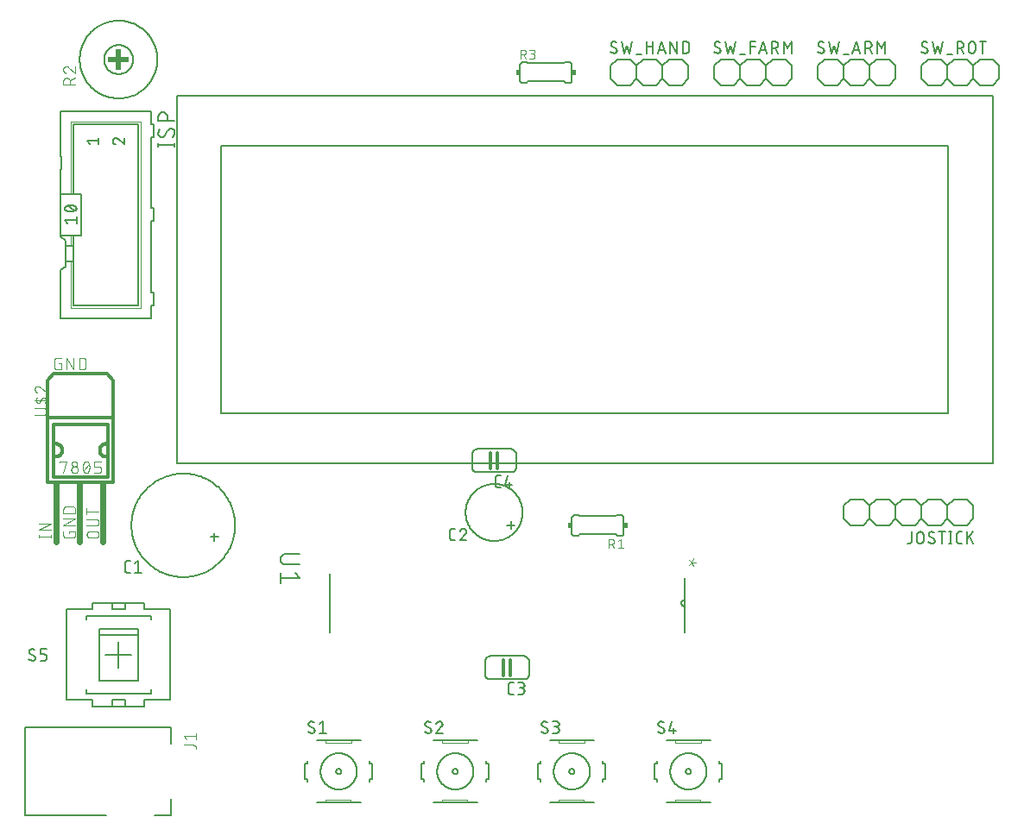
<source format=gbr>
G04 EAGLE Gerber RS-274X export*
G75*
%MOMM*%
%FSLAX34Y34*%
%LPD*%
%INSilkscreen Top*%
%IPPOS*%
%AMOC8*
5,1,8,0,0,1.08239X$1,22.5*%
G01*
%ADD10C,0.152400*%
%ADD11C,0.127000*%
%ADD12C,0.304800*%
%ADD13C,0.050800*%
%ADD14C,0.177800*%
%ADD15C,0.203200*%
%ADD16C,0.101600*%
%ADD17R,0.381000X0.508000*%
%ADD18R,0.508000X2.032000*%
%ADD19R,2.032000X0.508000*%
%ADD20C,0.609600*%
%ADD21C,0.076200*%


D10*
X186690Y318770D02*
X179070Y318770D01*
X182880Y322580D02*
X182880Y314960D01*
X101600Y330200D02*
X101615Y331447D01*
X101661Y332693D01*
X101738Y333937D01*
X101845Y335179D01*
X101982Y336418D01*
X102150Y337654D01*
X102348Y338885D01*
X102576Y340111D01*
X102834Y341330D01*
X103122Y342543D01*
X103440Y343749D01*
X103787Y344946D01*
X104164Y346135D01*
X104570Y347314D01*
X105004Y348483D01*
X105467Y349640D01*
X105958Y350786D01*
X106477Y351920D01*
X107024Y353040D01*
X107598Y354147D01*
X108200Y355239D01*
X108827Y356316D01*
X109481Y357378D01*
X110161Y358423D01*
X110867Y359451D01*
X111597Y360462D01*
X112352Y361454D01*
X113131Y362427D01*
X113934Y363381D01*
X114760Y364315D01*
X115608Y365229D01*
X116479Y366121D01*
X117371Y366992D01*
X118285Y367840D01*
X119219Y368666D01*
X120173Y369469D01*
X121146Y370248D01*
X122138Y371003D01*
X123149Y371733D01*
X124177Y372439D01*
X125222Y373119D01*
X126284Y373773D01*
X127361Y374400D01*
X128453Y375002D01*
X129560Y375576D01*
X130680Y376123D01*
X131814Y376642D01*
X132960Y377133D01*
X134117Y377596D01*
X135286Y378030D01*
X136465Y378436D01*
X137654Y378813D01*
X138851Y379160D01*
X140057Y379478D01*
X141270Y379766D01*
X142489Y380024D01*
X143715Y380252D01*
X144946Y380450D01*
X146182Y380618D01*
X147421Y380755D01*
X148663Y380862D01*
X149907Y380939D01*
X151153Y380985D01*
X152400Y381000D01*
X153647Y380985D01*
X154893Y380939D01*
X156137Y380862D01*
X157379Y380755D01*
X158618Y380618D01*
X159854Y380450D01*
X161085Y380252D01*
X162311Y380024D01*
X163530Y379766D01*
X164743Y379478D01*
X165949Y379160D01*
X167146Y378813D01*
X168335Y378436D01*
X169514Y378030D01*
X170683Y377596D01*
X171840Y377133D01*
X172986Y376642D01*
X174120Y376123D01*
X175240Y375576D01*
X176347Y375002D01*
X177439Y374400D01*
X178516Y373773D01*
X179578Y373119D01*
X180623Y372439D01*
X181651Y371733D01*
X182662Y371003D01*
X183654Y370248D01*
X184627Y369469D01*
X185581Y368666D01*
X186515Y367840D01*
X187429Y366992D01*
X188321Y366121D01*
X189192Y365229D01*
X190040Y364315D01*
X190866Y363381D01*
X191669Y362427D01*
X192448Y361454D01*
X193203Y360462D01*
X193933Y359451D01*
X194639Y358423D01*
X195319Y357378D01*
X195973Y356316D01*
X196600Y355239D01*
X197202Y354147D01*
X197776Y353040D01*
X198323Y351920D01*
X198842Y350786D01*
X199333Y349640D01*
X199796Y348483D01*
X200230Y347314D01*
X200636Y346135D01*
X201013Y344946D01*
X201360Y343749D01*
X201678Y342543D01*
X201966Y341330D01*
X202224Y340111D01*
X202452Y338885D01*
X202650Y337654D01*
X202818Y336418D01*
X202955Y335179D01*
X203062Y333937D01*
X203139Y332693D01*
X203185Y331447D01*
X203200Y330200D01*
X203185Y328953D01*
X203139Y327707D01*
X203062Y326463D01*
X202955Y325221D01*
X202818Y323982D01*
X202650Y322746D01*
X202452Y321515D01*
X202224Y320289D01*
X201966Y319070D01*
X201678Y317857D01*
X201360Y316651D01*
X201013Y315454D01*
X200636Y314265D01*
X200230Y313086D01*
X199796Y311917D01*
X199333Y310760D01*
X198842Y309614D01*
X198323Y308480D01*
X197776Y307360D01*
X197202Y306253D01*
X196600Y305161D01*
X195973Y304084D01*
X195319Y303022D01*
X194639Y301977D01*
X193933Y300949D01*
X193203Y299938D01*
X192448Y298946D01*
X191669Y297973D01*
X190866Y297019D01*
X190040Y296085D01*
X189192Y295171D01*
X188321Y294279D01*
X187429Y293408D01*
X186515Y292560D01*
X185581Y291734D01*
X184627Y290931D01*
X183654Y290152D01*
X182662Y289397D01*
X181651Y288667D01*
X180623Y287961D01*
X179578Y287281D01*
X178516Y286627D01*
X177439Y286000D01*
X176347Y285398D01*
X175240Y284824D01*
X174120Y284277D01*
X172986Y283758D01*
X171840Y283267D01*
X170683Y282804D01*
X169514Y282370D01*
X168335Y281964D01*
X167146Y281587D01*
X165949Y281240D01*
X164743Y280922D01*
X163530Y280634D01*
X162311Y280376D01*
X161085Y280148D01*
X159854Y279950D01*
X158618Y279782D01*
X157379Y279645D01*
X156137Y279538D01*
X154893Y279461D01*
X153647Y279415D01*
X152400Y279400D01*
X151153Y279415D01*
X149907Y279461D01*
X148663Y279538D01*
X147421Y279645D01*
X146182Y279782D01*
X144946Y279950D01*
X143715Y280148D01*
X142489Y280376D01*
X141270Y280634D01*
X140057Y280922D01*
X138851Y281240D01*
X137654Y281587D01*
X136465Y281964D01*
X135286Y282370D01*
X134117Y282804D01*
X132960Y283267D01*
X131814Y283758D01*
X130680Y284277D01*
X129560Y284824D01*
X128453Y285398D01*
X127361Y286000D01*
X126284Y286627D01*
X125222Y287281D01*
X124177Y287961D01*
X123149Y288667D01*
X122138Y289397D01*
X121146Y290152D01*
X120173Y290931D01*
X119219Y291734D01*
X118285Y292560D01*
X117371Y293408D01*
X116479Y294279D01*
X115608Y295171D01*
X114760Y296085D01*
X113934Y297019D01*
X113131Y297973D01*
X112352Y298946D01*
X111597Y299938D01*
X110867Y300949D01*
X110161Y301977D01*
X109481Y303022D01*
X108827Y304084D01*
X108200Y305161D01*
X107598Y306253D01*
X107024Y307360D01*
X106477Y308480D01*
X105958Y309614D01*
X105467Y310760D01*
X105004Y311917D01*
X104570Y313086D01*
X104164Y314265D01*
X103787Y315454D01*
X103440Y316651D01*
X103122Y317857D01*
X102834Y319070D01*
X102576Y320289D01*
X102348Y321515D01*
X102150Y322746D01*
X101982Y323982D01*
X101845Y325221D01*
X101738Y326463D01*
X101661Y327707D01*
X101615Y328953D01*
X101600Y330200D01*
D11*
X100293Y283845D02*
X97753Y283845D01*
X97653Y283847D01*
X97554Y283853D01*
X97454Y283863D01*
X97356Y283876D01*
X97257Y283894D01*
X97160Y283915D01*
X97064Y283940D01*
X96968Y283969D01*
X96874Y284002D01*
X96781Y284038D01*
X96690Y284078D01*
X96600Y284122D01*
X96512Y284169D01*
X96426Y284219D01*
X96342Y284273D01*
X96260Y284330D01*
X96181Y284390D01*
X96103Y284454D01*
X96029Y284520D01*
X95957Y284589D01*
X95888Y284661D01*
X95822Y284735D01*
X95758Y284813D01*
X95698Y284892D01*
X95641Y284974D01*
X95587Y285058D01*
X95537Y285144D01*
X95490Y285232D01*
X95446Y285322D01*
X95406Y285413D01*
X95370Y285506D01*
X95337Y285600D01*
X95308Y285696D01*
X95283Y285792D01*
X95262Y285889D01*
X95244Y285988D01*
X95231Y286086D01*
X95221Y286186D01*
X95215Y286285D01*
X95213Y286385D01*
X95213Y292735D01*
X95215Y292835D01*
X95221Y292934D01*
X95231Y293034D01*
X95244Y293132D01*
X95262Y293231D01*
X95283Y293328D01*
X95308Y293424D01*
X95337Y293520D01*
X95370Y293614D01*
X95406Y293707D01*
X95446Y293798D01*
X95490Y293888D01*
X95537Y293976D01*
X95587Y294062D01*
X95641Y294146D01*
X95698Y294228D01*
X95758Y294307D01*
X95822Y294385D01*
X95888Y294459D01*
X95957Y294531D01*
X96029Y294600D01*
X96103Y294666D01*
X96181Y294730D01*
X96260Y294790D01*
X96342Y294847D01*
X96426Y294901D01*
X96512Y294951D01*
X96600Y294998D01*
X96690Y295042D01*
X96781Y295082D01*
X96874Y295118D01*
X96968Y295151D01*
X97064Y295180D01*
X97160Y295205D01*
X97257Y295226D01*
X97356Y295244D01*
X97454Y295257D01*
X97554Y295267D01*
X97653Y295273D01*
X97753Y295275D01*
X100293Y295275D01*
X104775Y292735D02*
X107950Y295275D01*
X107950Y283845D01*
X104775Y283845D02*
X111125Y283845D01*
D10*
X473710Y330200D02*
X477520Y330200D01*
X473710Y330200D02*
X473710Y334010D01*
X473710Y330200D02*
X469900Y330200D01*
X473710Y330200D02*
X473710Y326390D01*
X429260Y342900D02*
X429268Y343586D01*
X429294Y344271D01*
X429336Y344955D01*
X429395Y345639D01*
X429470Y346320D01*
X429562Y347000D01*
X429671Y347677D01*
X429797Y348351D01*
X429939Y349022D01*
X430097Y349689D01*
X430272Y350352D01*
X430463Y351011D01*
X430670Y351664D01*
X430893Y352313D01*
X431132Y352955D01*
X431387Y353592D01*
X431657Y354222D01*
X431943Y354846D01*
X432243Y355462D01*
X432559Y356071D01*
X432890Y356672D01*
X433235Y357264D01*
X433595Y357848D01*
X433969Y358423D01*
X434357Y358988D01*
X434758Y359544D01*
X435174Y360090D01*
X435602Y360625D01*
X436044Y361150D01*
X436498Y361663D01*
X436965Y362166D01*
X437443Y362657D01*
X437934Y363135D01*
X438437Y363602D01*
X438950Y364056D01*
X439475Y364498D01*
X440010Y364926D01*
X440556Y365342D01*
X441112Y365743D01*
X441677Y366131D01*
X442252Y366505D01*
X442836Y366865D01*
X443428Y367210D01*
X444029Y367541D01*
X444638Y367857D01*
X445254Y368157D01*
X445878Y368443D01*
X446508Y368713D01*
X447145Y368968D01*
X447787Y369207D01*
X448436Y369430D01*
X449089Y369637D01*
X449748Y369828D01*
X450411Y370003D01*
X451078Y370161D01*
X451749Y370303D01*
X452423Y370429D01*
X453100Y370538D01*
X453780Y370630D01*
X454461Y370705D01*
X455145Y370764D01*
X455829Y370806D01*
X456514Y370832D01*
X457200Y370840D01*
X457886Y370832D01*
X458571Y370806D01*
X459255Y370764D01*
X459939Y370705D01*
X460620Y370630D01*
X461300Y370538D01*
X461977Y370429D01*
X462651Y370303D01*
X463322Y370161D01*
X463989Y370003D01*
X464652Y369828D01*
X465311Y369637D01*
X465964Y369430D01*
X466613Y369207D01*
X467255Y368968D01*
X467892Y368713D01*
X468522Y368443D01*
X469146Y368157D01*
X469762Y367857D01*
X470371Y367541D01*
X470972Y367210D01*
X471564Y366865D01*
X472148Y366505D01*
X472723Y366131D01*
X473288Y365743D01*
X473844Y365342D01*
X474390Y364926D01*
X474925Y364498D01*
X475450Y364056D01*
X475963Y363602D01*
X476466Y363135D01*
X476957Y362657D01*
X477435Y362166D01*
X477902Y361663D01*
X478356Y361150D01*
X478798Y360625D01*
X479226Y360090D01*
X479642Y359544D01*
X480043Y358988D01*
X480431Y358423D01*
X480805Y357848D01*
X481165Y357264D01*
X481510Y356672D01*
X481841Y356071D01*
X482157Y355462D01*
X482457Y354846D01*
X482743Y354222D01*
X483013Y353592D01*
X483268Y352955D01*
X483507Y352313D01*
X483730Y351664D01*
X483937Y351011D01*
X484128Y350352D01*
X484303Y349689D01*
X484461Y349022D01*
X484603Y348351D01*
X484729Y347677D01*
X484838Y347000D01*
X484930Y346320D01*
X485005Y345639D01*
X485064Y344955D01*
X485106Y344271D01*
X485132Y343586D01*
X485140Y342900D01*
X485132Y342214D01*
X485106Y341529D01*
X485064Y340845D01*
X485005Y340161D01*
X484930Y339480D01*
X484838Y338800D01*
X484729Y338123D01*
X484603Y337449D01*
X484461Y336778D01*
X484303Y336111D01*
X484128Y335448D01*
X483937Y334789D01*
X483730Y334136D01*
X483507Y333487D01*
X483268Y332845D01*
X483013Y332208D01*
X482743Y331578D01*
X482457Y330954D01*
X482157Y330338D01*
X481841Y329729D01*
X481510Y329128D01*
X481165Y328536D01*
X480805Y327952D01*
X480431Y327377D01*
X480043Y326812D01*
X479642Y326256D01*
X479226Y325710D01*
X478798Y325175D01*
X478356Y324650D01*
X477902Y324137D01*
X477435Y323634D01*
X476957Y323143D01*
X476466Y322665D01*
X475963Y322198D01*
X475450Y321744D01*
X474925Y321302D01*
X474390Y320874D01*
X473844Y320458D01*
X473288Y320057D01*
X472723Y319669D01*
X472148Y319295D01*
X471564Y318935D01*
X470972Y318590D01*
X470371Y318259D01*
X469762Y317943D01*
X469146Y317643D01*
X468522Y317357D01*
X467892Y317087D01*
X467255Y316832D01*
X466613Y316593D01*
X465964Y316370D01*
X465311Y316163D01*
X464652Y315972D01*
X463989Y315797D01*
X463322Y315639D01*
X462651Y315497D01*
X461977Y315371D01*
X461300Y315262D01*
X460620Y315170D01*
X459939Y315095D01*
X459255Y315036D01*
X458571Y314994D01*
X457886Y314968D01*
X457200Y314960D01*
X456514Y314968D01*
X455829Y314994D01*
X455145Y315036D01*
X454461Y315095D01*
X453780Y315170D01*
X453100Y315262D01*
X452423Y315371D01*
X451749Y315497D01*
X451078Y315639D01*
X450411Y315797D01*
X449748Y315972D01*
X449089Y316163D01*
X448436Y316370D01*
X447787Y316593D01*
X447145Y316832D01*
X446508Y317087D01*
X445878Y317357D01*
X445254Y317643D01*
X444638Y317943D01*
X444029Y318259D01*
X443428Y318590D01*
X442836Y318935D01*
X442252Y319295D01*
X441677Y319669D01*
X441112Y320057D01*
X440556Y320458D01*
X440010Y320874D01*
X439475Y321302D01*
X438950Y321744D01*
X438437Y322198D01*
X437934Y322665D01*
X437443Y323143D01*
X436965Y323634D01*
X436498Y324137D01*
X436044Y324650D01*
X435602Y325175D01*
X435174Y325710D01*
X434758Y326256D01*
X434357Y326812D01*
X433969Y327377D01*
X433595Y327952D01*
X433235Y328536D01*
X432890Y329128D01*
X432559Y329729D01*
X432243Y330338D01*
X431943Y330954D01*
X431657Y331578D01*
X431387Y332208D01*
X431132Y332845D01*
X430893Y333487D01*
X430670Y334136D01*
X430463Y334789D01*
X430272Y335448D01*
X430097Y336111D01*
X429939Y336778D01*
X429797Y337449D01*
X429671Y338123D01*
X429562Y338800D01*
X429470Y339480D01*
X429395Y340161D01*
X429336Y340845D01*
X429294Y341529D01*
X429268Y342214D01*
X429260Y342900D01*
D11*
X419063Y315595D02*
X416523Y315595D01*
X416423Y315597D01*
X416324Y315603D01*
X416224Y315613D01*
X416126Y315626D01*
X416027Y315644D01*
X415930Y315665D01*
X415834Y315690D01*
X415738Y315719D01*
X415644Y315752D01*
X415551Y315788D01*
X415460Y315828D01*
X415370Y315872D01*
X415282Y315919D01*
X415196Y315969D01*
X415112Y316023D01*
X415030Y316080D01*
X414951Y316140D01*
X414873Y316204D01*
X414799Y316270D01*
X414727Y316339D01*
X414658Y316411D01*
X414592Y316485D01*
X414528Y316563D01*
X414468Y316642D01*
X414411Y316724D01*
X414357Y316808D01*
X414307Y316894D01*
X414260Y316982D01*
X414216Y317072D01*
X414176Y317163D01*
X414140Y317256D01*
X414107Y317350D01*
X414078Y317446D01*
X414053Y317542D01*
X414032Y317639D01*
X414014Y317738D01*
X414001Y317836D01*
X413991Y317936D01*
X413985Y318035D01*
X413983Y318135D01*
X413983Y324485D01*
X413985Y324585D01*
X413991Y324684D01*
X414001Y324784D01*
X414014Y324882D01*
X414032Y324981D01*
X414053Y325078D01*
X414078Y325174D01*
X414107Y325270D01*
X414140Y325364D01*
X414176Y325457D01*
X414216Y325548D01*
X414260Y325638D01*
X414307Y325726D01*
X414357Y325812D01*
X414411Y325896D01*
X414468Y325978D01*
X414528Y326057D01*
X414592Y326135D01*
X414658Y326209D01*
X414727Y326281D01*
X414799Y326350D01*
X414873Y326416D01*
X414951Y326480D01*
X415030Y326540D01*
X415112Y326597D01*
X415196Y326651D01*
X415282Y326701D01*
X415370Y326748D01*
X415460Y326792D01*
X415551Y326832D01*
X415644Y326868D01*
X415738Y326901D01*
X415834Y326930D01*
X415930Y326955D01*
X416027Y326976D01*
X416126Y326994D01*
X416224Y327007D01*
X416324Y327017D01*
X416423Y327023D01*
X416523Y327025D01*
X419063Y327025D01*
X427038Y327026D02*
X427142Y327024D01*
X427247Y327018D01*
X427351Y327009D01*
X427454Y326996D01*
X427557Y326978D01*
X427659Y326958D01*
X427761Y326933D01*
X427861Y326905D01*
X427961Y326873D01*
X428059Y326837D01*
X428156Y326798D01*
X428251Y326756D01*
X428345Y326710D01*
X428437Y326660D01*
X428527Y326608D01*
X428615Y326552D01*
X428701Y326492D01*
X428785Y326430D01*
X428866Y326365D01*
X428945Y326297D01*
X429022Y326225D01*
X429095Y326152D01*
X429167Y326075D01*
X429235Y325996D01*
X429300Y325915D01*
X429362Y325831D01*
X429422Y325745D01*
X429478Y325657D01*
X429530Y325567D01*
X429580Y325475D01*
X429626Y325381D01*
X429668Y325286D01*
X429707Y325189D01*
X429743Y325091D01*
X429775Y324991D01*
X429803Y324891D01*
X429828Y324789D01*
X429848Y324687D01*
X429866Y324584D01*
X429879Y324481D01*
X429888Y324377D01*
X429894Y324272D01*
X429896Y324168D01*
X427038Y327025D02*
X426920Y327023D01*
X426801Y327017D01*
X426683Y327008D01*
X426566Y326995D01*
X426449Y326977D01*
X426332Y326957D01*
X426216Y326932D01*
X426101Y326904D01*
X425988Y326871D01*
X425875Y326836D01*
X425763Y326796D01*
X425653Y326754D01*
X425544Y326707D01*
X425436Y326657D01*
X425331Y326604D01*
X425227Y326547D01*
X425125Y326487D01*
X425025Y326424D01*
X424927Y326357D01*
X424831Y326288D01*
X424738Y326215D01*
X424647Y326139D01*
X424558Y326061D01*
X424472Y325979D01*
X424389Y325895D01*
X424308Y325809D01*
X424231Y325719D01*
X424156Y325628D01*
X424084Y325534D01*
X424015Y325437D01*
X423950Y325339D01*
X423887Y325238D01*
X423828Y325135D01*
X423772Y325031D01*
X423720Y324925D01*
X423671Y324817D01*
X423626Y324708D01*
X423584Y324597D01*
X423546Y324485D01*
X428943Y321946D02*
X429019Y322021D01*
X429094Y322100D01*
X429165Y322181D01*
X429234Y322265D01*
X429299Y322351D01*
X429361Y322439D01*
X429421Y322529D01*
X429477Y322621D01*
X429530Y322716D01*
X429579Y322812D01*
X429625Y322910D01*
X429668Y323009D01*
X429707Y323110D01*
X429742Y323212D01*
X429774Y323315D01*
X429802Y323419D01*
X429827Y323524D01*
X429848Y323631D01*
X429865Y323737D01*
X429878Y323844D01*
X429887Y323952D01*
X429893Y324060D01*
X429895Y324168D01*
X428943Y321945D02*
X423545Y315595D01*
X429895Y315595D01*
D10*
X491490Y196850D02*
X491490Y184150D01*
X491488Y184010D01*
X491482Y183870D01*
X491473Y183730D01*
X491459Y183591D01*
X491442Y183452D01*
X491421Y183314D01*
X491396Y183176D01*
X491367Y183039D01*
X491335Y182903D01*
X491298Y182768D01*
X491258Y182634D01*
X491215Y182501D01*
X491167Y182369D01*
X491117Y182238D01*
X491062Y182109D01*
X491004Y181982D01*
X490943Y181856D01*
X490878Y181732D01*
X490809Y181610D01*
X490738Y181490D01*
X490663Y181372D01*
X490585Y181255D01*
X490503Y181141D01*
X490419Y181030D01*
X490331Y180921D01*
X490241Y180814D01*
X490147Y180709D01*
X490051Y180608D01*
X489952Y180509D01*
X489851Y180413D01*
X489746Y180319D01*
X489639Y180229D01*
X489530Y180141D01*
X489419Y180057D01*
X489305Y179975D01*
X489188Y179897D01*
X489070Y179822D01*
X488950Y179751D01*
X488828Y179682D01*
X488704Y179617D01*
X488578Y179556D01*
X488451Y179498D01*
X488322Y179443D01*
X488191Y179393D01*
X488059Y179345D01*
X487926Y179302D01*
X487792Y179262D01*
X487657Y179225D01*
X487521Y179193D01*
X487384Y179164D01*
X487246Y179139D01*
X487108Y179118D01*
X486969Y179101D01*
X486830Y179087D01*
X486690Y179078D01*
X486550Y179072D01*
X486410Y179070D01*
X491490Y196850D02*
X491488Y196990D01*
X491482Y197130D01*
X491473Y197270D01*
X491459Y197409D01*
X491442Y197548D01*
X491421Y197686D01*
X491396Y197824D01*
X491367Y197961D01*
X491335Y198097D01*
X491298Y198232D01*
X491258Y198366D01*
X491215Y198499D01*
X491167Y198631D01*
X491117Y198762D01*
X491062Y198891D01*
X491004Y199018D01*
X490943Y199144D01*
X490878Y199268D01*
X490809Y199390D01*
X490738Y199510D01*
X490663Y199628D01*
X490585Y199745D01*
X490503Y199859D01*
X490419Y199970D01*
X490331Y200079D01*
X490241Y200186D01*
X490147Y200291D01*
X490051Y200392D01*
X489952Y200491D01*
X489851Y200587D01*
X489746Y200681D01*
X489639Y200771D01*
X489530Y200859D01*
X489419Y200943D01*
X489305Y201025D01*
X489188Y201103D01*
X489070Y201178D01*
X488950Y201249D01*
X488828Y201318D01*
X488704Y201383D01*
X488578Y201444D01*
X488451Y201502D01*
X488322Y201557D01*
X488191Y201607D01*
X488059Y201655D01*
X487926Y201698D01*
X487792Y201738D01*
X487657Y201775D01*
X487521Y201807D01*
X487384Y201836D01*
X487246Y201861D01*
X487108Y201882D01*
X486969Y201899D01*
X486830Y201913D01*
X486690Y201922D01*
X486550Y201928D01*
X486410Y201930D01*
X486410Y179070D02*
X453390Y179070D01*
X448310Y184150D02*
X448310Y196850D01*
X453390Y201930D02*
X486410Y201930D01*
X453390Y179070D02*
X453250Y179072D01*
X453110Y179078D01*
X452970Y179087D01*
X452831Y179101D01*
X452692Y179118D01*
X452554Y179139D01*
X452416Y179164D01*
X452279Y179193D01*
X452143Y179225D01*
X452008Y179262D01*
X451874Y179302D01*
X451741Y179345D01*
X451609Y179393D01*
X451478Y179443D01*
X451349Y179498D01*
X451222Y179556D01*
X451096Y179617D01*
X450972Y179682D01*
X450850Y179751D01*
X450730Y179822D01*
X450612Y179897D01*
X450495Y179975D01*
X450381Y180057D01*
X450270Y180141D01*
X450161Y180229D01*
X450054Y180319D01*
X449949Y180413D01*
X449848Y180509D01*
X449749Y180608D01*
X449653Y180709D01*
X449559Y180814D01*
X449469Y180921D01*
X449381Y181030D01*
X449297Y181141D01*
X449215Y181255D01*
X449137Y181372D01*
X449062Y181490D01*
X448991Y181610D01*
X448922Y181732D01*
X448857Y181856D01*
X448796Y181982D01*
X448738Y182109D01*
X448683Y182238D01*
X448633Y182369D01*
X448585Y182501D01*
X448542Y182634D01*
X448502Y182768D01*
X448465Y182903D01*
X448433Y183039D01*
X448404Y183176D01*
X448379Y183314D01*
X448358Y183452D01*
X448341Y183591D01*
X448327Y183730D01*
X448318Y183870D01*
X448312Y184010D01*
X448310Y184150D01*
X448310Y196850D02*
X448312Y196990D01*
X448318Y197130D01*
X448327Y197270D01*
X448341Y197409D01*
X448358Y197548D01*
X448379Y197686D01*
X448404Y197824D01*
X448433Y197961D01*
X448465Y198097D01*
X448502Y198232D01*
X448542Y198366D01*
X448585Y198499D01*
X448633Y198631D01*
X448683Y198762D01*
X448738Y198891D01*
X448796Y199018D01*
X448857Y199144D01*
X448922Y199268D01*
X448991Y199390D01*
X449062Y199510D01*
X449137Y199628D01*
X449215Y199745D01*
X449297Y199859D01*
X449381Y199970D01*
X449469Y200079D01*
X449559Y200186D01*
X449653Y200291D01*
X449749Y200392D01*
X449848Y200491D01*
X449949Y200587D01*
X450054Y200681D01*
X450161Y200771D01*
X450270Y200859D01*
X450381Y200943D01*
X450495Y201025D01*
X450612Y201103D01*
X450730Y201178D01*
X450850Y201249D01*
X450972Y201318D01*
X451096Y201383D01*
X451222Y201444D01*
X451349Y201502D01*
X451478Y201557D01*
X451609Y201607D01*
X451741Y201655D01*
X451874Y201698D01*
X452008Y201738D01*
X452143Y201775D01*
X452279Y201807D01*
X452416Y201836D01*
X452554Y201861D01*
X452692Y201882D01*
X452831Y201899D01*
X452970Y201913D01*
X453110Y201922D01*
X453250Y201928D01*
X453390Y201930D01*
D12*
X472948Y198120D02*
X472948Y182880D01*
X466598Y182880D02*
X466598Y198120D01*
D11*
X473673Y164465D02*
X476213Y164465D01*
X473673Y164465D02*
X473573Y164467D01*
X473474Y164473D01*
X473374Y164483D01*
X473276Y164496D01*
X473177Y164514D01*
X473080Y164535D01*
X472984Y164560D01*
X472888Y164589D01*
X472794Y164622D01*
X472701Y164658D01*
X472610Y164698D01*
X472520Y164742D01*
X472432Y164789D01*
X472346Y164839D01*
X472262Y164893D01*
X472180Y164950D01*
X472101Y165010D01*
X472023Y165074D01*
X471949Y165140D01*
X471877Y165209D01*
X471808Y165281D01*
X471742Y165355D01*
X471678Y165433D01*
X471618Y165512D01*
X471561Y165594D01*
X471507Y165678D01*
X471457Y165764D01*
X471410Y165852D01*
X471366Y165942D01*
X471326Y166033D01*
X471290Y166126D01*
X471257Y166220D01*
X471228Y166316D01*
X471203Y166412D01*
X471182Y166509D01*
X471164Y166608D01*
X471151Y166706D01*
X471141Y166806D01*
X471135Y166905D01*
X471133Y167005D01*
X471133Y173355D01*
X471135Y173455D01*
X471141Y173554D01*
X471151Y173654D01*
X471164Y173752D01*
X471182Y173851D01*
X471203Y173948D01*
X471228Y174044D01*
X471257Y174140D01*
X471290Y174234D01*
X471326Y174327D01*
X471366Y174418D01*
X471410Y174508D01*
X471457Y174596D01*
X471507Y174682D01*
X471561Y174766D01*
X471618Y174848D01*
X471678Y174927D01*
X471742Y175005D01*
X471808Y175079D01*
X471877Y175151D01*
X471949Y175220D01*
X472023Y175286D01*
X472101Y175350D01*
X472180Y175410D01*
X472262Y175467D01*
X472346Y175521D01*
X472432Y175571D01*
X472520Y175618D01*
X472610Y175662D01*
X472701Y175702D01*
X472794Y175738D01*
X472888Y175771D01*
X472984Y175800D01*
X473080Y175825D01*
X473177Y175846D01*
X473276Y175864D01*
X473374Y175877D01*
X473474Y175887D01*
X473573Y175893D01*
X473673Y175895D01*
X476213Y175895D01*
X480695Y164465D02*
X483870Y164465D01*
X483981Y164467D01*
X484091Y164473D01*
X484202Y164482D01*
X484312Y164496D01*
X484421Y164513D01*
X484530Y164534D01*
X484638Y164559D01*
X484745Y164588D01*
X484851Y164620D01*
X484956Y164656D01*
X485059Y164696D01*
X485161Y164739D01*
X485262Y164786D01*
X485361Y164837D01*
X485458Y164890D01*
X485552Y164947D01*
X485645Y165008D01*
X485736Y165071D01*
X485825Y165138D01*
X485911Y165208D01*
X485994Y165281D01*
X486076Y165356D01*
X486154Y165434D01*
X486229Y165516D01*
X486302Y165599D01*
X486372Y165685D01*
X486439Y165774D01*
X486502Y165865D01*
X486563Y165958D01*
X486620Y166052D01*
X486673Y166149D01*
X486724Y166248D01*
X486771Y166349D01*
X486814Y166451D01*
X486854Y166554D01*
X486890Y166659D01*
X486922Y166765D01*
X486951Y166872D01*
X486976Y166980D01*
X486997Y167089D01*
X487014Y167198D01*
X487028Y167308D01*
X487037Y167419D01*
X487043Y167529D01*
X487045Y167640D01*
X487043Y167751D01*
X487037Y167861D01*
X487028Y167972D01*
X487014Y168082D01*
X486997Y168191D01*
X486976Y168300D01*
X486951Y168408D01*
X486922Y168515D01*
X486890Y168621D01*
X486854Y168726D01*
X486814Y168829D01*
X486771Y168931D01*
X486724Y169032D01*
X486673Y169131D01*
X486620Y169227D01*
X486563Y169322D01*
X486502Y169415D01*
X486439Y169506D01*
X486372Y169595D01*
X486302Y169681D01*
X486229Y169764D01*
X486154Y169846D01*
X486076Y169924D01*
X485994Y169999D01*
X485911Y170072D01*
X485825Y170142D01*
X485736Y170209D01*
X485645Y170272D01*
X485552Y170333D01*
X485458Y170390D01*
X485361Y170443D01*
X485262Y170494D01*
X485161Y170541D01*
X485059Y170584D01*
X484956Y170624D01*
X484851Y170660D01*
X484745Y170692D01*
X484638Y170721D01*
X484530Y170746D01*
X484421Y170767D01*
X484312Y170784D01*
X484202Y170798D01*
X484091Y170807D01*
X483981Y170813D01*
X483870Y170815D01*
X484505Y175895D02*
X480695Y175895D01*
X484505Y175895D02*
X484605Y175893D01*
X484704Y175887D01*
X484804Y175877D01*
X484902Y175864D01*
X485001Y175846D01*
X485098Y175825D01*
X485194Y175800D01*
X485290Y175771D01*
X485384Y175738D01*
X485477Y175702D01*
X485568Y175662D01*
X485658Y175618D01*
X485746Y175571D01*
X485832Y175521D01*
X485916Y175467D01*
X485998Y175410D01*
X486077Y175350D01*
X486155Y175286D01*
X486229Y175220D01*
X486301Y175151D01*
X486370Y175079D01*
X486436Y175005D01*
X486500Y174927D01*
X486560Y174848D01*
X486617Y174766D01*
X486671Y174682D01*
X486721Y174596D01*
X486768Y174508D01*
X486812Y174418D01*
X486852Y174327D01*
X486888Y174234D01*
X486921Y174140D01*
X486950Y174044D01*
X486975Y173948D01*
X486996Y173851D01*
X487014Y173752D01*
X487027Y173654D01*
X487037Y173554D01*
X487043Y173455D01*
X487045Y173355D01*
X487043Y173255D01*
X487037Y173156D01*
X487027Y173056D01*
X487014Y172958D01*
X486996Y172859D01*
X486975Y172762D01*
X486950Y172666D01*
X486921Y172570D01*
X486888Y172476D01*
X486852Y172383D01*
X486812Y172292D01*
X486768Y172202D01*
X486721Y172114D01*
X486671Y172028D01*
X486617Y171944D01*
X486560Y171862D01*
X486500Y171783D01*
X486436Y171705D01*
X486370Y171631D01*
X486301Y171559D01*
X486229Y171490D01*
X486155Y171424D01*
X486077Y171360D01*
X485998Y171300D01*
X485916Y171243D01*
X485832Y171189D01*
X485746Y171139D01*
X485658Y171092D01*
X485568Y171048D01*
X485477Y171008D01*
X485384Y170972D01*
X485290Y170939D01*
X485194Y170910D01*
X485098Y170885D01*
X485001Y170864D01*
X484902Y170846D01*
X484804Y170833D01*
X484704Y170823D01*
X484605Y170817D01*
X484505Y170815D01*
X481965Y170815D01*
D10*
X478790Y387350D02*
X478790Y400050D01*
X478790Y387350D02*
X478788Y387210D01*
X478782Y387070D01*
X478773Y386930D01*
X478759Y386791D01*
X478742Y386652D01*
X478721Y386514D01*
X478696Y386376D01*
X478667Y386239D01*
X478635Y386103D01*
X478598Y385968D01*
X478558Y385834D01*
X478515Y385701D01*
X478467Y385569D01*
X478417Y385438D01*
X478362Y385309D01*
X478304Y385182D01*
X478243Y385056D01*
X478178Y384932D01*
X478109Y384810D01*
X478038Y384690D01*
X477963Y384572D01*
X477885Y384455D01*
X477803Y384341D01*
X477719Y384230D01*
X477631Y384121D01*
X477541Y384014D01*
X477447Y383909D01*
X477351Y383808D01*
X477252Y383709D01*
X477151Y383613D01*
X477046Y383519D01*
X476939Y383429D01*
X476830Y383341D01*
X476719Y383257D01*
X476605Y383175D01*
X476488Y383097D01*
X476370Y383022D01*
X476250Y382951D01*
X476128Y382882D01*
X476004Y382817D01*
X475878Y382756D01*
X475751Y382698D01*
X475622Y382643D01*
X475491Y382593D01*
X475359Y382545D01*
X475226Y382502D01*
X475092Y382462D01*
X474957Y382425D01*
X474821Y382393D01*
X474684Y382364D01*
X474546Y382339D01*
X474408Y382318D01*
X474269Y382301D01*
X474130Y382287D01*
X473990Y382278D01*
X473850Y382272D01*
X473710Y382270D01*
X478790Y400050D02*
X478788Y400190D01*
X478782Y400330D01*
X478773Y400470D01*
X478759Y400609D01*
X478742Y400748D01*
X478721Y400886D01*
X478696Y401024D01*
X478667Y401161D01*
X478635Y401297D01*
X478598Y401432D01*
X478558Y401566D01*
X478515Y401699D01*
X478467Y401831D01*
X478417Y401962D01*
X478362Y402091D01*
X478304Y402218D01*
X478243Y402344D01*
X478178Y402468D01*
X478109Y402590D01*
X478038Y402710D01*
X477963Y402828D01*
X477885Y402945D01*
X477803Y403059D01*
X477719Y403170D01*
X477631Y403279D01*
X477541Y403386D01*
X477447Y403491D01*
X477351Y403592D01*
X477252Y403691D01*
X477151Y403787D01*
X477046Y403881D01*
X476939Y403971D01*
X476830Y404059D01*
X476719Y404143D01*
X476605Y404225D01*
X476488Y404303D01*
X476370Y404378D01*
X476250Y404449D01*
X476128Y404518D01*
X476004Y404583D01*
X475878Y404644D01*
X475751Y404702D01*
X475622Y404757D01*
X475491Y404807D01*
X475359Y404855D01*
X475226Y404898D01*
X475092Y404938D01*
X474957Y404975D01*
X474821Y405007D01*
X474684Y405036D01*
X474546Y405061D01*
X474408Y405082D01*
X474269Y405099D01*
X474130Y405113D01*
X473990Y405122D01*
X473850Y405128D01*
X473710Y405130D01*
X473710Y382270D02*
X440690Y382270D01*
X435610Y387350D02*
X435610Y400050D01*
X440690Y405130D02*
X473710Y405130D01*
X440690Y382270D02*
X440550Y382272D01*
X440410Y382278D01*
X440270Y382287D01*
X440131Y382301D01*
X439992Y382318D01*
X439854Y382339D01*
X439716Y382364D01*
X439579Y382393D01*
X439443Y382425D01*
X439308Y382462D01*
X439174Y382502D01*
X439041Y382545D01*
X438909Y382593D01*
X438778Y382643D01*
X438649Y382698D01*
X438522Y382756D01*
X438396Y382817D01*
X438272Y382882D01*
X438150Y382951D01*
X438030Y383022D01*
X437912Y383097D01*
X437795Y383175D01*
X437681Y383257D01*
X437570Y383341D01*
X437461Y383429D01*
X437354Y383519D01*
X437249Y383613D01*
X437148Y383709D01*
X437049Y383808D01*
X436953Y383909D01*
X436859Y384014D01*
X436769Y384121D01*
X436681Y384230D01*
X436597Y384341D01*
X436515Y384455D01*
X436437Y384572D01*
X436362Y384690D01*
X436291Y384810D01*
X436222Y384932D01*
X436157Y385056D01*
X436096Y385182D01*
X436038Y385309D01*
X435983Y385438D01*
X435933Y385569D01*
X435885Y385701D01*
X435842Y385834D01*
X435802Y385968D01*
X435765Y386103D01*
X435733Y386239D01*
X435704Y386376D01*
X435679Y386514D01*
X435658Y386652D01*
X435641Y386791D01*
X435627Y386930D01*
X435618Y387070D01*
X435612Y387210D01*
X435610Y387350D01*
X435610Y400050D02*
X435612Y400190D01*
X435618Y400330D01*
X435627Y400470D01*
X435641Y400609D01*
X435658Y400748D01*
X435679Y400886D01*
X435704Y401024D01*
X435733Y401161D01*
X435765Y401297D01*
X435802Y401432D01*
X435842Y401566D01*
X435885Y401699D01*
X435933Y401831D01*
X435983Y401962D01*
X436038Y402091D01*
X436096Y402218D01*
X436157Y402344D01*
X436222Y402468D01*
X436291Y402590D01*
X436362Y402710D01*
X436437Y402828D01*
X436515Y402945D01*
X436597Y403059D01*
X436681Y403170D01*
X436769Y403279D01*
X436859Y403386D01*
X436953Y403491D01*
X437049Y403592D01*
X437148Y403691D01*
X437249Y403787D01*
X437354Y403881D01*
X437461Y403971D01*
X437570Y404059D01*
X437681Y404143D01*
X437795Y404225D01*
X437912Y404303D01*
X438030Y404378D01*
X438150Y404449D01*
X438272Y404518D01*
X438396Y404583D01*
X438522Y404644D01*
X438649Y404702D01*
X438778Y404757D01*
X438909Y404807D01*
X439041Y404855D01*
X439174Y404898D01*
X439308Y404938D01*
X439443Y404975D01*
X439579Y405007D01*
X439716Y405036D01*
X439854Y405061D01*
X439992Y405082D01*
X440131Y405099D01*
X440270Y405113D01*
X440410Y405122D01*
X440550Y405128D01*
X440690Y405130D01*
D12*
X460248Y401320D02*
X460248Y386080D01*
X453898Y386080D02*
X453898Y401320D01*
D11*
X460973Y367665D02*
X463513Y367665D01*
X460973Y367665D02*
X460873Y367667D01*
X460774Y367673D01*
X460674Y367683D01*
X460576Y367696D01*
X460477Y367714D01*
X460380Y367735D01*
X460284Y367760D01*
X460188Y367789D01*
X460094Y367822D01*
X460001Y367858D01*
X459910Y367898D01*
X459820Y367942D01*
X459732Y367989D01*
X459646Y368039D01*
X459562Y368093D01*
X459480Y368150D01*
X459401Y368210D01*
X459323Y368274D01*
X459249Y368340D01*
X459177Y368409D01*
X459108Y368481D01*
X459042Y368555D01*
X458978Y368633D01*
X458918Y368712D01*
X458861Y368794D01*
X458807Y368878D01*
X458757Y368964D01*
X458710Y369052D01*
X458666Y369142D01*
X458626Y369233D01*
X458590Y369326D01*
X458557Y369420D01*
X458528Y369516D01*
X458503Y369612D01*
X458482Y369709D01*
X458464Y369808D01*
X458451Y369906D01*
X458441Y370006D01*
X458435Y370105D01*
X458433Y370205D01*
X458433Y376555D01*
X458435Y376655D01*
X458441Y376754D01*
X458451Y376854D01*
X458464Y376952D01*
X458482Y377051D01*
X458503Y377148D01*
X458528Y377244D01*
X458557Y377340D01*
X458590Y377434D01*
X458626Y377527D01*
X458666Y377618D01*
X458710Y377708D01*
X458757Y377796D01*
X458807Y377882D01*
X458861Y377966D01*
X458918Y378048D01*
X458978Y378127D01*
X459042Y378205D01*
X459108Y378279D01*
X459177Y378351D01*
X459249Y378420D01*
X459323Y378486D01*
X459401Y378550D01*
X459480Y378610D01*
X459562Y378667D01*
X459646Y378721D01*
X459732Y378771D01*
X459820Y378818D01*
X459910Y378862D01*
X460001Y378902D01*
X460094Y378938D01*
X460188Y378971D01*
X460284Y379000D01*
X460380Y379025D01*
X460477Y379046D01*
X460576Y379064D01*
X460674Y379077D01*
X460774Y379087D01*
X460873Y379093D01*
X460973Y379095D01*
X463513Y379095D01*
X470535Y379095D02*
X467995Y370205D01*
X474345Y370205D01*
X472440Y372745D02*
X472440Y367665D01*
D10*
X107950Y546100D02*
X107950Y723900D01*
X107950Y546100D02*
X44450Y546100D01*
X44450Y723900D02*
X107950Y723900D01*
X120650Y723900D02*
X120650Y736600D01*
X31750Y580390D02*
X31750Y533400D01*
X120650Y533400D01*
X120650Y736600D02*
X31750Y736600D01*
X44450Y589280D02*
X44450Y546100D01*
X52070Y614680D02*
X52070Y655320D01*
X44450Y655320D01*
X44450Y723900D01*
X44450Y655320D02*
X41910Y655320D01*
X44450Y614680D02*
X52070Y614680D01*
X44450Y614680D02*
X41910Y614680D01*
X120650Y546100D02*
X123190Y546100D01*
X123190Y558800D01*
X120650Y558800D01*
X120650Y546100D02*
X120650Y533400D01*
X123190Y628650D02*
X123190Y641350D01*
X123190Y628650D02*
X120650Y628650D01*
X120650Y558800D01*
X120650Y641350D02*
X123190Y641350D01*
X123190Y711200D02*
X123190Y723900D01*
X120650Y723900D01*
X120650Y711200D02*
X123190Y711200D01*
X120650Y711200D02*
X120650Y641350D01*
X31750Y614680D02*
X31750Y613410D01*
X31750Y614680D02*
X31750Y655320D01*
X41910Y604520D02*
X44450Y604520D01*
X44450Y614680D01*
X44450Y589280D02*
X41910Y589280D01*
X44450Y589280D02*
X44450Y604520D01*
X36830Y609600D02*
X31750Y613410D01*
X36830Y584200D02*
X31750Y580390D01*
X36830Y584200D02*
X36830Y589280D01*
D13*
X41910Y604520D02*
X41910Y614680D01*
D10*
X31750Y614680D01*
D13*
X41910Y589280D02*
X41910Y543560D01*
X110490Y543560D01*
X110490Y726440D01*
X41910Y726440D01*
X41910Y655320D01*
D10*
X31750Y655320D01*
X36830Y604520D02*
X41910Y604520D01*
X36830Y604520D02*
X36830Y609600D01*
X36830Y589280D02*
X41910Y589280D01*
X36830Y589280D02*
X36830Y604520D01*
X31750Y655320D02*
X31750Y679450D01*
X33020Y679450D01*
X33020Y692150D01*
X31750Y692150D01*
X31750Y736600D01*
D11*
X36195Y629920D02*
X38735Y626745D01*
X36195Y629920D02*
X47625Y629920D01*
X47625Y626745D02*
X47625Y633095D01*
X41910Y638175D02*
X41685Y638178D01*
X41460Y638186D01*
X41236Y638199D01*
X41012Y638218D01*
X40788Y638242D01*
X40565Y638271D01*
X40343Y638306D01*
X40122Y638346D01*
X39902Y638392D01*
X39683Y638442D01*
X39465Y638498D01*
X39248Y638559D01*
X39033Y638625D01*
X38820Y638696D01*
X38609Y638773D01*
X38399Y638854D01*
X38191Y638940D01*
X37986Y639031D01*
X37783Y639127D01*
X37695Y639159D01*
X37608Y639195D01*
X37522Y639234D01*
X37438Y639277D01*
X37356Y639323D01*
X37276Y639372D01*
X37198Y639424D01*
X37122Y639480D01*
X37048Y639538D01*
X36977Y639600D01*
X36908Y639664D01*
X36842Y639731D01*
X36779Y639800D01*
X36718Y639872D01*
X36660Y639946D01*
X36606Y640023D01*
X36554Y640101D01*
X36506Y640182D01*
X36461Y640264D01*
X36419Y640349D01*
X36381Y640435D01*
X36346Y640522D01*
X36314Y640610D01*
X36287Y640700D01*
X36262Y640791D01*
X36242Y640883D01*
X36225Y640975D01*
X36212Y641069D01*
X36203Y641162D01*
X36197Y641256D01*
X36195Y641350D01*
X36197Y641444D01*
X36203Y641538D01*
X36212Y641631D01*
X36225Y641725D01*
X36242Y641817D01*
X36262Y641909D01*
X36287Y642000D01*
X36314Y642090D01*
X36346Y642178D01*
X36381Y642265D01*
X36419Y642351D01*
X36461Y642436D01*
X36506Y642518D01*
X36554Y642599D01*
X36606Y642677D01*
X36660Y642754D01*
X36718Y642828D01*
X36779Y642900D01*
X36842Y642969D01*
X36908Y643036D01*
X36977Y643100D01*
X37048Y643162D01*
X37122Y643220D01*
X37198Y643276D01*
X37276Y643328D01*
X37356Y643377D01*
X37438Y643423D01*
X37522Y643466D01*
X37608Y643505D01*
X37695Y643541D01*
X37783Y643573D01*
X37986Y643669D01*
X38191Y643760D01*
X38399Y643846D01*
X38609Y643927D01*
X38820Y644004D01*
X39033Y644075D01*
X39248Y644141D01*
X39465Y644202D01*
X39683Y644258D01*
X39902Y644308D01*
X40122Y644354D01*
X40343Y644394D01*
X40565Y644429D01*
X40788Y644458D01*
X41012Y644482D01*
X41236Y644501D01*
X41460Y644514D01*
X41685Y644522D01*
X41910Y644525D01*
X41910Y638175D02*
X42135Y638178D01*
X42360Y638186D01*
X42584Y638199D01*
X42808Y638218D01*
X43032Y638242D01*
X43255Y638271D01*
X43477Y638306D01*
X43698Y638346D01*
X43918Y638392D01*
X44137Y638442D01*
X44355Y638498D01*
X44572Y638559D01*
X44787Y638625D01*
X45000Y638696D01*
X45211Y638773D01*
X45421Y638854D01*
X45629Y638940D01*
X45834Y639031D01*
X46037Y639127D01*
X46038Y639127D02*
X46126Y639159D01*
X46213Y639195D01*
X46299Y639234D01*
X46383Y639277D01*
X46465Y639323D01*
X46545Y639372D01*
X46623Y639424D01*
X46699Y639480D01*
X46773Y639538D01*
X46844Y639600D01*
X46913Y639664D01*
X46979Y639731D01*
X47042Y639800D01*
X47103Y639872D01*
X47161Y639946D01*
X47215Y640023D01*
X47267Y640101D01*
X47315Y640182D01*
X47360Y640264D01*
X47402Y640349D01*
X47440Y640435D01*
X47475Y640522D01*
X47507Y640610D01*
X47534Y640700D01*
X47559Y640791D01*
X47579Y640883D01*
X47596Y640975D01*
X47609Y641069D01*
X47618Y641162D01*
X47624Y641256D01*
X47626Y641350D01*
X46037Y643573D02*
X45834Y643669D01*
X45629Y643760D01*
X45421Y643846D01*
X45211Y643927D01*
X45000Y644004D01*
X44787Y644075D01*
X44572Y644141D01*
X44355Y644202D01*
X44137Y644258D01*
X43918Y644308D01*
X43698Y644354D01*
X43477Y644394D01*
X43255Y644429D01*
X43032Y644458D01*
X42808Y644482D01*
X42584Y644501D01*
X42360Y644514D01*
X42135Y644522D01*
X41910Y644525D01*
X46038Y643573D02*
X46126Y643541D01*
X46213Y643505D01*
X46299Y643466D01*
X46383Y643423D01*
X46465Y643377D01*
X46545Y643328D01*
X46623Y643276D01*
X46699Y643220D01*
X46773Y643162D01*
X46844Y643100D01*
X46913Y643036D01*
X46979Y642969D01*
X47042Y642900D01*
X47103Y642828D01*
X47161Y642754D01*
X47215Y642677D01*
X47267Y642599D01*
X47315Y642518D01*
X47360Y642436D01*
X47402Y642351D01*
X47440Y642265D01*
X47475Y642178D01*
X47507Y642090D01*
X47534Y642000D01*
X47559Y641909D01*
X47579Y641817D01*
X47596Y641725D01*
X47609Y641631D01*
X47618Y641538D01*
X47624Y641444D01*
X47626Y641350D01*
X45085Y638810D02*
X38735Y643890D01*
X60325Y704215D02*
X57785Y707390D01*
X69215Y707390D01*
X69215Y704215D02*
X69215Y710565D01*
X83185Y707708D02*
X83187Y707812D01*
X83193Y707917D01*
X83202Y708021D01*
X83215Y708124D01*
X83233Y708227D01*
X83253Y708329D01*
X83278Y708431D01*
X83306Y708531D01*
X83338Y708631D01*
X83374Y708729D01*
X83413Y708826D01*
X83455Y708921D01*
X83501Y709015D01*
X83551Y709107D01*
X83603Y709197D01*
X83659Y709285D01*
X83719Y709371D01*
X83781Y709455D01*
X83846Y709536D01*
X83914Y709615D01*
X83986Y709692D01*
X84059Y709765D01*
X84136Y709837D01*
X84215Y709905D01*
X84296Y709970D01*
X84380Y710032D01*
X84466Y710092D01*
X84554Y710148D01*
X84644Y710200D01*
X84736Y710250D01*
X84830Y710296D01*
X84925Y710338D01*
X85022Y710377D01*
X85120Y710413D01*
X85220Y710445D01*
X85320Y710473D01*
X85422Y710498D01*
X85524Y710518D01*
X85627Y710536D01*
X85730Y710549D01*
X85834Y710558D01*
X85939Y710564D01*
X86043Y710566D01*
X83185Y707708D02*
X83187Y707590D01*
X83193Y707471D01*
X83202Y707353D01*
X83215Y707236D01*
X83233Y707119D01*
X83253Y707002D01*
X83278Y706886D01*
X83306Y706771D01*
X83339Y706658D01*
X83374Y706545D01*
X83414Y706433D01*
X83456Y706323D01*
X83503Y706214D01*
X83553Y706106D01*
X83606Y706001D01*
X83663Y705897D01*
X83723Y705795D01*
X83786Y705695D01*
X83853Y705597D01*
X83922Y705501D01*
X83995Y705408D01*
X84071Y705317D01*
X84149Y705228D01*
X84231Y705142D01*
X84315Y705059D01*
X84401Y704978D01*
X84491Y704901D01*
X84582Y704826D01*
X84676Y704754D01*
X84773Y704685D01*
X84871Y704620D01*
X84972Y704557D01*
X85075Y704498D01*
X85179Y704442D01*
X85285Y704390D01*
X85393Y704341D01*
X85502Y704296D01*
X85613Y704254D01*
X85725Y704216D01*
X88265Y709613D02*
X88190Y709689D01*
X88111Y709764D01*
X88030Y709835D01*
X87946Y709904D01*
X87860Y709969D01*
X87772Y710031D01*
X87682Y710091D01*
X87590Y710147D01*
X87495Y710200D01*
X87399Y710249D01*
X87301Y710295D01*
X87202Y710338D01*
X87101Y710377D01*
X86999Y710412D01*
X86896Y710444D01*
X86792Y710472D01*
X86687Y710497D01*
X86580Y710518D01*
X86474Y710535D01*
X86367Y710548D01*
X86259Y710557D01*
X86151Y710563D01*
X86043Y710565D01*
X88265Y709613D02*
X94615Y704215D01*
X94615Y710565D01*
D14*
X127889Y703418D02*
X143891Y703418D01*
X143891Y701640D02*
X143891Y705196D01*
X127889Y705196D02*
X127889Y701640D01*
X143891Y716291D02*
X143889Y716407D01*
X143883Y716524D01*
X143874Y716640D01*
X143861Y716755D01*
X143844Y716870D01*
X143823Y716985D01*
X143798Y717098D01*
X143770Y717211D01*
X143738Y717323D01*
X143702Y717434D01*
X143663Y717544D01*
X143620Y717652D01*
X143574Y717759D01*
X143524Y717864D01*
X143471Y717967D01*
X143415Y718069D01*
X143355Y718169D01*
X143292Y718267D01*
X143225Y718362D01*
X143156Y718456D01*
X143084Y718547D01*
X143009Y718636D01*
X142930Y718722D01*
X142849Y718805D01*
X142766Y718886D01*
X142680Y718965D01*
X142591Y719040D01*
X142500Y719112D01*
X142406Y719181D01*
X142311Y719248D01*
X142213Y719311D01*
X142113Y719371D01*
X142011Y719427D01*
X141908Y719480D01*
X141803Y719530D01*
X141696Y719576D01*
X141588Y719619D01*
X141478Y719658D01*
X141367Y719694D01*
X141255Y719726D01*
X141142Y719754D01*
X141029Y719779D01*
X140914Y719800D01*
X140799Y719817D01*
X140684Y719830D01*
X140568Y719839D01*
X140451Y719845D01*
X140335Y719847D01*
X143891Y716291D02*
X143889Y716111D01*
X143882Y715932D01*
X143872Y715752D01*
X143857Y715573D01*
X143837Y715394D01*
X143814Y715216D01*
X143786Y715039D01*
X143754Y714862D01*
X143718Y714686D01*
X143677Y714511D01*
X143632Y714337D01*
X143583Y714164D01*
X143531Y713992D01*
X143473Y713821D01*
X143412Y713652D01*
X143347Y713485D01*
X143278Y713319D01*
X143205Y713155D01*
X143128Y712992D01*
X143047Y712832D01*
X142963Y712673D01*
X142874Y712517D01*
X142782Y712363D01*
X142686Y712211D01*
X142587Y712061D01*
X142484Y711913D01*
X142377Y711769D01*
X142267Y711626D01*
X142154Y711487D01*
X142037Y711350D01*
X141918Y711216D01*
X141795Y711085D01*
X141669Y710957D01*
X131445Y711402D02*
X131329Y711404D01*
X131212Y711410D01*
X131096Y711419D01*
X130981Y711432D01*
X130866Y711449D01*
X130751Y711470D01*
X130638Y711495D01*
X130525Y711523D01*
X130413Y711555D01*
X130302Y711591D01*
X130192Y711630D01*
X130084Y711673D01*
X129977Y711719D01*
X129872Y711769D01*
X129769Y711822D01*
X129667Y711878D01*
X129567Y711938D01*
X129469Y712001D01*
X129374Y712068D01*
X129280Y712137D01*
X129189Y712209D01*
X129100Y712284D01*
X129014Y712363D01*
X128931Y712444D01*
X128850Y712527D01*
X128771Y712613D01*
X128696Y712702D01*
X128624Y712793D01*
X128555Y712887D01*
X128488Y712982D01*
X128425Y713080D01*
X128365Y713180D01*
X128309Y713282D01*
X128256Y713385D01*
X128206Y713490D01*
X128160Y713597D01*
X128117Y713705D01*
X128078Y713815D01*
X128042Y713926D01*
X128010Y714038D01*
X127982Y714151D01*
X127957Y714264D01*
X127936Y714379D01*
X127919Y714494D01*
X127906Y714609D01*
X127897Y714725D01*
X127891Y714842D01*
X127889Y714958D01*
X127891Y715117D01*
X127897Y715276D01*
X127906Y715434D01*
X127919Y715593D01*
X127936Y715751D01*
X127957Y715908D01*
X127982Y716065D01*
X128010Y716222D01*
X128042Y716377D01*
X128077Y716532D01*
X128117Y716686D01*
X128160Y716839D01*
X128207Y716991D01*
X128257Y717142D01*
X128311Y717291D01*
X128368Y717440D01*
X128429Y717586D01*
X128493Y717732D01*
X128561Y717875D01*
X128632Y718017D01*
X128707Y718158D01*
X128785Y718296D01*
X128866Y718433D01*
X128950Y718567D01*
X129038Y718700D01*
X129129Y718831D01*
X129223Y718959D01*
X134557Y713179D02*
X134496Y713079D01*
X134431Y712981D01*
X134364Y712885D01*
X134293Y712792D01*
X134220Y712701D01*
X134143Y712612D01*
X134064Y712526D01*
X133982Y712442D01*
X133897Y712361D01*
X133810Y712283D01*
X133720Y712208D01*
X133628Y712135D01*
X133533Y712066D01*
X133437Y712000D01*
X133338Y711937D01*
X133237Y711877D01*
X133134Y711820D01*
X133030Y711767D01*
X132924Y711718D01*
X132816Y711671D01*
X132707Y711629D01*
X132597Y711589D01*
X132485Y711554D01*
X132372Y711522D01*
X132258Y711494D01*
X132144Y711469D01*
X132028Y711448D01*
X131912Y711431D01*
X131796Y711418D01*
X131679Y711409D01*
X131562Y711403D01*
X131445Y711401D01*
X137223Y718070D02*
X137284Y718170D01*
X137349Y718268D01*
X137416Y718364D01*
X137487Y718457D01*
X137560Y718548D01*
X137637Y718637D01*
X137716Y718723D01*
X137798Y718807D01*
X137883Y718888D01*
X137970Y718966D01*
X138060Y719041D01*
X138152Y719114D01*
X138247Y719183D01*
X138343Y719249D01*
X138442Y719312D01*
X138543Y719372D01*
X138646Y719429D01*
X138750Y719482D01*
X138856Y719531D01*
X138964Y719578D01*
X139073Y719620D01*
X139183Y719660D01*
X139295Y719695D01*
X139408Y719727D01*
X139522Y719755D01*
X139636Y719780D01*
X139752Y719801D01*
X139868Y719818D01*
X139984Y719831D01*
X140101Y719840D01*
X140218Y719846D01*
X140335Y719848D01*
X137224Y718069D02*
X134557Y713180D01*
X127889Y726821D02*
X143891Y726821D01*
X127889Y726821D02*
X127889Y731266D01*
X127891Y731398D01*
X127897Y731529D01*
X127907Y731661D01*
X127920Y731792D01*
X127938Y731922D01*
X127959Y732052D01*
X127984Y732182D01*
X128013Y732310D01*
X128046Y732438D01*
X128083Y732564D01*
X128123Y732690D01*
X128167Y732814D01*
X128215Y732937D01*
X128266Y733058D01*
X128321Y733178D01*
X128379Y733296D01*
X128441Y733412D01*
X128507Y733526D01*
X128575Y733639D01*
X128647Y733749D01*
X128722Y733857D01*
X128801Y733963D01*
X128882Y734067D01*
X128967Y734168D01*
X129054Y734266D01*
X129145Y734362D01*
X129238Y734455D01*
X129334Y734546D01*
X129432Y734633D01*
X129533Y734718D01*
X129637Y734799D01*
X129743Y734878D01*
X129851Y734953D01*
X129961Y735025D01*
X130074Y735093D01*
X130188Y735159D01*
X130304Y735221D01*
X130422Y735279D01*
X130542Y735334D01*
X130663Y735385D01*
X130786Y735433D01*
X130910Y735477D01*
X131036Y735517D01*
X131162Y735554D01*
X131290Y735587D01*
X131418Y735616D01*
X131548Y735641D01*
X131678Y735662D01*
X131808Y735680D01*
X131939Y735693D01*
X132071Y735703D01*
X132202Y735709D01*
X132334Y735711D01*
X132466Y735709D01*
X132597Y735703D01*
X132729Y735693D01*
X132860Y735680D01*
X132990Y735662D01*
X133120Y735641D01*
X133250Y735616D01*
X133378Y735587D01*
X133506Y735554D01*
X133632Y735517D01*
X133758Y735477D01*
X133882Y735433D01*
X134005Y735385D01*
X134126Y735334D01*
X134246Y735279D01*
X134364Y735221D01*
X134480Y735159D01*
X134594Y735093D01*
X134707Y735025D01*
X134817Y734953D01*
X134925Y734878D01*
X135031Y734799D01*
X135135Y734718D01*
X135236Y734633D01*
X135334Y734546D01*
X135430Y734455D01*
X135523Y734362D01*
X135614Y734266D01*
X135701Y734168D01*
X135786Y734067D01*
X135867Y733963D01*
X135946Y733857D01*
X136021Y733749D01*
X136093Y733639D01*
X136161Y733526D01*
X136227Y733412D01*
X136289Y733296D01*
X136347Y733178D01*
X136402Y733058D01*
X136453Y732937D01*
X136501Y732814D01*
X136545Y732690D01*
X136585Y732564D01*
X136622Y732438D01*
X136655Y732310D01*
X136684Y732182D01*
X136709Y732052D01*
X136730Y731922D01*
X136748Y731792D01*
X136761Y731661D01*
X136771Y731529D01*
X136777Y731398D01*
X136779Y731266D01*
X136779Y726821D01*
D15*
X-2400Y131900D02*
X-2400Y45900D01*
X-2400Y131900D02*
X140600Y131900D01*
X140600Y115900D01*
X140600Y61900D02*
X140600Y45900D01*
X77100Y45900D02*
X-2400Y45900D01*
X124600Y45900D02*
X140600Y45900D01*
D16*
X152908Y114728D02*
X161996Y114728D01*
X161996Y114727D02*
X162095Y114725D01*
X162195Y114719D01*
X162294Y114710D01*
X162392Y114697D01*
X162490Y114680D01*
X162588Y114659D01*
X162684Y114634D01*
X162779Y114606D01*
X162873Y114574D01*
X162966Y114539D01*
X163058Y114500D01*
X163148Y114457D01*
X163236Y114412D01*
X163323Y114362D01*
X163407Y114310D01*
X163490Y114254D01*
X163570Y114196D01*
X163648Y114134D01*
X163723Y114069D01*
X163796Y114001D01*
X163866Y113931D01*
X163934Y113858D01*
X163999Y113783D01*
X164061Y113705D01*
X164119Y113625D01*
X164175Y113542D01*
X164227Y113458D01*
X164277Y113371D01*
X164322Y113283D01*
X164365Y113193D01*
X164404Y113101D01*
X164439Y113008D01*
X164471Y112914D01*
X164499Y112819D01*
X164524Y112723D01*
X164545Y112625D01*
X164562Y112527D01*
X164575Y112429D01*
X164584Y112330D01*
X164590Y112230D01*
X164592Y112131D01*
X164592Y110833D01*
X155504Y120001D02*
X152908Y123246D01*
X164592Y123246D01*
X164592Y120001D02*
X164592Y126492D01*
D10*
X831850Y330200D02*
X844550Y330200D01*
X831850Y330200D02*
X825500Y336550D01*
X825500Y349250D01*
X831850Y355600D01*
X869950Y330200D02*
X876300Y336550D01*
X869950Y330200D02*
X857250Y330200D01*
X850900Y336550D01*
X850900Y349250D01*
X857250Y355600D01*
X869950Y355600D01*
X876300Y349250D01*
X850900Y336550D02*
X844550Y330200D01*
X850900Y349250D02*
X844550Y355600D01*
X831850Y355600D01*
X908050Y330200D02*
X920750Y330200D01*
X908050Y330200D02*
X901700Y336550D01*
X901700Y349250D01*
X908050Y355600D01*
X901700Y336550D02*
X895350Y330200D01*
X882650Y330200D01*
X876300Y336550D01*
X876300Y349250D01*
X882650Y355600D01*
X895350Y355600D01*
X901700Y349250D01*
X927100Y349250D02*
X927100Y336550D01*
X920750Y330200D01*
X927100Y349250D02*
X920750Y355600D01*
X908050Y355600D01*
X819150Y330200D02*
X806450Y330200D01*
X800100Y336550D01*
X800100Y349250D01*
X806450Y355600D01*
X825500Y336550D02*
X819150Y330200D01*
X825500Y349250D02*
X819150Y355600D01*
X806450Y355600D01*
D11*
X866510Y323977D02*
X866510Y315087D01*
X866508Y314987D01*
X866502Y314888D01*
X866492Y314788D01*
X866479Y314690D01*
X866461Y314591D01*
X866440Y314494D01*
X866415Y314398D01*
X866386Y314302D01*
X866353Y314208D01*
X866317Y314115D01*
X866277Y314024D01*
X866233Y313934D01*
X866186Y313846D01*
X866136Y313760D01*
X866082Y313676D01*
X866025Y313594D01*
X865965Y313515D01*
X865901Y313437D01*
X865835Y313363D01*
X865766Y313291D01*
X865694Y313222D01*
X865620Y313156D01*
X865542Y313092D01*
X865463Y313032D01*
X865381Y312975D01*
X865297Y312921D01*
X865211Y312871D01*
X865123Y312824D01*
X865033Y312780D01*
X864942Y312740D01*
X864849Y312704D01*
X864755Y312671D01*
X864659Y312642D01*
X864563Y312617D01*
X864466Y312596D01*
X864367Y312578D01*
X864269Y312565D01*
X864169Y312555D01*
X864070Y312549D01*
X863970Y312547D01*
X862700Y312547D01*
X871919Y315722D02*
X871919Y320802D01*
X871921Y320913D01*
X871927Y321023D01*
X871936Y321134D01*
X871950Y321244D01*
X871967Y321353D01*
X871988Y321462D01*
X872013Y321570D01*
X872042Y321677D01*
X872074Y321783D01*
X872110Y321888D01*
X872150Y321991D01*
X872193Y322093D01*
X872240Y322194D01*
X872291Y322293D01*
X872344Y322390D01*
X872401Y322484D01*
X872462Y322577D01*
X872525Y322668D01*
X872592Y322757D01*
X872662Y322843D01*
X872735Y322926D01*
X872810Y323008D01*
X872888Y323086D01*
X872970Y323161D01*
X873053Y323234D01*
X873139Y323304D01*
X873228Y323371D01*
X873319Y323434D01*
X873412Y323495D01*
X873507Y323552D01*
X873603Y323605D01*
X873702Y323656D01*
X873803Y323703D01*
X873905Y323746D01*
X874008Y323786D01*
X874113Y323822D01*
X874219Y323854D01*
X874326Y323883D01*
X874434Y323908D01*
X874543Y323929D01*
X874652Y323946D01*
X874762Y323960D01*
X874873Y323969D01*
X874983Y323975D01*
X875094Y323977D01*
X875205Y323975D01*
X875315Y323969D01*
X875426Y323960D01*
X875536Y323946D01*
X875645Y323929D01*
X875754Y323908D01*
X875862Y323883D01*
X875969Y323854D01*
X876075Y323822D01*
X876180Y323786D01*
X876283Y323746D01*
X876385Y323703D01*
X876486Y323656D01*
X876585Y323605D01*
X876682Y323552D01*
X876776Y323495D01*
X876869Y323434D01*
X876960Y323371D01*
X877049Y323304D01*
X877135Y323234D01*
X877218Y323161D01*
X877300Y323086D01*
X877378Y323008D01*
X877453Y322926D01*
X877526Y322843D01*
X877596Y322757D01*
X877663Y322668D01*
X877726Y322577D01*
X877787Y322484D01*
X877844Y322390D01*
X877897Y322293D01*
X877948Y322194D01*
X877995Y322093D01*
X878038Y321991D01*
X878078Y321888D01*
X878114Y321783D01*
X878146Y321677D01*
X878175Y321570D01*
X878200Y321462D01*
X878221Y321353D01*
X878238Y321244D01*
X878252Y321134D01*
X878261Y321023D01*
X878267Y320913D01*
X878269Y320802D01*
X878269Y315722D01*
X878267Y315611D01*
X878261Y315501D01*
X878252Y315390D01*
X878238Y315280D01*
X878221Y315171D01*
X878200Y315062D01*
X878175Y314954D01*
X878146Y314847D01*
X878114Y314741D01*
X878078Y314636D01*
X878038Y314533D01*
X877995Y314431D01*
X877948Y314330D01*
X877897Y314231D01*
X877844Y314134D01*
X877787Y314040D01*
X877726Y313947D01*
X877663Y313856D01*
X877596Y313767D01*
X877526Y313681D01*
X877453Y313598D01*
X877378Y313516D01*
X877300Y313438D01*
X877218Y313363D01*
X877135Y313290D01*
X877049Y313220D01*
X876960Y313153D01*
X876869Y313090D01*
X876776Y313029D01*
X876682Y312972D01*
X876585Y312919D01*
X876486Y312868D01*
X876385Y312821D01*
X876283Y312778D01*
X876180Y312738D01*
X876075Y312702D01*
X875969Y312670D01*
X875862Y312641D01*
X875754Y312616D01*
X875645Y312595D01*
X875536Y312578D01*
X875426Y312564D01*
X875315Y312555D01*
X875205Y312549D01*
X875094Y312547D01*
X874983Y312549D01*
X874873Y312555D01*
X874762Y312564D01*
X874652Y312578D01*
X874543Y312595D01*
X874434Y312616D01*
X874326Y312641D01*
X874219Y312670D01*
X874113Y312702D01*
X874008Y312738D01*
X873905Y312778D01*
X873803Y312821D01*
X873702Y312868D01*
X873603Y312919D01*
X873507Y312972D01*
X873412Y313029D01*
X873319Y313090D01*
X873228Y313153D01*
X873139Y313220D01*
X873053Y313290D01*
X872970Y313363D01*
X872888Y313438D01*
X872810Y313516D01*
X872735Y313598D01*
X872662Y313681D01*
X872592Y313767D01*
X872525Y313856D01*
X872462Y313947D01*
X872401Y314040D01*
X872344Y314135D01*
X872291Y314231D01*
X872240Y314330D01*
X872193Y314431D01*
X872150Y314533D01*
X872110Y314636D01*
X872074Y314741D01*
X872042Y314847D01*
X872013Y314954D01*
X871988Y315062D01*
X871967Y315171D01*
X871950Y315280D01*
X871936Y315390D01*
X871927Y315501D01*
X871921Y315611D01*
X871919Y315722D01*
X886778Y312547D02*
X886878Y312549D01*
X886977Y312555D01*
X887077Y312565D01*
X887175Y312578D01*
X887274Y312596D01*
X887371Y312617D01*
X887467Y312642D01*
X887563Y312671D01*
X887657Y312704D01*
X887750Y312740D01*
X887841Y312780D01*
X887931Y312824D01*
X888019Y312871D01*
X888105Y312921D01*
X888189Y312975D01*
X888271Y313032D01*
X888350Y313092D01*
X888428Y313156D01*
X888502Y313222D01*
X888574Y313291D01*
X888643Y313363D01*
X888709Y313437D01*
X888773Y313515D01*
X888833Y313594D01*
X888890Y313676D01*
X888944Y313760D01*
X888994Y313846D01*
X889041Y313934D01*
X889085Y314024D01*
X889125Y314115D01*
X889161Y314208D01*
X889194Y314302D01*
X889223Y314398D01*
X889248Y314494D01*
X889269Y314591D01*
X889287Y314690D01*
X889300Y314788D01*
X889310Y314888D01*
X889316Y314987D01*
X889318Y315087D01*
X886778Y312547D02*
X886637Y312549D01*
X886496Y312554D01*
X886355Y312564D01*
X886214Y312577D01*
X886074Y312593D01*
X885934Y312614D01*
X885795Y312638D01*
X885656Y312666D01*
X885519Y312697D01*
X885382Y312732D01*
X885246Y312770D01*
X885111Y312812D01*
X884978Y312858D01*
X884845Y312907D01*
X884714Y312960D01*
X884585Y313016D01*
X884456Y313075D01*
X884330Y313138D01*
X884205Y313204D01*
X884082Y313273D01*
X883961Y313346D01*
X883842Y313422D01*
X883724Y313501D01*
X883609Y313582D01*
X883497Y313667D01*
X883386Y313755D01*
X883278Y313846D01*
X883172Y313939D01*
X883069Y314036D01*
X882968Y314135D01*
X883285Y321437D02*
X883287Y321537D01*
X883293Y321636D01*
X883303Y321736D01*
X883316Y321834D01*
X883334Y321933D01*
X883355Y322030D01*
X883380Y322126D01*
X883409Y322222D01*
X883442Y322316D01*
X883478Y322409D01*
X883518Y322500D01*
X883562Y322590D01*
X883609Y322678D01*
X883659Y322764D01*
X883713Y322848D01*
X883770Y322930D01*
X883830Y323009D01*
X883894Y323087D01*
X883960Y323161D01*
X884029Y323233D01*
X884101Y323302D01*
X884175Y323368D01*
X884253Y323432D01*
X884332Y323492D01*
X884414Y323549D01*
X884498Y323603D01*
X884584Y323653D01*
X884672Y323700D01*
X884762Y323744D01*
X884853Y323784D01*
X884946Y323820D01*
X885040Y323853D01*
X885136Y323882D01*
X885232Y323907D01*
X885329Y323928D01*
X885428Y323946D01*
X885526Y323959D01*
X885626Y323969D01*
X885725Y323975D01*
X885825Y323977D01*
X885825Y323978D02*
X885958Y323976D01*
X886091Y323971D01*
X886224Y323961D01*
X886357Y323948D01*
X886489Y323931D01*
X886621Y323911D01*
X886752Y323887D01*
X886882Y323859D01*
X887012Y323828D01*
X887140Y323793D01*
X887268Y323754D01*
X887394Y323712D01*
X887519Y323666D01*
X887643Y323617D01*
X887766Y323565D01*
X887887Y323509D01*
X888006Y323449D01*
X888124Y323387D01*
X888239Y323321D01*
X888353Y323252D01*
X888465Y323179D01*
X888575Y323104D01*
X888683Y323025D01*
X884555Y319214D02*
X884471Y319266D01*
X884388Y319321D01*
X884308Y319380D01*
X884230Y319441D01*
X884155Y319505D01*
X884082Y319573D01*
X884011Y319643D01*
X883944Y319715D01*
X883879Y319790D01*
X883817Y319868D01*
X883758Y319948D01*
X883702Y320030D01*
X883650Y320114D01*
X883601Y320200D01*
X883555Y320288D01*
X883512Y320378D01*
X883473Y320469D01*
X883438Y320562D01*
X883406Y320656D01*
X883378Y320751D01*
X883353Y320847D01*
X883333Y320944D01*
X883315Y321042D01*
X883302Y321140D01*
X883293Y321239D01*
X883287Y321338D01*
X883285Y321437D01*
X888048Y317310D02*
X888132Y317258D01*
X888215Y317203D01*
X888295Y317144D01*
X888373Y317083D01*
X888448Y317019D01*
X888521Y316951D01*
X888592Y316881D01*
X888659Y316809D01*
X888724Y316734D01*
X888786Y316656D01*
X888845Y316576D01*
X888901Y316494D01*
X888953Y316410D01*
X889002Y316324D01*
X889048Y316236D01*
X889091Y316146D01*
X889130Y316055D01*
X889165Y315962D01*
X889197Y315868D01*
X889225Y315773D01*
X889250Y315677D01*
X889270Y315580D01*
X889288Y315482D01*
X889301Y315384D01*
X889310Y315285D01*
X889316Y315186D01*
X889318Y315087D01*
X888048Y317310D02*
X884555Y319215D01*
X896430Y323977D02*
X896430Y312547D01*
X893255Y323977D02*
X899605Y323977D01*
X904812Y323977D02*
X904812Y312547D01*
X903542Y312547D02*
X906082Y312547D01*
X906082Y323977D02*
X903542Y323977D01*
X913283Y312547D02*
X915823Y312547D01*
X913283Y312547D02*
X913183Y312549D01*
X913084Y312555D01*
X912984Y312565D01*
X912886Y312578D01*
X912787Y312596D01*
X912690Y312617D01*
X912594Y312642D01*
X912498Y312671D01*
X912404Y312704D01*
X912311Y312740D01*
X912220Y312780D01*
X912130Y312824D01*
X912042Y312871D01*
X911956Y312921D01*
X911872Y312975D01*
X911790Y313032D01*
X911711Y313092D01*
X911633Y313156D01*
X911559Y313222D01*
X911487Y313291D01*
X911418Y313363D01*
X911352Y313437D01*
X911288Y313515D01*
X911228Y313594D01*
X911171Y313676D01*
X911117Y313760D01*
X911067Y313846D01*
X911020Y313934D01*
X910976Y314024D01*
X910936Y314115D01*
X910900Y314208D01*
X910867Y314302D01*
X910838Y314398D01*
X910813Y314494D01*
X910792Y314591D01*
X910774Y314690D01*
X910761Y314788D01*
X910751Y314888D01*
X910745Y314987D01*
X910743Y315087D01*
X910743Y321437D01*
X910745Y321537D01*
X910751Y321636D01*
X910761Y321736D01*
X910774Y321834D01*
X910792Y321933D01*
X910813Y322030D01*
X910838Y322126D01*
X910867Y322222D01*
X910900Y322316D01*
X910936Y322409D01*
X910976Y322500D01*
X911020Y322590D01*
X911067Y322678D01*
X911117Y322764D01*
X911171Y322848D01*
X911228Y322930D01*
X911288Y323009D01*
X911352Y323087D01*
X911418Y323161D01*
X911487Y323233D01*
X911559Y323302D01*
X911633Y323368D01*
X911711Y323432D01*
X911790Y323492D01*
X911872Y323549D01*
X911956Y323603D01*
X912042Y323653D01*
X912130Y323700D01*
X912220Y323744D01*
X912311Y323784D01*
X912404Y323820D01*
X912498Y323853D01*
X912594Y323882D01*
X912690Y323907D01*
X912787Y323928D01*
X912886Y323946D01*
X912984Y323959D01*
X913084Y323969D01*
X913183Y323975D01*
X913283Y323977D01*
X915823Y323977D01*
X920877Y323977D02*
X920877Y312547D01*
X920877Y316992D02*
X927227Y323977D01*
X923417Y319532D02*
X927227Y312547D01*
D15*
X946100Y751500D02*
X146100Y751500D01*
X946100Y751500D02*
X946100Y391500D01*
X146100Y391500D01*
X146100Y751500D01*
X189600Y703000D02*
X902600Y703000D01*
X902600Y440000D01*
X189600Y440000D01*
X189600Y703000D01*
D10*
X581660Y320040D02*
X581760Y320042D01*
X581859Y320048D01*
X581959Y320058D01*
X582057Y320071D01*
X582156Y320089D01*
X582253Y320110D01*
X582349Y320135D01*
X582445Y320164D01*
X582539Y320197D01*
X582632Y320233D01*
X582723Y320273D01*
X582813Y320317D01*
X582901Y320364D01*
X582987Y320414D01*
X583071Y320468D01*
X583153Y320525D01*
X583232Y320585D01*
X583310Y320649D01*
X583384Y320715D01*
X583456Y320784D01*
X583525Y320856D01*
X583591Y320930D01*
X583655Y321008D01*
X583715Y321087D01*
X583772Y321169D01*
X583826Y321253D01*
X583876Y321339D01*
X583923Y321427D01*
X583967Y321517D01*
X584007Y321608D01*
X584043Y321701D01*
X584076Y321795D01*
X584105Y321891D01*
X584130Y321987D01*
X584151Y322084D01*
X584169Y322183D01*
X584182Y322281D01*
X584192Y322381D01*
X584198Y322480D01*
X584200Y322580D01*
X584200Y337820D02*
X584198Y337920D01*
X584192Y338019D01*
X584182Y338119D01*
X584169Y338217D01*
X584151Y338316D01*
X584130Y338413D01*
X584105Y338509D01*
X584076Y338605D01*
X584043Y338699D01*
X584007Y338792D01*
X583967Y338883D01*
X583923Y338973D01*
X583876Y339061D01*
X583826Y339147D01*
X583772Y339231D01*
X583715Y339313D01*
X583655Y339392D01*
X583591Y339470D01*
X583525Y339544D01*
X583456Y339616D01*
X583384Y339685D01*
X583310Y339751D01*
X583232Y339815D01*
X583153Y339875D01*
X583071Y339932D01*
X582987Y339986D01*
X582901Y340036D01*
X582813Y340083D01*
X582723Y340127D01*
X582632Y340167D01*
X582539Y340203D01*
X582445Y340236D01*
X582349Y340265D01*
X582253Y340290D01*
X582156Y340311D01*
X582057Y340329D01*
X581959Y340342D01*
X581859Y340352D01*
X581760Y340358D01*
X581660Y340360D01*
X535940Y340360D02*
X535840Y340358D01*
X535741Y340352D01*
X535641Y340342D01*
X535543Y340329D01*
X535444Y340311D01*
X535347Y340290D01*
X535251Y340265D01*
X535155Y340236D01*
X535061Y340203D01*
X534968Y340167D01*
X534877Y340127D01*
X534787Y340083D01*
X534699Y340036D01*
X534613Y339986D01*
X534529Y339932D01*
X534447Y339875D01*
X534368Y339815D01*
X534290Y339751D01*
X534216Y339685D01*
X534144Y339616D01*
X534075Y339544D01*
X534009Y339470D01*
X533945Y339392D01*
X533885Y339313D01*
X533828Y339231D01*
X533774Y339147D01*
X533724Y339061D01*
X533677Y338973D01*
X533633Y338883D01*
X533593Y338792D01*
X533557Y338699D01*
X533524Y338605D01*
X533495Y338509D01*
X533470Y338413D01*
X533449Y338316D01*
X533431Y338217D01*
X533418Y338119D01*
X533408Y338019D01*
X533402Y337920D01*
X533400Y337820D01*
X533400Y322580D02*
X533402Y322480D01*
X533408Y322381D01*
X533418Y322281D01*
X533431Y322183D01*
X533449Y322084D01*
X533470Y321987D01*
X533495Y321891D01*
X533524Y321795D01*
X533557Y321701D01*
X533593Y321608D01*
X533633Y321517D01*
X533677Y321427D01*
X533724Y321339D01*
X533774Y321253D01*
X533828Y321169D01*
X533885Y321087D01*
X533945Y321008D01*
X534009Y320930D01*
X534075Y320856D01*
X534144Y320784D01*
X534216Y320715D01*
X534290Y320649D01*
X534368Y320585D01*
X534447Y320525D01*
X534529Y320468D01*
X534613Y320414D01*
X534699Y320364D01*
X534787Y320317D01*
X534877Y320273D01*
X534968Y320233D01*
X535061Y320197D01*
X535155Y320164D01*
X535251Y320135D01*
X535347Y320110D01*
X535444Y320089D01*
X535543Y320071D01*
X535641Y320058D01*
X535741Y320048D01*
X535840Y320042D01*
X535940Y320040D01*
X584200Y322580D02*
X584200Y337820D01*
X581660Y320040D02*
X577850Y320040D01*
X576580Y321310D01*
X577850Y340360D02*
X581660Y340360D01*
X577850Y340360D02*
X576580Y339090D01*
X541020Y321310D02*
X539750Y320040D01*
X541020Y321310D02*
X576580Y321310D01*
X541020Y339090D02*
X539750Y340360D01*
X541020Y339090D02*
X576580Y339090D01*
X539750Y320040D02*
X535940Y320040D01*
X535940Y340360D02*
X539750Y340360D01*
X533400Y337820D02*
X533400Y322580D01*
D17*
X531495Y330200D03*
X586105Y330200D03*
D16*
X569903Y316738D02*
X569903Y307848D01*
X569903Y316738D02*
X572373Y316738D01*
X572471Y316736D01*
X572569Y316730D01*
X572667Y316720D01*
X572764Y316707D01*
X572861Y316689D01*
X572957Y316668D01*
X573051Y316643D01*
X573145Y316614D01*
X573238Y316582D01*
X573329Y316545D01*
X573419Y316506D01*
X573507Y316462D01*
X573593Y316415D01*
X573678Y316365D01*
X573760Y316312D01*
X573840Y316255D01*
X573918Y316195D01*
X573993Y316132D01*
X574066Y316066D01*
X574136Y315997D01*
X574203Y315926D01*
X574268Y315852D01*
X574329Y315775D01*
X574388Y315696D01*
X574443Y315615D01*
X574495Y315532D01*
X574543Y315446D01*
X574588Y315359D01*
X574630Y315270D01*
X574668Y315180D01*
X574702Y315088D01*
X574733Y314995D01*
X574760Y314900D01*
X574783Y314805D01*
X574803Y314708D01*
X574818Y314612D01*
X574830Y314514D01*
X574838Y314416D01*
X574842Y314318D01*
X574842Y314220D01*
X574838Y314122D01*
X574830Y314024D01*
X574818Y313926D01*
X574803Y313830D01*
X574783Y313733D01*
X574760Y313638D01*
X574733Y313543D01*
X574702Y313450D01*
X574668Y313358D01*
X574630Y313268D01*
X574588Y313179D01*
X574543Y313092D01*
X574495Y313006D01*
X574443Y312923D01*
X574388Y312842D01*
X574329Y312763D01*
X574268Y312686D01*
X574203Y312612D01*
X574136Y312541D01*
X574066Y312472D01*
X573993Y312406D01*
X573918Y312343D01*
X573840Y312283D01*
X573760Y312226D01*
X573678Y312173D01*
X573593Y312123D01*
X573507Y312076D01*
X573419Y312032D01*
X573329Y311993D01*
X573238Y311956D01*
X573145Y311924D01*
X573051Y311895D01*
X572957Y311870D01*
X572861Y311849D01*
X572764Y311831D01*
X572667Y311818D01*
X572569Y311808D01*
X572471Y311802D01*
X572373Y311800D01*
X572373Y311799D02*
X569903Y311799D01*
X572867Y311799D02*
X574842Y307848D01*
X578753Y314762D02*
X581223Y316738D01*
X581223Y307848D01*
X583692Y307848D02*
X578753Y307848D01*
D10*
X50800Y787400D02*
X50811Y788335D01*
X50846Y789269D01*
X50903Y790203D01*
X50983Y791134D01*
X51087Y792064D01*
X51212Y792990D01*
X51361Y793914D01*
X51532Y794833D01*
X51726Y795748D01*
X51942Y796658D01*
X52180Y797562D01*
X52441Y798460D01*
X52723Y799351D01*
X53027Y800236D01*
X53353Y801112D01*
X53700Y801980D01*
X54069Y802840D01*
X54458Y803690D01*
X54868Y804530D01*
X55299Y805360D01*
X55750Y806179D01*
X56221Y806987D01*
X56711Y807783D01*
X57221Y808567D01*
X57750Y809338D01*
X58298Y810096D01*
X58864Y810840D01*
X59448Y811570D01*
X60050Y812286D01*
X60670Y812986D01*
X61306Y813671D01*
X61959Y814341D01*
X62629Y814994D01*
X63314Y815630D01*
X64014Y816250D01*
X64730Y816852D01*
X65460Y817436D01*
X66204Y818002D01*
X66962Y818550D01*
X67733Y819079D01*
X68517Y819589D01*
X69313Y820079D01*
X70121Y820550D01*
X70940Y821001D01*
X71770Y821432D01*
X72610Y821842D01*
X73460Y822231D01*
X74320Y822600D01*
X75188Y822947D01*
X76064Y823273D01*
X76949Y823577D01*
X77840Y823859D01*
X78738Y824120D01*
X79642Y824358D01*
X80552Y824574D01*
X81467Y824768D01*
X82386Y824939D01*
X83310Y825088D01*
X84236Y825213D01*
X85166Y825317D01*
X86097Y825397D01*
X87031Y825454D01*
X87965Y825489D01*
X88900Y825500D01*
X89835Y825489D01*
X90769Y825454D01*
X91703Y825397D01*
X92634Y825317D01*
X93564Y825213D01*
X94490Y825088D01*
X95414Y824939D01*
X96333Y824768D01*
X97248Y824574D01*
X98158Y824358D01*
X99062Y824120D01*
X99960Y823859D01*
X100851Y823577D01*
X101736Y823273D01*
X102612Y822947D01*
X103480Y822600D01*
X104340Y822231D01*
X105190Y821842D01*
X106030Y821432D01*
X106860Y821001D01*
X107679Y820550D01*
X108487Y820079D01*
X109283Y819589D01*
X110067Y819079D01*
X110838Y818550D01*
X111596Y818002D01*
X112340Y817436D01*
X113070Y816852D01*
X113786Y816250D01*
X114486Y815630D01*
X115171Y814994D01*
X115841Y814341D01*
X116494Y813671D01*
X117130Y812986D01*
X117750Y812286D01*
X118352Y811570D01*
X118936Y810840D01*
X119502Y810096D01*
X120050Y809338D01*
X120579Y808567D01*
X121089Y807783D01*
X121579Y806987D01*
X122050Y806179D01*
X122501Y805360D01*
X122932Y804530D01*
X123342Y803690D01*
X123731Y802840D01*
X124100Y801980D01*
X124447Y801112D01*
X124773Y800236D01*
X125077Y799351D01*
X125359Y798460D01*
X125620Y797562D01*
X125858Y796658D01*
X126074Y795748D01*
X126268Y794833D01*
X126439Y793914D01*
X126588Y792990D01*
X126713Y792064D01*
X126817Y791134D01*
X126897Y790203D01*
X126954Y789269D01*
X126989Y788335D01*
X127000Y787400D01*
X126989Y786465D01*
X126954Y785531D01*
X126897Y784597D01*
X126817Y783666D01*
X126713Y782736D01*
X126588Y781810D01*
X126439Y780886D01*
X126268Y779967D01*
X126074Y779052D01*
X125858Y778142D01*
X125620Y777238D01*
X125359Y776340D01*
X125077Y775449D01*
X124773Y774564D01*
X124447Y773688D01*
X124100Y772820D01*
X123731Y771960D01*
X123342Y771110D01*
X122932Y770270D01*
X122501Y769440D01*
X122050Y768621D01*
X121579Y767813D01*
X121089Y767017D01*
X120579Y766233D01*
X120050Y765462D01*
X119502Y764704D01*
X118936Y763960D01*
X118352Y763230D01*
X117750Y762514D01*
X117130Y761814D01*
X116494Y761129D01*
X115841Y760459D01*
X115171Y759806D01*
X114486Y759170D01*
X113786Y758550D01*
X113070Y757948D01*
X112340Y757364D01*
X111596Y756798D01*
X110838Y756250D01*
X110067Y755721D01*
X109283Y755211D01*
X108487Y754721D01*
X107679Y754250D01*
X106860Y753799D01*
X106030Y753368D01*
X105190Y752958D01*
X104340Y752569D01*
X103480Y752200D01*
X102612Y751853D01*
X101736Y751527D01*
X100851Y751223D01*
X99960Y750941D01*
X99062Y750680D01*
X98158Y750442D01*
X97248Y750226D01*
X96333Y750032D01*
X95414Y749861D01*
X94490Y749712D01*
X93564Y749587D01*
X92634Y749483D01*
X91703Y749403D01*
X90769Y749346D01*
X89835Y749311D01*
X88900Y749300D01*
X87965Y749311D01*
X87031Y749346D01*
X86097Y749403D01*
X85166Y749483D01*
X84236Y749587D01*
X83310Y749712D01*
X82386Y749861D01*
X81467Y750032D01*
X80552Y750226D01*
X79642Y750442D01*
X78738Y750680D01*
X77840Y750941D01*
X76949Y751223D01*
X76064Y751527D01*
X75188Y751853D01*
X74320Y752200D01*
X73460Y752569D01*
X72610Y752958D01*
X71770Y753368D01*
X70940Y753799D01*
X70121Y754250D01*
X69313Y754721D01*
X68517Y755211D01*
X67733Y755721D01*
X66962Y756250D01*
X66204Y756798D01*
X65460Y757364D01*
X64730Y757948D01*
X64014Y758550D01*
X63314Y759170D01*
X62629Y759806D01*
X61959Y760459D01*
X61306Y761129D01*
X60670Y761814D01*
X60050Y762514D01*
X59448Y763230D01*
X58864Y763960D01*
X58298Y764704D01*
X57750Y765462D01*
X57221Y766233D01*
X56711Y767017D01*
X56221Y767813D01*
X55750Y768621D01*
X55299Y769440D01*
X54868Y770270D01*
X54458Y771110D01*
X54069Y771960D01*
X53700Y772820D01*
X53353Y773688D01*
X53027Y774564D01*
X52723Y775449D01*
X52441Y776340D01*
X52180Y777238D01*
X51942Y778142D01*
X51726Y779052D01*
X51532Y779967D01*
X51361Y780886D01*
X51212Y781810D01*
X51087Y782736D01*
X50983Y783666D01*
X50903Y784597D01*
X50846Y785531D01*
X50811Y786465D01*
X50800Y787400D01*
X74701Y787400D02*
X74705Y787748D01*
X74718Y788097D01*
X74739Y788445D01*
X74769Y788792D01*
X74808Y789138D01*
X74855Y789483D01*
X74910Y789827D01*
X74974Y790170D01*
X75046Y790511D01*
X75127Y790850D01*
X75215Y791187D01*
X75312Y791522D01*
X75418Y791854D01*
X75531Y792183D01*
X75652Y792510D01*
X75782Y792834D01*
X75919Y793154D01*
X76064Y793471D01*
X76217Y793784D01*
X76378Y794093D01*
X76546Y794399D01*
X76721Y794700D01*
X76904Y794996D01*
X77094Y795289D01*
X77291Y795576D01*
X77495Y795858D01*
X77706Y796136D01*
X77924Y796408D01*
X78148Y796674D01*
X78379Y796935D01*
X78616Y797191D01*
X78860Y797440D01*
X79109Y797684D01*
X79365Y797921D01*
X79626Y798152D01*
X79892Y798376D01*
X80164Y798594D01*
X80442Y798805D01*
X80724Y799009D01*
X81011Y799206D01*
X81304Y799396D01*
X81600Y799579D01*
X81901Y799754D01*
X82207Y799922D01*
X82516Y800083D01*
X82829Y800236D01*
X83146Y800381D01*
X83466Y800518D01*
X83790Y800648D01*
X84117Y800769D01*
X84446Y800882D01*
X84778Y800988D01*
X85113Y801085D01*
X85450Y801173D01*
X85789Y801254D01*
X86130Y801326D01*
X86473Y801390D01*
X86817Y801445D01*
X87162Y801492D01*
X87508Y801531D01*
X87855Y801561D01*
X88203Y801582D01*
X88552Y801595D01*
X88900Y801599D01*
X89248Y801595D01*
X89597Y801582D01*
X89945Y801561D01*
X90292Y801531D01*
X90638Y801492D01*
X90983Y801445D01*
X91327Y801390D01*
X91670Y801326D01*
X92011Y801254D01*
X92350Y801173D01*
X92687Y801085D01*
X93022Y800988D01*
X93354Y800882D01*
X93683Y800769D01*
X94010Y800648D01*
X94334Y800518D01*
X94654Y800381D01*
X94971Y800236D01*
X95284Y800083D01*
X95593Y799922D01*
X95899Y799754D01*
X96200Y799579D01*
X96496Y799396D01*
X96789Y799206D01*
X97076Y799009D01*
X97358Y798805D01*
X97636Y798594D01*
X97908Y798376D01*
X98174Y798152D01*
X98435Y797921D01*
X98691Y797684D01*
X98940Y797440D01*
X99184Y797191D01*
X99421Y796935D01*
X99652Y796674D01*
X99876Y796408D01*
X100094Y796136D01*
X100305Y795858D01*
X100509Y795576D01*
X100706Y795289D01*
X100896Y794996D01*
X101079Y794700D01*
X101254Y794399D01*
X101422Y794093D01*
X101583Y793784D01*
X101736Y793471D01*
X101881Y793154D01*
X102018Y792834D01*
X102148Y792510D01*
X102269Y792183D01*
X102382Y791854D01*
X102488Y791522D01*
X102585Y791187D01*
X102673Y790850D01*
X102754Y790511D01*
X102826Y790170D01*
X102890Y789827D01*
X102945Y789483D01*
X102992Y789138D01*
X103031Y788792D01*
X103061Y788445D01*
X103082Y788097D01*
X103095Y787748D01*
X103099Y787400D01*
X103095Y787052D01*
X103082Y786703D01*
X103061Y786355D01*
X103031Y786008D01*
X102992Y785662D01*
X102945Y785317D01*
X102890Y784973D01*
X102826Y784630D01*
X102754Y784289D01*
X102673Y783950D01*
X102585Y783613D01*
X102488Y783278D01*
X102382Y782946D01*
X102269Y782617D01*
X102148Y782290D01*
X102018Y781966D01*
X101881Y781646D01*
X101736Y781329D01*
X101583Y781016D01*
X101422Y780707D01*
X101254Y780401D01*
X101079Y780100D01*
X100896Y779804D01*
X100706Y779511D01*
X100509Y779224D01*
X100305Y778942D01*
X100094Y778664D01*
X99876Y778392D01*
X99652Y778126D01*
X99421Y777865D01*
X99184Y777609D01*
X98940Y777360D01*
X98691Y777116D01*
X98435Y776879D01*
X98174Y776648D01*
X97908Y776424D01*
X97636Y776206D01*
X97358Y775995D01*
X97076Y775791D01*
X96789Y775594D01*
X96496Y775404D01*
X96200Y775221D01*
X95899Y775046D01*
X95593Y774878D01*
X95284Y774717D01*
X94971Y774564D01*
X94654Y774419D01*
X94334Y774282D01*
X94010Y774152D01*
X93683Y774031D01*
X93354Y773918D01*
X93022Y773812D01*
X92687Y773715D01*
X92350Y773627D01*
X92011Y773546D01*
X91670Y773474D01*
X91327Y773410D01*
X90983Y773355D01*
X90638Y773308D01*
X90292Y773269D01*
X89945Y773239D01*
X89597Y773218D01*
X89248Y773205D01*
X88900Y773201D01*
X88552Y773205D01*
X88203Y773218D01*
X87855Y773239D01*
X87508Y773269D01*
X87162Y773308D01*
X86817Y773355D01*
X86473Y773410D01*
X86130Y773474D01*
X85789Y773546D01*
X85450Y773627D01*
X85113Y773715D01*
X84778Y773812D01*
X84446Y773918D01*
X84117Y774031D01*
X83790Y774152D01*
X83466Y774282D01*
X83146Y774419D01*
X82829Y774564D01*
X82516Y774717D01*
X82207Y774878D01*
X81901Y775046D01*
X81600Y775221D01*
X81304Y775404D01*
X81011Y775594D01*
X80724Y775791D01*
X80442Y775995D01*
X80164Y776206D01*
X79892Y776424D01*
X79626Y776648D01*
X79365Y776879D01*
X79109Y777116D01*
X78860Y777360D01*
X78616Y777609D01*
X78379Y777865D01*
X78148Y778126D01*
X77924Y778392D01*
X77706Y778664D01*
X77495Y778942D01*
X77291Y779224D01*
X77094Y779511D01*
X76904Y779804D01*
X76721Y780100D01*
X76546Y780401D01*
X76378Y780707D01*
X76217Y781016D01*
X76064Y781329D01*
X75919Y781646D01*
X75782Y781966D01*
X75652Y782290D01*
X75531Y782617D01*
X75418Y782946D01*
X75312Y783278D01*
X75215Y783613D01*
X75127Y783950D01*
X75046Y784289D01*
X74974Y784630D01*
X74910Y784973D01*
X74855Y785317D01*
X74808Y785662D01*
X74769Y786008D01*
X74739Y786355D01*
X74718Y786703D01*
X74705Y787052D01*
X74701Y787400D01*
D18*
X88900Y787400D03*
D19*
X88900Y787400D03*
D16*
X46342Y762758D02*
X34658Y762758D01*
X34658Y766004D01*
X34660Y766117D01*
X34666Y766230D01*
X34676Y766343D01*
X34690Y766456D01*
X34707Y766568D01*
X34729Y766679D01*
X34754Y766789D01*
X34784Y766899D01*
X34817Y767007D01*
X34854Y767114D01*
X34894Y767220D01*
X34939Y767324D01*
X34987Y767427D01*
X35038Y767528D01*
X35093Y767627D01*
X35151Y767724D01*
X35213Y767819D01*
X35278Y767912D01*
X35346Y768002D01*
X35417Y768090D01*
X35492Y768176D01*
X35569Y768259D01*
X35649Y768339D01*
X35732Y768416D01*
X35818Y768491D01*
X35906Y768562D01*
X35996Y768630D01*
X36089Y768695D01*
X36184Y768757D01*
X36281Y768815D01*
X36380Y768870D01*
X36481Y768921D01*
X36584Y768969D01*
X36688Y769014D01*
X36794Y769054D01*
X36901Y769091D01*
X37009Y769124D01*
X37119Y769154D01*
X37229Y769179D01*
X37340Y769201D01*
X37452Y769218D01*
X37565Y769232D01*
X37678Y769242D01*
X37791Y769248D01*
X37904Y769250D01*
X38017Y769248D01*
X38130Y769242D01*
X38243Y769232D01*
X38356Y769218D01*
X38468Y769201D01*
X38579Y769179D01*
X38689Y769154D01*
X38799Y769124D01*
X38907Y769091D01*
X39014Y769054D01*
X39120Y769014D01*
X39224Y768969D01*
X39327Y768921D01*
X39428Y768870D01*
X39527Y768815D01*
X39624Y768757D01*
X39719Y768695D01*
X39812Y768630D01*
X39902Y768562D01*
X39990Y768491D01*
X40076Y768416D01*
X40159Y768339D01*
X40239Y768259D01*
X40316Y768176D01*
X40391Y768090D01*
X40462Y768002D01*
X40530Y767912D01*
X40595Y767819D01*
X40657Y767724D01*
X40715Y767627D01*
X40770Y767528D01*
X40821Y767427D01*
X40869Y767324D01*
X40914Y767220D01*
X40954Y767114D01*
X40991Y767007D01*
X41024Y766899D01*
X41054Y766789D01*
X41079Y766679D01*
X41101Y766568D01*
X41118Y766456D01*
X41132Y766343D01*
X41142Y766230D01*
X41148Y766117D01*
X41150Y766004D01*
X41149Y766004D02*
X41149Y762758D01*
X41149Y766653D02*
X46342Y769249D01*
X37579Y780605D02*
X37472Y780603D01*
X37366Y780597D01*
X37260Y780587D01*
X37154Y780574D01*
X37048Y780556D01*
X36944Y780535D01*
X36840Y780510D01*
X36737Y780481D01*
X36636Y780449D01*
X36536Y780412D01*
X36437Y780372D01*
X36339Y780329D01*
X36243Y780282D01*
X36149Y780231D01*
X36057Y780177D01*
X35967Y780120D01*
X35879Y780060D01*
X35794Y779996D01*
X35711Y779929D01*
X35630Y779859D01*
X35552Y779787D01*
X35476Y779711D01*
X35404Y779633D01*
X35334Y779552D01*
X35267Y779469D01*
X35203Y779384D01*
X35143Y779296D01*
X35086Y779206D01*
X35032Y779114D01*
X34981Y779020D01*
X34934Y778924D01*
X34891Y778826D01*
X34851Y778727D01*
X34814Y778627D01*
X34782Y778526D01*
X34753Y778423D01*
X34728Y778319D01*
X34707Y778215D01*
X34689Y778109D01*
X34676Y778003D01*
X34666Y777897D01*
X34660Y777791D01*
X34658Y777684D01*
X34660Y777563D01*
X34666Y777442D01*
X34676Y777322D01*
X34689Y777201D01*
X34707Y777082D01*
X34728Y776962D01*
X34753Y776844D01*
X34782Y776727D01*
X34815Y776610D01*
X34851Y776495D01*
X34892Y776381D01*
X34935Y776268D01*
X34983Y776156D01*
X35034Y776047D01*
X35089Y775939D01*
X35147Y775832D01*
X35208Y775728D01*
X35273Y775626D01*
X35341Y775526D01*
X35412Y775428D01*
X35486Y775332D01*
X35563Y775239D01*
X35644Y775149D01*
X35727Y775061D01*
X35813Y774976D01*
X35902Y774893D01*
X35993Y774814D01*
X36087Y774737D01*
X36183Y774664D01*
X36281Y774594D01*
X36382Y774527D01*
X36485Y774463D01*
X36590Y774403D01*
X36697Y774345D01*
X36805Y774292D01*
X36915Y774242D01*
X37027Y774196D01*
X37140Y774153D01*
X37255Y774114D01*
X39851Y779631D02*
X39773Y779710D01*
X39693Y779786D01*
X39610Y779859D01*
X39524Y779929D01*
X39437Y779996D01*
X39346Y780060D01*
X39254Y780120D01*
X39160Y780178D01*
X39063Y780232D01*
X38965Y780282D01*
X38865Y780329D01*
X38764Y780373D01*
X38661Y780413D01*
X38556Y780449D01*
X38451Y780481D01*
X38344Y780510D01*
X38237Y780535D01*
X38128Y780557D01*
X38019Y780574D01*
X37910Y780588D01*
X37800Y780597D01*
X37689Y780603D01*
X37579Y780605D01*
X39851Y779632D02*
X46342Y774114D01*
X46342Y780605D01*
D10*
X482600Y782320D02*
X482602Y782420D01*
X482608Y782519D01*
X482618Y782619D01*
X482631Y782717D01*
X482649Y782816D01*
X482670Y782913D01*
X482695Y783009D01*
X482724Y783105D01*
X482757Y783199D01*
X482793Y783292D01*
X482833Y783383D01*
X482877Y783473D01*
X482924Y783561D01*
X482974Y783647D01*
X483028Y783731D01*
X483085Y783813D01*
X483145Y783892D01*
X483209Y783970D01*
X483275Y784044D01*
X483344Y784116D01*
X483416Y784185D01*
X483490Y784251D01*
X483568Y784315D01*
X483647Y784375D01*
X483729Y784432D01*
X483813Y784486D01*
X483899Y784536D01*
X483987Y784583D01*
X484077Y784627D01*
X484168Y784667D01*
X484261Y784703D01*
X484355Y784736D01*
X484451Y784765D01*
X484547Y784790D01*
X484644Y784811D01*
X484743Y784829D01*
X484841Y784842D01*
X484941Y784852D01*
X485040Y784858D01*
X485140Y784860D01*
X482600Y767080D02*
X482602Y766980D01*
X482608Y766881D01*
X482618Y766781D01*
X482631Y766683D01*
X482649Y766584D01*
X482670Y766487D01*
X482695Y766391D01*
X482724Y766295D01*
X482757Y766201D01*
X482793Y766108D01*
X482833Y766017D01*
X482877Y765927D01*
X482924Y765839D01*
X482974Y765753D01*
X483028Y765669D01*
X483085Y765587D01*
X483145Y765508D01*
X483209Y765430D01*
X483275Y765356D01*
X483344Y765284D01*
X483416Y765215D01*
X483490Y765149D01*
X483568Y765085D01*
X483647Y765025D01*
X483729Y764968D01*
X483813Y764914D01*
X483899Y764864D01*
X483987Y764817D01*
X484077Y764773D01*
X484168Y764733D01*
X484261Y764697D01*
X484355Y764664D01*
X484451Y764635D01*
X484547Y764610D01*
X484644Y764589D01*
X484743Y764571D01*
X484841Y764558D01*
X484941Y764548D01*
X485040Y764542D01*
X485140Y764540D01*
X530860Y764540D02*
X530960Y764542D01*
X531059Y764548D01*
X531159Y764558D01*
X531257Y764571D01*
X531356Y764589D01*
X531453Y764610D01*
X531549Y764635D01*
X531645Y764664D01*
X531739Y764697D01*
X531832Y764733D01*
X531923Y764773D01*
X532013Y764817D01*
X532101Y764864D01*
X532187Y764914D01*
X532271Y764968D01*
X532353Y765025D01*
X532432Y765085D01*
X532510Y765149D01*
X532584Y765215D01*
X532656Y765284D01*
X532725Y765356D01*
X532791Y765430D01*
X532855Y765508D01*
X532915Y765587D01*
X532972Y765669D01*
X533026Y765753D01*
X533076Y765839D01*
X533123Y765927D01*
X533167Y766017D01*
X533207Y766108D01*
X533243Y766201D01*
X533276Y766295D01*
X533305Y766391D01*
X533330Y766487D01*
X533351Y766584D01*
X533369Y766683D01*
X533382Y766781D01*
X533392Y766881D01*
X533398Y766980D01*
X533400Y767080D01*
X533400Y782320D02*
X533398Y782420D01*
X533392Y782519D01*
X533382Y782619D01*
X533369Y782717D01*
X533351Y782816D01*
X533330Y782913D01*
X533305Y783009D01*
X533276Y783105D01*
X533243Y783199D01*
X533207Y783292D01*
X533167Y783383D01*
X533123Y783473D01*
X533076Y783561D01*
X533026Y783647D01*
X532972Y783731D01*
X532915Y783813D01*
X532855Y783892D01*
X532791Y783970D01*
X532725Y784044D01*
X532656Y784116D01*
X532584Y784185D01*
X532510Y784251D01*
X532432Y784315D01*
X532353Y784375D01*
X532271Y784432D01*
X532187Y784486D01*
X532101Y784536D01*
X532013Y784583D01*
X531923Y784627D01*
X531832Y784667D01*
X531739Y784703D01*
X531645Y784736D01*
X531549Y784765D01*
X531453Y784790D01*
X531356Y784811D01*
X531257Y784829D01*
X531159Y784842D01*
X531059Y784852D01*
X530960Y784858D01*
X530860Y784860D01*
X482600Y782320D02*
X482600Y767080D01*
X485140Y784860D02*
X488950Y784860D01*
X490220Y783590D01*
X488950Y764540D02*
X485140Y764540D01*
X488950Y764540D02*
X490220Y765810D01*
X525780Y783590D02*
X527050Y784860D01*
X525780Y783590D02*
X490220Y783590D01*
X525780Y765810D02*
X527050Y764540D01*
X525780Y765810D02*
X490220Y765810D01*
X527050Y784860D02*
X530860Y784860D01*
X530860Y764540D02*
X527050Y764540D01*
X533400Y767080D02*
X533400Y782320D01*
D17*
X535305Y774700D03*
X480695Y774700D03*
D16*
X483108Y788162D02*
X483108Y797052D01*
X485577Y797052D01*
X485675Y797050D01*
X485773Y797044D01*
X485871Y797034D01*
X485968Y797021D01*
X486065Y797003D01*
X486161Y796982D01*
X486255Y796957D01*
X486349Y796928D01*
X486442Y796896D01*
X486533Y796859D01*
X486623Y796820D01*
X486711Y796776D01*
X486797Y796729D01*
X486882Y796679D01*
X486964Y796626D01*
X487044Y796569D01*
X487122Y796509D01*
X487197Y796446D01*
X487270Y796380D01*
X487340Y796311D01*
X487407Y796240D01*
X487472Y796166D01*
X487533Y796089D01*
X487592Y796010D01*
X487647Y795929D01*
X487699Y795846D01*
X487747Y795760D01*
X487792Y795673D01*
X487834Y795584D01*
X487872Y795494D01*
X487906Y795402D01*
X487937Y795309D01*
X487964Y795214D01*
X487987Y795119D01*
X488007Y795022D01*
X488022Y794926D01*
X488034Y794828D01*
X488042Y794730D01*
X488046Y794632D01*
X488046Y794534D01*
X488042Y794436D01*
X488034Y794338D01*
X488022Y794240D01*
X488007Y794144D01*
X487987Y794047D01*
X487964Y793952D01*
X487937Y793857D01*
X487906Y793764D01*
X487872Y793672D01*
X487834Y793582D01*
X487792Y793493D01*
X487747Y793406D01*
X487699Y793320D01*
X487647Y793237D01*
X487592Y793156D01*
X487533Y793077D01*
X487472Y793000D01*
X487407Y792926D01*
X487340Y792855D01*
X487270Y792786D01*
X487197Y792720D01*
X487122Y792657D01*
X487044Y792597D01*
X486964Y792540D01*
X486882Y792487D01*
X486797Y792437D01*
X486711Y792390D01*
X486623Y792346D01*
X486533Y792307D01*
X486442Y792270D01*
X486349Y792238D01*
X486255Y792209D01*
X486161Y792184D01*
X486065Y792163D01*
X485968Y792145D01*
X485871Y792132D01*
X485773Y792122D01*
X485675Y792116D01*
X485577Y792114D01*
X485577Y792113D02*
X483108Y792113D01*
X486071Y792113D02*
X488047Y788162D01*
X491958Y788162D02*
X494427Y788162D01*
X494525Y788164D01*
X494623Y788170D01*
X494721Y788180D01*
X494818Y788193D01*
X494915Y788211D01*
X495011Y788232D01*
X495105Y788257D01*
X495199Y788286D01*
X495292Y788318D01*
X495383Y788355D01*
X495473Y788394D01*
X495561Y788438D01*
X495647Y788485D01*
X495732Y788535D01*
X495814Y788588D01*
X495894Y788645D01*
X495972Y788705D01*
X496047Y788768D01*
X496120Y788834D01*
X496190Y788903D01*
X496257Y788974D01*
X496322Y789048D01*
X496383Y789125D01*
X496442Y789204D01*
X496497Y789285D01*
X496549Y789368D01*
X496597Y789454D01*
X496642Y789541D01*
X496684Y789630D01*
X496722Y789720D01*
X496756Y789812D01*
X496787Y789905D01*
X496814Y790000D01*
X496837Y790095D01*
X496857Y790192D01*
X496872Y790288D01*
X496884Y790386D01*
X496892Y790484D01*
X496896Y790582D01*
X496896Y790680D01*
X496892Y790778D01*
X496884Y790876D01*
X496872Y790974D01*
X496857Y791070D01*
X496837Y791167D01*
X496814Y791262D01*
X496787Y791357D01*
X496756Y791450D01*
X496722Y791542D01*
X496684Y791632D01*
X496642Y791721D01*
X496597Y791808D01*
X496549Y791894D01*
X496497Y791977D01*
X496442Y792058D01*
X496383Y792137D01*
X496322Y792214D01*
X496257Y792288D01*
X496190Y792359D01*
X496120Y792428D01*
X496047Y792494D01*
X495972Y792557D01*
X495894Y792617D01*
X495814Y792674D01*
X495732Y792727D01*
X495647Y792777D01*
X495561Y792824D01*
X495473Y792868D01*
X495383Y792907D01*
X495292Y792944D01*
X495199Y792976D01*
X495105Y793005D01*
X495011Y793030D01*
X494915Y793051D01*
X494818Y793069D01*
X494721Y793082D01*
X494623Y793092D01*
X494525Y793098D01*
X494427Y793100D01*
X494921Y797052D02*
X491958Y797052D01*
X494921Y797052D02*
X495008Y797050D01*
X495096Y797044D01*
X495183Y797035D01*
X495269Y797021D01*
X495355Y797004D01*
X495439Y796983D01*
X495523Y796958D01*
X495606Y796929D01*
X495687Y796897D01*
X495767Y796862D01*
X495845Y796823D01*
X495922Y796780D01*
X495996Y796734D01*
X496068Y796685D01*
X496138Y796633D01*
X496206Y796577D01*
X496271Y796519D01*
X496334Y796458D01*
X496393Y796394D01*
X496450Y796327D01*
X496504Y796259D01*
X496555Y796187D01*
X496602Y796114D01*
X496647Y796039D01*
X496688Y795961D01*
X496725Y795882D01*
X496759Y795802D01*
X496789Y795720D01*
X496816Y795637D01*
X496839Y795552D01*
X496858Y795467D01*
X496873Y795381D01*
X496885Y795294D01*
X496893Y795207D01*
X496897Y795120D01*
X496897Y795032D01*
X496893Y794945D01*
X496885Y794858D01*
X496873Y794771D01*
X496858Y794685D01*
X496839Y794600D01*
X496816Y794515D01*
X496789Y794432D01*
X496759Y794350D01*
X496725Y794270D01*
X496688Y794191D01*
X496647Y794113D01*
X496602Y794038D01*
X496555Y793965D01*
X496504Y793893D01*
X496450Y793825D01*
X496393Y793758D01*
X496334Y793694D01*
X496271Y793633D01*
X496206Y793575D01*
X496138Y793519D01*
X496068Y793467D01*
X495996Y793418D01*
X495922Y793372D01*
X495845Y793329D01*
X495767Y793290D01*
X495687Y793255D01*
X495606Y793223D01*
X495523Y793194D01*
X495439Y793169D01*
X495355Y793148D01*
X495269Y793131D01*
X495183Y793117D01*
X495096Y793108D01*
X495008Y793102D01*
X494921Y793100D01*
X494921Y793101D02*
X492946Y793101D01*
D10*
X337820Y81280D02*
X335280Y81280D01*
X337820Y81280D02*
X337820Y96520D01*
X335280Y96520D01*
X274320Y96520D02*
X271780Y96520D01*
X271780Y81280D01*
X274320Y81280D01*
D13*
X292100Y116840D02*
X292100Y119380D01*
X292100Y116840D02*
X317500Y116840D01*
X317500Y119380D01*
X316230Y60960D02*
X292100Y60960D01*
X316230Y60960D02*
X316230Y58420D01*
X292100Y58420D02*
X292100Y60960D01*
D10*
X292100Y58420D02*
X283210Y58420D01*
X317500Y119380D02*
X326390Y119380D01*
X317500Y119380D02*
X292100Y119380D01*
X283210Y119380D01*
X292100Y58420D02*
X316230Y58420D01*
X326390Y58420D01*
X335280Y78740D02*
X335280Y81280D01*
X335280Y96520D02*
X335280Y99060D01*
X274320Y81280D02*
X274320Y78740D01*
X274320Y96520D02*
X274320Y99060D01*
X287020Y88900D02*
X287025Y89336D01*
X287041Y89772D01*
X287068Y90208D01*
X287106Y90643D01*
X287154Y91076D01*
X287212Y91509D01*
X287282Y91940D01*
X287362Y92369D01*
X287452Y92796D01*
X287553Y93220D01*
X287664Y93642D01*
X287786Y94061D01*
X287917Y94477D01*
X288059Y94890D01*
X288211Y95299D01*
X288373Y95704D01*
X288545Y96105D01*
X288727Y96502D01*
X288918Y96894D01*
X289119Y97281D01*
X289330Y97664D01*
X289550Y98041D01*
X289779Y98412D01*
X290016Y98778D01*
X290263Y99138D01*
X290519Y99492D01*
X290783Y99839D01*
X291056Y100180D01*
X291337Y100513D01*
X291626Y100840D01*
X291923Y101160D01*
X292228Y101472D01*
X292540Y101777D01*
X292860Y102074D01*
X293187Y102363D01*
X293520Y102644D01*
X293861Y102917D01*
X294208Y103181D01*
X294562Y103437D01*
X294922Y103684D01*
X295288Y103921D01*
X295659Y104150D01*
X296036Y104370D01*
X296419Y104581D01*
X296806Y104782D01*
X297198Y104973D01*
X297595Y105155D01*
X297996Y105327D01*
X298401Y105489D01*
X298810Y105641D01*
X299223Y105783D01*
X299639Y105914D01*
X300058Y106036D01*
X300480Y106147D01*
X300904Y106248D01*
X301331Y106338D01*
X301760Y106418D01*
X302191Y106488D01*
X302624Y106546D01*
X303057Y106594D01*
X303492Y106632D01*
X303928Y106659D01*
X304364Y106675D01*
X304800Y106680D01*
X305236Y106675D01*
X305672Y106659D01*
X306108Y106632D01*
X306543Y106594D01*
X306976Y106546D01*
X307409Y106488D01*
X307840Y106418D01*
X308269Y106338D01*
X308696Y106248D01*
X309120Y106147D01*
X309542Y106036D01*
X309961Y105914D01*
X310377Y105783D01*
X310790Y105641D01*
X311199Y105489D01*
X311604Y105327D01*
X312005Y105155D01*
X312402Y104973D01*
X312794Y104782D01*
X313181Y104581D01*
X313564Y104370D01*
X313941Y104150D01*
X314312Y103921D01*
X314678Y103684D01*
X315038Y103437D01*
X315392Y103181D01*
X315739Y102917D01*
X316080Y102644D01*
X316413Y102363D01*
X316740Y102074D01*
X317060Y101777D01*
X317372Y101472D01*
X317677Y101160D01*
X317974Y100840D01*
X318263Y100513D01*
X318544Y100180D01*
X318817Y99839D01*
X319081Y99492D01*
X319337Y99138D01*
X319584Y98778D01*
X319821Y98412D01*
X320050Y98041D01*
X320270Y97664D01*
X320481Y97281D01*
X320682Y96894D01*
X320873Y96502D01*
X321055Y96105D01*
X321227Y95704D01*
X321389Y95299D01*
X321541Y94890D01*
X321683Y94477D01*
X321814Y94061D01*
X321936Y93642D01*
X322047Y93220D01*
X322148Y92796D01*
X322238Y92369D01*
X322318Y91940D01*
X322388Y91509D01*
X322446Y91076D01*
X322494Y90643D01*
X322532Y90208D01*
X322559Y89772D01*
X322575Y89336D01*
X322580Y88900D01*
X322575Y88464D01*
X322559Y88028D01*
X322532Y87592D01*
X322494Y87157D01*
X322446Y86724D01*
X322388Y86291D01*
X322318Y85860D01*
X322238Y85431D01*
X322148Y85004D01*
X322047Y84580D01*
X321936Y84158D01*
X321814Y83739D01*
X321683Y83323D01*
X321541Y82910D01*
X321389Y82501D01*
X321227Y82096D01*
X321055Y81695D01*
X320873Y81298D01*
X320682Y80906D01*
X320481Y80519D01*
X320270Y80136D01*
X320050Y79759D01*
X319821Y79388D01*
X319584Y79022D01*
X319337Y78662D01*
X319081Y78308D01*
X318817Y77961D01*
X318544Y77620D01*
X318263Y77287D01*
X317974Y76960D01*
X317677Y76640D01*
X317372Y76328D01*
X317060Y76023D01*
X316740Y75726D01*
X316413Y75437D01*
X316080Y75156D01*
X315739Y74883D01*
X315392Y74619D01*
X315038Y74363D01*
X314678Y74116D01*
X314312Y73879D01*
X313941Y73650D01*
X313564Y73430D01*
X313181Y73219D01*
X312794Y73018D01*
X312402Y72827D01*
X312005Y72645D01*
X311604Y72473D01*
X311199Y72311D01*
X310790Y72159D01*
X310377Y72017D01*
X309961Y71886D01*
X309542Y71764D01*
X309120Y71653D01*
X308696Y71552D01*
X308269Y71462D01*
X307840Y71382D01*
X307409Y71312D01*
X306976Y71254D01*
X306543Y71206D01*
X306108Y71168D01*
X305672Y71141D01*
X305236Y71125D01*
X304800Y71120D01*
X304364Y71125D01*
X303928Y71141D01*
X303492Y71168D01*
X303057Y71206D01*
X302624Y71254D01*
X302191Y71312D01*
X301760Y71382D01*
X301331Y71462D01*
X300904Y71552D01*
X300480Y71653D01*
X300058Y71764D01*
X299639Y71886D01*
X299223Y72017D01*
X298810Y72159D01*
X298401Y72311D01*
X297996Y72473D01*
X297595Y72645D01*
X297198Y72827D01*
X296806Y73018D01*
X296419Y73219D01*
X296036Y73430D01*
X295659Y73650D01*
X295288Y73879D01*
X294922Y74116D01*
X294562Y74363D01*
X294208Y74619D01*
X293861Y74883D01*
X293520Y75156D01*
X293187Y75437D01*
X292860Y75726D01*
X292540Y76023D01*
X292228Y76328D01*
X291923Y76640D01*
X291626Y76960D01*
X291337Y77287D01*
X291056Y77620D01*
X290783Y77961D01*
X290519Y78308D01*
X290263Y78662D01*
X290016Y79022D01*
X289779Y79388D01*
X289550Y79759D01*
X289330Y80136D01*
X289119Y80519D01*
X288918Y80906D01*
X288727Y81298D01*
X288545Y81695D01*
X288373Y82096D01*
X288211Y82501D01*
X288059Y82910D01*
X287917Y83323D01*
X287786Y83739D01*
X287664Y84158D01*
X287553Y84580D01*
X287452Y85004D01*
X287362Y85431D01*
X287282Y85860D01*
X287212Y86291D01*
X287154Y86724D01*
X287106Y87157D01*
X287068Y87592D01*
X287041Y88028D01*
X287025Y88464D01*
X287020Y88900D01*
X302260Y88900D02*
X302262Y89000D01*
X302268Y89101D01*
X302278Y89200D01*
X302292Y89300D01*
X302309Y89399D01*
X302331Y89497D01*
X302357Y89594D01*
X302386Y89690D01*
X302419Y89784D01*
X302456Y89878D01*
X302496Y89970D01*
X302540Y90060D01*
X302588Y90148D01*
X302639Y90235D01*
X302693Y90319D01*
X302751Y90401D01*
X302812Y90481D01*
X302876Y90558D01*
X302943Y90633D01*
X303013Y90705D01*
X303086Y90774D01*
X303161Y90840D01*
X303239Y90904D01*
X303319Y90964D01*
X303402Y91021D01*
X303487Y91074D01*
X303574Y91124D01*
X303663Y91171D01*
X303753Y91214D01*
X303845Y91254D01*
X303939Y91290D01*
X304034Y91322D01*
X304130Y91350D01*
X304228Y91375D01*
X304326Y91395D01*
X304425Y91412D01*
X304525Y91425D01*
X304624Y91434D01*
X304725Y91439D01*
X304825Y91440D01*
X304925Y91437D01*
X305026Y91430D01*
X305125Y91419D01*
X305225Y91404D01*
X305323Y91386D01*
X305421Y91363D01*
X305518Y91336D01*
X305613Y91306D01*
X305708Y91272D01*
X305801Y91234D01*
X305892Y91193D01*
X305982Y91148D01*
X306070Y91100D01*
X306156Y91048D01*
X306240Y90993D01*
X306321Y90934D01*
X306400Y90872D01*
X306477Y90808D01*
X306551Y90740D01*
X306622Y90669D01*
X306691Y90596D01*
X306756Y90520D01*
X306819Y90441D01*
X306878Y90360D01*
X306934Y90277D01*
X306987Y90192D01*
X307036Y90104D01*
X307082Y90015D01*
X307124Y89924D01*
X307163Y89831D01*
X307198Y89737D01*
X307229Y89642D01*
X307257Y89545D01*
X307280Y89448D01*
X307300Y89349D01*
X307316Y89250D01*
X307328Y89151D01*
X307336Y89050D01*
X307340Y88950D01*
X307340Y88850D01*
X307336Y88750D01*
X307328Y88649D01*
X307316Y88550D01*
X307300Y88451D01*
X307280Y88352D01*
X307257Y88255D01*
X307229Y88158D01*
X307198Y88063D01*
X307163Y87969D01*
X307124Y87876D01*
X307082Y87785D01*
X307036Y87696D01*
X306987Y87608D01*
X306934Y87523D01*
X306878Y87440D01*
X306819Y87359D01*
X306756Y87280D01*
X306691Y87204D01*
X306622Y87131D01*
X306551Y87060D01*
X306477Y86992D01*
X306400Y86928D01*
X306321Y86866D01*
X306240Y86807D01*
X306156Y86752D01*
X306070Y86700D01*
X305982Y86652D01*
X305892Y86607D01*
X305801Y86566D01*
X305708Y86528D01*
X305613Y86494D01*
X305518Y86464D01*
X305421Y86437D01*
X305323Y86414D01*
X305225Y86396D01*
X305125Y86381D01*
X305026Y86370D01*
X304925Y86363D01*
X304825Y86360D01*
X304725Y86361D01*
X304624Y86366D01*
X304525Y86375D01*
X304425Y86388D01*
X304326Y86405D01*
X304228Y86425D01*
X304130Y86450D01*
X304034Y86478D01*
X303939Y86510D01*
X303845Y86546D01*
X303753Y86586D01*
X303663Y86629D01*
X303574Y86676D01*
X303487Y86726D01*
X303402Y86779D01*
X303319Y86836D01*
X303239Y86896D01*
X303161Y86960D01*
X303086Y87026D01*
X303013Y87095D01*
X302943Y87167D01*
X302876Y87242D01*
X302812Y87319D01*
X302751Y87399D01*
X302693Y87481D01*
X302639Y87565D01*
X302588Y87652D01*
X302540Y87740D01*
X302496Y87830D01*
X302456Y87922D01*
X302419Y88016D01*
X302386Y88110D01*
X302357Y88206D01*
X302331Y88303D01*
X302309Y88401D01*
X302292Y88500D01*
X302278Y88600D01*
X302268Y88699D01*
X302262Y88800D01*
X302260Y88900D01*
D11*
X278765Y126365D02*
X278865Y126367D01*
X278964Y126373D01*
X279064Y126383D01*
X279162Y126396D01*
X279261Y126414D01*
X279358Y126435D01*
X279454Y126460D01*
X279550Y126489D01*
X279644Y126522D01*
X279737Y126558D01*
X279828Y126598D01*
X279918Y126642D01*
X280006Y126689D01*
X280092Y126739D01*
X280176Y126793D01*
X280258Y126850D01*
X280337Y126910D01*
X280415Y126974D01*
X280489Y127040D01*
X280561Y127109D01*
X280630Y127181D01*
X280696Y127255D01*
X280760Y127333D01*
X280820Y127412D01*
X280877Y127494D01*
X280931Y127578D01*
X280981Y127664D01*
X281028Y127752D01*
X281072Y127842D01*
X281112Y127933D01*
X281148Y128026D01*
X281181Y128120D01*
X281210Y128216D01*
X281235Y128312D01*
X281256Y128409D01*
X281274Y128508D01*
X281287Y128606D01*
X281297Y128706D01*
X281303Y128805D01*
X281305Y128905D01*
X278765Y126365D02*
X278624Y126367D01*
X278483Y126372D01*
X278342Y126382D01*
X278201Y126395D01*
X278061Y126411D01*
X277921Y126432D01*
X277782Y126456D01*
X277643Y126484D01*
X277506Y126515D01*
X277369Y126550D01*
X277233Y126588D01*
X277098Y126630D01*
X276965Y126676D01*
X276832Y126725D01*
X276701Y126778D01*
X276572Y126834D01*
X276443Y126893D01*
X276317Y126956D01*
X276192Y127022D01*
X276069Y127091D01*
X275948Y127164D01*
X275829Y127240D01*
X275711Y127319D01*
X275596Y127400D01*
X275484Y127485D01*
X275373Y127573D01*
X275265Y127664D01*
X275159Y127757D01*
X275056Y127854D01*
X274955Y127953D01*
X275273Y135255D02*
X275275Y135355D01*
X275281Y135454D01*
X275291Y135554D01*
X275304Y135652D01*
X275322Y135751D01*
X275343Y135848D01*
X275368Y135944D01*
X275397Y136040D01*
X275430Y136134D01*
X275466Y136227D01*
X275506Y136318D01*
X275550Y136408D01*
X275597Y136496D01*
X275647Y136582D01*
X275701Y136666D01*
X275758Y136748D01*
X275818Y136827D01*
X275882Y136905D01*
X275948Y136979D01*
X276017Y137051D01*
X276089Y137120D01*
X276163Y137186D01*
X276241Y137250D01*
X276320Y137310D01*
X276402Y137367D01*
X276486Y137421D01*
X276572Y137471D01*
X276660Y137518D01*
X276750Y137562D01*
X276841Y137602D01*
X276934Y137638D01*
X277028Y137671D01*
X277124Y137700D01*
X277220Y137725D01*
X277317Y137746D01*
X277416Y137764D01*
X277514Y137777D01*
X277614Y137787D01*
X277713Y137793D01*
X277813Y137795D01*
X277813Y137796D02*
X277946Y137794D01*
X278079Y137789D01*
X278212Y137779D01*
X278345Y137766D01*
X278477Y137749D01*
X278609Y137729D01*
X278740Y137705D01*
X278870Y137677D01*
X279000Y137646D01*
X279128Y137611D01*
X279256Y137572D01*
X279382Y137530D01*
X279507Y137484D01*
X279631Y137435D01*
X279754Y137383D01*
X279875Y137327D01*
X279994Y137267D01*
X280112Y137205D01*
X280227Y137139D01*
X280341Y137070D01*
X280453Y136997D01*
X280563Y136922D01*
X280671Y136843D01*
X276542Y133032D02*
X276458Y133084D01*
X276375Y133139D01*
X276295Y133198D01*
X276217Y133259D01*
X276142Y133323D01*
X276069Y133391D01*
X275998Y133461D01*
X275931Y133533D01*
X275866Y133608D01*
X275804Y133686D01*
X275745Y133766D01*
X275689Y133848D01*
X275637Y133932D01*
X275588Y134018D01*
X275542Y134106D01*
X275499Y134196D01*
X275460Y134287D01*
X275425Y134380D01*
X275393Y134474D01*
X275365Y134569D01*
X275340Y134665D01*
X275320Y134762D01*
X275302Y134860D01*
X275289Y134958D01*
X275280Y135057D01*
X275274Y135156D01*
X275272Y135255D01*
X280035Y131128D02*
X280119Y131076D01*
X280202Y131021D01*
X280282Y130962D01*
X280360Y130901D01*
X280435Y130837D01*
X280508Y130769D01*
X280579Y130699D01*
X280646Y130627D01*
X280711Y130552D01*
X280773Y130474D01*
X280832Y130394D01*
X280888Y130312D01*
X280940Y130228D01*
X280989Y130142D01*
X281035Y130054D01*
X281078Y129964D01*
X281117Y129873D01*
X281152Y129780D01*
X281184Y129686D01*
X281212Y129591D01*
X281237Y129495D01*
X281257Y129398D01*
X281275Y129300D01*
X281288Y129202D01*
X281297Y129103D01*
X281303Y129004D01*
X281305Y128905D01*
X280035Y131128D02*
X276543Y133033D01*
X286004Y135255D02*
X289179Y137795D01*
X289179Y126365D01*
X286004Y126365D02*
X292354Y126365D01*
D10*
X449580Y81280D02*
X452120Y81280D01*
X452120Y96520D01*
X449580Y96520D01*
X388620Y96520D02*
X386080Y96520D01*
X386080Y81280D01*
X388620Y81280D01*
D13*
X406400Y116840D02*
X406400Y119380D01*
X406400Y116840D02*
X431800Y116840D01*
X431800Y119380D01*
X430530Y60960D02*
X406400Y60960D01*
X430530Y60960D02*
X430530Y58420D01*
X406400Y58420D02*
X406400Y60960D01*
D10*
X406400Y58420D02*
X397510Y58420D01*
X431800Y119380D02*
X440690Y119380D01*
X431800Y119380D02*
X406400Y119380D01*
X397510Y119380D01*
X406400Y58420D02*
X430530Y58420D01*
X440690Y58420D01*
X449580Y78740D02*
X449580Y81280D01*
X449580Y96520D02*
X449580Y99060D01*
X388620Y81280D02*
X388620Y78740D01*
X388620Y96520D02*
X388620Y99060D01*
X401320Y88900D02*
X401325Y89336D01*
X401341Y89772D01*
X401368Y90208D01*
X401406Y90643D01*
X401454Y91076D01*
X401512Y91509D01*
X401582Y91940D01*
X401662Y92369D01*
X401752Y92796D01*
X401853Y93220D01*
X401964Y93642D01*
X402086Y94061D01*
X402217Y94477D01*
X402359Y94890D01*
X402511Y95299D01*
X402673Y95704D01*
X402845Y96105D01*
X403027Y96502D01*
X403218Y96894D01*
X403419Y97281D01*
X403630Y97664D01*
X403850Y98041D01*
X404079Y98412D01*
X404316Y98778D01*
X404563Y99138D01*
X404819Y99492D01*
X405083Y99839D01*
X405356Y100180D01*
X405637Y100513D01*
X405926Y100840D01*
X406223Y101160D01*
X406528Y101472D01*
X406840Y101777D01*
X407160Y102074D01*
X407487Y102363D01*
X407820Y102644D01*
X408161Y102917D01*
X408508Y103181D01*
X408862Y103437D01*
X409222Y103684D01*
X409588Y103921D01*
X409959Y104150D01*
X410336Y104370D01*
X410719Y104581D01*
X411106Y104782D01*
X411498Y104973D01*
X411895Y105155D01*
X412296Y105327D01*
X412701Y105489D01*
X413110Y105641D01*
X413523Y105783D01*
X413939Y105914D01*
X414358Y106036D01*
X414780Y106147D01*
X415204Y106248D01*
X415631Y106338D01*
X416060Y106418D01*
X416491Y106488D01*
X416924Y106546D01*
X417357Y106594D01*
X417792Y106632D01*
X418228Y106659D01*
X418664Y106675D01*
X419100Y106680D01*
X419536Y106675D01*
X419972Y106659D01*
X420408Y106632D01*
X420843Y106594D01*
X421276Y106546D01*
X421709Y106488D01*
X422140Y106418D01*
X422569Y106338D01*
X422996Y106248D01*
X423420Y106147D01*
X423842Y106036D01*
X424261Y105914D01*
X424677Y105783D01*
X425090Y105641D01*
X425499Y105489D01*
X425904Y105327D01*
X426305Y105155D01*
X426702Y104973D01*
X427094Y104782D01*
X427481Y104581D01*
X427864Y104370D01*
X428241Y104150D01*
X428612Y103921D01*
X428978Y103684D01*
X429338Y103437D01*
X429692Y103181D01*
X430039Y102917D01*
X430380Y102644D01*
X430713Y102363D01*
X431040Y102074D01*
X431360Y101777D01*
X431672Y101472D01*
X431977Y101160D01*
X432274Y100840D01*
X432563Y100513D01*
X432844Y100180D01*
X433117Y99839D01*
X433381Y99492D01*
X433637Y99138D01*
X433884Y98778D01*
X434121Y98412D01*
X434350Y98041D01*
X434570Y97664D01*
X434781Y97281D01*
X434982Y96894D01*
X435173Y96502D01*
X435355Y96105D01*
X435527Y95704D01*
X435689Y95299D01*
X435841Y94890D01*
X435983Y94477D01*
X436114Y94061D01*
X436236Y93642D01*
X436347Y93220D01*
X436448Y92796D01*
X436538Y92369D01*
X436618Y91940D01*
X436688Y91509D01*
X436746Y91076D01*
X436794Y90643D01*
X436832Y90208D01*
X436859Y89772D01*
X436875Y89336D01*
X436880Y88900D01*
X436875Y88464D01*
X436859Y88028D01*
X436832Y87592D01*
X436794Y87157D01*
X436746Y86724D01*
X436688Y86291D01*
X436618Y85860D01*
X436538Y85431D01*
X436448Y85004D01*
X436347Y84580D01*
X436236Y84158D01*
X436114Y83739D01*
X435983Y83323D01*
X435841Y82910D01*
X435689Y82501D01*
X435527Y82096D01*
X435355Y81695D01*
X435173Y81298D01*
X434982Y80906D01*
X434781Y80519D01*
X434570Y80136D01*
X434350Y79759D01*
X434121Y79388D01*
X433884Y79022D01*
X433637Y78662D01*
X433381Y78308D01*
X433117Y77961D01*
X432844Y77620D01*
X432563Y77287D01*
X432274Y76960D01*
X431977Y76640D01*
X431672Y76328D01*
X431360Y76023D01*
X431040Y75726D01*
X430713Y75437D01*
X430380Y75156D01*
X430039Y74883D01*
X429692Y74619D01*
X429338Y74363D01*
X428978Y74116D01*
X428612Y73879D01*
X428241Y73650D01*
X427864Y73430D01*
X427481Y73219D01*
X427094Y73018D01*
X426702Y72827D01*
X426305Y72645D01*
X425904Y72473D01*
X425499Y72311D01*
X425090Y72159D01*
X424677Y72017D01*
X424261Y71886D01*
X423842Y71764D01*
X423420Y71653D01*
X422996Y71552D01*
X422569Y71462D01*
X422140Y71382D01*
X421709Y71312D01*
X421276Y71254D01*
X420843Y71206D01*
X420408Y71168D01*
X419972Y71141D01*
X419536Y71125D01*
X419100Y71120D01*
X418664Y71125D01*
X418228Y71141D01*
X417792Y71168D01*
X417357Y71206D01*
X416924Y71254D01*
X416491Y71312D01*
X416060Y71382D01*
X415631Y71462D01*
X415204Y71552D01*
X414780Y71653D01*
X414358Y71764D01*
X413939Y71886D01*
X413523Y72017D01*
X413110Y72159D01*
X412701Y72311D01*
X412296Y72473D01*
X411895Y72645D01*
X411498Y72827D01*
X411106Y73018D01*
X410719Y73219D01*
X410336Y73430D01*
X409959Y73650D01*
X409588Y73879D01*
X409222Y74116D01*
X408862Y74363D01*
X408508Y74619D01*
X408161Y74883D01*
X407820Y75156D01*
X407487Y75437D01*
X407160Y75726D01*
X406840Y76023D01*
X406528Y76328D01*
X406223Y76640D01*
X405926Y76960D01*
X405637Y77287D01*
X405356Y77620D01*
X405083Y77961D01*
X404819Y78308D01*
X404563Y78662D01*
X404316Y79022D01*
X404079Y79388D01*
X403850Y79759D01*
X403630Y80136D01*
X403419Y80519D01*
X403218Y80906D01*
X403027Y81298D01*
X402845Y81695D01*
X402673Y82096D01*
X402511Y82501D01*
X402359Y82910D01*
X402217Y83323D01*
X402086Y83739D01*
X401964Y84158D01*
X401853Y84580D01*
X401752Y85004D01*
X401662Y85431D01*
X401582Y85860D01*
X401512Y86291D01*
X401454Y86724D01*
X401406Y87157D01*
X401368Y87592D01*
X401341Y88028D01*
X401325Y88464D01*
X401320Y88900D01*
X416560Y88900D02*
X416562Y89000D01*
X416568Y89101D01*
X416578Y89200D01*
X416592Y89300D01*
X416609Y89399D01*
X416631Y89497D01*
X416657Y89594D01*
X416686Y89690D01*
X416719Y89784D01*
X416756Y89878D01*
X416796Y89970D01*
X416840Y90060D01*
X416888Y90148D01*
X416939Y90235D01*
X416993Y90319D01*
X417051Y90401D01*
X417112Y90481D01*
X417176Y90558D01*
X417243Y90633D01*
X417313Y90705D01*
X417386Y90774D01*
X417461Y90840D01*
X417539Y90904D01*
X417619Y90964D01*
X417702Y91021D01*
X417787Y91074D01*
X417874Y91124D01*
X417963Y91171D01*
X418053Y91214D01*
X418145Y91254D01*
X418239Y91290D01*
X418334Y91322D01*
X418430Y91350D01*
X418528Y91375D01*
X418626Y91395D01*
X418725Y91412D01*
X418825Y91425D01*
X418924Y91434D01*
X419025Y91439D01*
X419125Y91440D01*
X419225Y91437D01*
X419326Y91430D01*
X419425Y91419D01*
X419525Y91404D01*
X419623Y91386D01*
X419721Y91363D01*
X419818Y91336D01*
X419913Y91306D01*
X420008Y91272D01*
X420101Y91234D01*
X420192Y91193D01*
X420282Y91148D01*
X420370Y91100D01*
X420456Y91048D01*
X420540Y90993D01*
X420621Y90934D01*
X420700Y90872D01*
X420777Y90808D01*
X420851Y90740D01*
X420922Y90669D01*
X420991Y90596D01*
X421056Y90520D01*
X421119Y90441D01*
X421178Y90360D01*
X421234Y90277D01*
X421287Y90192D01*
X421336Y90104D01*
X421382Y90015D01*
X421424Y89924D01*
X421463Y89831D01*
X421498Y89737D01*
X421529Y89642D01*
X421557Y89545D01*
X421580Y89448D01*
X421600Y89349D01*
X421616Y89250D01*
X421628Y89151D01*
X421636Y89050D01*
X421640Y88950D01*
X421640Y88850D01*
X421636Y88750D01*
X421628Y88649D01*
X421616Y88550D01*
X421600Y88451D01*
X421580Y88352D01*
X421557Y88255D01*
X421529Y88158D01*
X421498Y88063D01*
X421463Y87969D01*
X421424Y87876D01*
X421382Y87785D01*
X421336Y87696D01*
X421287Y87608D01*
X421234Y87523D01*
X421178Y87440D01*
X421119Y87359D01*
X421056Y87280D01*
X420991Y87204D01*
X420922Y87131D01*
X420851Y87060D01*
X420777Y86992D01*
X420700Y86928D01*
X420621Y86866D01*
X420540Y86807D01*
X420456Y86752D01*
X420370Y86700D01*
X420282Y86652D01*
X420192Y86607D01*
X420101Y86566D01*
X420008Y86528D01*
X419913Y86494D01*
X419818Y86464D01*
X419721Y86437D01*
X419623Y86414D01*
X419525Y86396D01*
X419425Y86381D01*
X419326Y86370D01*
X419225Y86363D01*
X419125Y86360D01*
X419025Y86361D01*
X418924Y86366D01*
X418825Y86375D01*
X418725Y86388D01*
X418626Y86405D01*
X418528Y86425D01*
X418430Y86450D01*
X418334Y86478D01*
X418239Y86510D01*
X418145Y86546D01*
X418053Y86586D01*
X417963Y86629D01*
X417874Y86676D01*
X417787Y86726D01*
X417702Y86779D01*
X417619Y86836D01*
X417539Y86896D01*
X417461Y86960D01*
X417386Y87026D01*
X417313Y87095D01*
X417243Y87167D01*
X417176Y87242D01*
X417112Y87319D01*
X417051Y87399D01*
X416993Y87481D01*
X416939Y87565D01*
X416888Y87652D01*
X416840Y87740D01*
X416796Y87830D01*
X416756Y87922D01*
X416719Y88016D01*
X416686Y88110D01*
X416657Y88206D01*
X416631Y88303D01*
X416609Y88401D01*
X416592Y88500D01*
X416578Y88600D01*
X416568Y88699D01*
X416562Y88800D01*
X416560Y88900D01*
D11*
X393065Y126365D02*
X393165Y126367D01*
X393264Y126373D01*
X393364Y126383D01*
X393462Y126396D01*
X393561Y126414D01*
X393658Y126435D01*
X393754Y126460D01*
X393850Y126489D01*
X393944Y126522D01*
X394037Y126558D01*
X394128Y126598D01*
X394218Y126642D01*
X394306Y126689D01*
X394392Y126739D01*
X394476Y126793D01*
X394558Y126850D01*
X394637Y126910D01*
X394715Y126974D01*
X394789Y127040D01*
X394861Y127109D01*
X394930Y127181D01*
X394996Y127255D01*
X395060Y127333D01*
X395120Y127412D01*
X395177Y127494D01*
X395231Y127578D01*
X395281Y127664D01*
X395328Y127752D01*
X395372Y127842D01*
X395412Y127933D01*
X395448Y128026D01*
X395481Y128120D01*
X395510Y128216D01*
X395535Y128312D01*
X395556Y128409D01*
X395574Y128508D01*
X395587Y128606D01*
X395597Y128706D01*
X395603Y128805D01*
X395605Y128905D01*
X393065Y126365D02*
X392924Y126367D01*
X392783Y126372D01*
X392642Y126382D01*
X392501Y126395D01*
X392361Y126411D01*
X392221Y126432D01*
X392082Y126456D01*
X391943Y126484D01*
X391806Y126515D01*
X391669Y126550D01*
X391533Y126588D01*
X391398Y126630D01*
X391265Y126676D01*
X391132Y126725D01*
X391001Y126778D01*
X390872Y126834D01*
X390743Y126893D01*
X390617Y126956D01*
X390492Y127022D01*
X390369Y127091D01*
X390248Y127164D01*
X390129Y127240D01*
X390011Y127319D01*
X389896Y127400D01*
X389784Y127485D01*
X389673Y127573D01*
X389565Y127664D01*
X389459Y127757D01*
X389356Y127854D01*
X389255Y127953D01*
X389573Y135255D02*
X389575Y135355D01*
X389581Y135454D01*
X389591Y135554D01*
X389604Y135652D01*
X389622Y135751D01*
X389643Y135848D01*
X389668Y135944D01*
X389697Y136040D01*
X389730Y136134D01*
X389766Y136227D01*
X389806Y136318D01*
X389850Y136408D01*
X389897Y136496D01*
X389947Y136582D01*
X390001Y136666D01*
X390058Y136748D01*
X390118Y136827D01*
X390182Y136905D01*
X390248Y136979D01*
X390317Y137051D01*
X390389Y137120D01*
X390463Y137186D01*
X390541Y137250D01*
X390620Y137310D01*
X390702Y137367D01*
X390786Y137421D01*
X390872Y137471D01*
X390960Y137518D01*
X391050Y137562D01*
X391141Y137602D01*
X391234Y137638D01*
X391328Y137671D01*
X391424Y137700D01*
X391520Y137725D01*
X391617Y137746D01*
X391716Y137764D01*
X391814Y137777D01*
X391914Y137787D01*
X392013Y137793D01*
X392113Y137795D01*
X392113Y137796D02*
X392246Y137794D01*
X392379Y137789D01*
X392512Y137779D01*
X392645Y137766D01*
X392777Y137749D01*
X392909Y137729D01*
X393040Y137705D01*
X393170Y137677D01*
X393300Y137646D01*
X393428Y137611D01*
X393556Y137572D01*
X393682Y137530D01*
X393807Y137484D01*
X393931Y137435D01*
X394054Y137383D01*
X394175Y137327D01*
X394294Y137267D01*
X394412Y137205D01*
X394527Y137139D01*
X394641Y137070D01*
X394753Y136997D01*
X394863Y136922D01*
X394971Y136843D01*
X390842Y133032D02*
X390758Y133084D01*
X390675Y133139D01*
X390595Y133198D01*
X390517Y133259D01*
X390442Y133323D01*
X390369Y133391D01*
X390298Y133461D01*
X390231Y133533D01*
X390166Y133608D01*
X390104Y133686D01*
X390045Y133766D01*
X389989Y133848D01*
X389937Y133932D01*
X389888Y134018D01*
X389842Y134106D01*
X389799Y134196D01*
X389760Y134287D01*
X389725Y134380D01*
X389693Y134474D01*
X389665Y134569D01*
X389640Y134665D01*
X389620Y134762D01*
X389602Y134860D01*
X389589Y134958D01*
X389580Y135057D01*
X389574Y135156D01*
X389572Y135255D01*
X394335Y131128D02*
X394419Y131076D01*
X394502Y131021D01*
X394582Y130962D01*
X394660Y130901D01*
X394735Y130837D01*
X394808Y130769D01*
X394879Y130699D01*
X394946Y130627D01*
X395011Y130552D01*
X395073Y130474D01*
X395132Y130394D01*
X395188Y130312D01*
X395240Y130228D01*
X395289Y130142D01*
X395335Y130054D01*
X395378Y129964D01*
X395417Y129873D01*
X395452Y129780D01*
X395484Y129686D01*
X395512Y129591D01*
X395537Y129495D01*
X395557Y129398D01*
X395575Y129300D01*
X395588Y129202D01*
X395597Y129103D01*
X395603Y129004D01*
X395605Y128905D01*
X394335Y131128D02*
X390843Y133033D01*
X403797Y137796D02*
X403901Y137794D01*
X404006Y137788D01*
X404110Y137779D01*
X404213Y137766D01*
X404316Y137748D01*
X404418Y137728D01*
X404520Y137703D01*
X404620Y137675D01*
X404720Y137643D01*
X404818Y137607D01*
X404915Y137568D01*
X405010Y137526D01*
X405104Y137480D01*
X405196Y137430D01*
X405286Y137378D01*
X405374Y137322D01*
X405460Y137262D01*
X405544Y137200D01*
X405625Y137135D01*
X405704Y137067D01*
X405781Y136995D01*
X405854Y136922D01*
X405926Y136845D01*
X405994Y136766D01*
X406059Y136685D01*
X406121Y136601D01*
X406181Y136515D01*
X406237Y136427D01*
X406289Y136337D01*
X406339Y136245D01*
X406385Y136151D01*
X406427Y136056D01*
X406466Y135959D01*
X406502Y135861D01*
X406534Y135761D01*
X406562Y135661D01*
X406587Y135559D01*
X406607Y135457D01*
X406625Y135354D01*
X406638Y135251D01*
X406647Y135147D01*
X406653Y135042D01*
X406655Y134938D01*
X403797Y137795D02*
X403679Y137793D01*
X403560Y137787D01*
X403442Y137778D01*
X403325Y137765D01*
X403208Y137747D01*
X403091Y137727D01*
X402975Y137702D01*
X402860Y137674D01*
X402747Y137641D01*
X402634Y137606D01*
X402522Y137566D01*
X402412Y137524D01*
X402303Y137477D01*
X402195Y137427D01*
X402090Y137374D01*
X401986Y137317D01*
X401884Y137257D01*
X401784Y137194D01*
X401686Y137127D01*
X401590Y137058D01*
X401497Y136985D01*
X401406Y136909D01*
X401317Y136831D01*
X401231Y136749D01*
X401148Y136665D01*
X401067Y136579D01*
X400990Y136489D01*
X400915Y136398D01*
X400843Y136304D01*
X400774Y136207D01*
X400709Y136109D01*
X400646Y136008D01*
X400587Y135905D01*
X400531Y135801D01*
X400479Y135695D01*
X400430Y135587D01*
X400385Y135478D01*
X400343Y135367D01*
X400305Y135255D01*
X405702Y132716D02*
X405778Y132791D01*
X405853Y132870D01*
X405924Y132951D01*
X405993Y133035D01*
X406058Y133121D01*
X406120Y133209D01*
X406180Y133299D01*
X406236Y133391D01*
X406289Y133486D01*
X406338Y133582D01*
X406384Y133680D01*
X406427Y133779D01*
X406466Y133880D01*
X406501Y133982D01*
X406533Y134085D01*
X406561Y134189D01*
X406586Y134294D01*
X406607Y134401D01*
X406624Y134507D01*
X406637Y134614D01*
X406646Y134722D01*
X406652Y134830D01*
X406654Y134938D01*
X405702Y132715D02*
X400304Y126365D01*
X406654Y126365D01*
D10*
X563880Y81280D02*
X566420Y81280D01*
X566420Y96520D01*
X563880Y96520D01*
X502920Y96520D02*
X500380Y96520D01*
X500380Y81280D01*
X502920Y81280D01*
D13*
X520700Y116840D02*
X520700Y119380D01*
X520700Y116840D02*
X546100Y116840D01*
X546100Y119380D01*
X544830Y60960D02*
X520700Y60960D01*
X544830Y60960D02*
X544830Y58420D01*
X520700Y58420D02*
X520700Y60960D01*
D10*
X520700Y58420D02*
X511810Y58420D01*
X546100Y119380D02*
X554990Y119380D01*
X546100Y119380D02*
X520700Y119380D01*
X511810Y119380D01*
X520700Y58420D02*
X544830Y58420D01*
X554990Y58420D01*
X563880Y78740D02*
X563880Y81280D01*
X563880Y96520D02*
X563880Y99060D01*
X502920Y81280D02*
X502920Y78740D01*
X502920Y96520D02*
X502920Y99060D01*
X515620Y88900D02*
X515625Y89336D01*
X515641Y89772D01*
X515668Y90208D01*
X515706Y90643D01*
X515754Y91076D01*
X515812Y91509D01*
X515882Y91940D01*
X515962Y92369D01*
X516052Y92796D01*
X516153Y93220D01*
X516264Y93642D01*
X516386Y94061D01*
X516517Y94477D01*
X516659Y94890D01*
X516811Y95299D01*
X516973Y95704D01*
X517145Y96105D01*
X517327Y96502D01*
X517518Y96894D01*
X517719Y97281D01*
X517930Y97664D01*
X518150Y98041D01*
X518379Y98412D01*
X518616Y98778D01*
X518863Y99138D01*
X519119Y99492D01*
X519383Y99839D01*
X519656Y100180D01*
X519937Y100513D01*
X520226Y100840D01*
X520523Y101160D01*
X520828Y101472D01*
X521140Y101777D01*
X521460Y102074D01*
X521787Y102363D01*
X522120Y102644D01*
X522461Y102917D01*
X522808Y103181D01*
X523162Y103437D01*
X523522Y103684D01*
X523888Y103921D01*
X524259Y104150D01*
X524636Y104370D01*
X525019Y104581D01*
X525406Y104782D01*
X525798Y104973D01*
X526195Y105155D01*
X526596Y105327D01*
X527001Y105489D01*
X527410Y105641D01*
X527823Y105783D01*
X528239Y105914D01*
X528658Y106036D01*
X529080Y106147D01*
X529504Y106248D01*
X529931Y106338D01*
X530360Y106418D01*
X530791Y106488D01*
X531224Y106546D01*
X531657Y106594D01*
X532092Y106632D01*
X532528Y106659D01*
X532964Y106675D01*
X533400Y106680D01*
X533836Y106675D01*
X534272Y106659D01*
X534708Y106632D01*
X535143Y106594D01*
X535576Y106546D01*
X536009Y106488D01*
X536440Y106418D01*
X536869Y106338D01*
X537296Y106248D01*
X537720Y106147D01*
X538142Y106036D01*
X538561Y105914D01*
X538977Y105783D01*
X539390Y105641D01*
X539799Y105489D01*
X540204Y105327D01*
X540605Y105155D01*
X541002Y104973D01*
X541394Y104782D01*
X541781Y104581D01*
X542164Y104370D01*
X542541Y104150D01*
X542912Y103921D01*
X543278Y103684D01*
X543638Y103437D01*
X543992Y103181D01*
X544339Y102917D01*
X544680Y102644D01*
X545013Y102363D01*
X545340Y102074D01*
X545660Y101777D01*
X545972Y101472D01*
X546277Y101160D01*
X546574Y100840D01*
X546863Y100513D01*
X547144Y100180D01*
X547417Y99839D01*
X547681Y99492D01*
X547937Y99138D01*
X548184Y98778D01*
X548421Y98412D01*
X548650Y98041D01*
X548870Y97664D01*
X549081Y97281D01*
X549282Y96894D01*
X549473Y96502D01*
X549655Y96105D01*
X549827Y95704D01*
X549989Y95299D01*
X550141Y94890D01*
X550283Y94477D01*
X550414Y94061D01*
X550536Y93642D01*
X550647Y93220D01*
X550748Y92796D01*
X550838Y92369D01*
X550918Y91940D01*
X550988Y91509D01*
X551046Y91076D01*
X551094Y90643D01*
X551132Y90208D01*
X551159Y89772D01*
X551175Y89336D01*
X551180Y88900D01*
X551175Y88464D01*
X551159Y88028D01*
X551132Y87592D01*
X551094Y87157D01*
X551046Y86724D01*
X550988Y86291D01*
X550918Y85860D01*
X550838Y85431D01*
X550748Y85004D01*
X550647Y84580D01*
X550536Y84158D01*
X550414Y83739D01*
X550283Y83323D01*
X550141Y82910D01*
X549989Y82501D01*
X549827Y82096D01*
X549655Y81695D01*
X549473Y81298D01*
X549282Y80906D01*
X549081Y80519D01*
X548870Y80136D01*
X548650Y79759D01*
X548421Y79388D01*
X548184Y79022D01*
X547937Y78662D01*
X547681Y78308D01*
X547417Y77961D01*
X547144Y77620D01*
X546863Y77287D01*
X546574Y76960D01*
X546277Y76640D01*
X545972Y76328D01*
X545660Y76023D01*
X545340Y75726D01*
X545013Y75437D01*
X544680Y75156D01*
X544339Y74883D01*
X543992Y74619D01*
X543638Y74363D01*
X543278Y74116D01*
X542912Y73879D01*
X542541Y73650D01*
X542164Y73430D01*
X541781Y73219D01*
X541394Y73018D01*
X541002Y72827D01*
X540605Y72645D01*
X540204Y72473D01*
X539799Y72311D01*
X539390Y72159D01*
X538977Y72017D01*
X538561Y71886D01*
X538142Y71764D01*
X537720Y71653D01*
X537296Y71552D01*
X536869Y71462D01*
X536440Y71382D01*
X536009Y71312D01*
X535576Y71254D01*
X535143Y71206D01*
X534708Y71168D01*
X534272Y71141D01*
X533836Y71125D01*
X533400Y71120D01*
X532964Y71125D01*
X532528Y71141D01*
X532092Y71168D01*
X531657Y71206D01*
X531224Y71254D01*
X530791Y71312D01*
X530360Y71382D01*
X529931Y71462D01*
X529504Y71552D01*
X529080Y71653D01*
X528658Y71764D01*
X528239Y71886D01*
X527823Y72017D01*
X527410Y72159D01*
X527001Y72311D01*
X526596Y72473D01*
X526195Y72645D01*
X525798Y72827D01*
X525406Y73018D01*
X525019Y73219D01*
X524636Y73430D01*
X524259Y73650D01*
X523888Y73879D01*
X523522Y74116D01*
X523162Y74363D01*
X522808Y74619D01*
X522461Y74883D01*
X522120Y75156D01*
X521787Y75437D01*
X521460Y75726D01*
X521140Y76023D01*
X520828Y76328D01*
X520523Y76640D01*
X520226Y76960D01*
X519937Y77287D01*
X519656Y77620D01*
X519383Y77961D01*
X519119Y78308D01*
X518863Y78662D01*
X518616Y79022D01*
X518379Y79388D01*
X518150Y79759D01*
X517930Y80136D01*
X517719Y80519D01*
X517518Y80906D01*
X517327Y81298D01*
X517145Y81695D01*
X516973Y82096D01*
X516811Y82501D01*
X516659Y82910D01*
X516517Y83323D01*
X516386Y83739D01*
X516264Y84158D01*
X516153Y84580D01*
X516052Y85004D01*
X515962Y85431D01*
X515882Y85860D01*
X515812Y86291D01*
X515754Y86724D01*
X515706Y87157D01*
X515668Y87592D01*
X515641Y88028D01*
X515625Y88464D01*
X515620Y88900D01*
X530860Y88900D02*
X530862Y89000D01*
X530868Y89101D01*
X530878Y89200D01*
X530892Y89300D01*
X530909Y89399D01*
X530931Y89497D01*
X530957Y89594D01*
X530986Y89690D01*
X531019Y89784D01*
X531056Y89878D01*
X531096Y89970D01*
X531140Y90060D01*
X531188Y90148D01*
X531239Y90235D01*
X531293Y90319D01*
X531351Y90401D01*
X531412Y90481D01*
X531476Y90558D01*
X531543Y90633D01*
X531613Y90705D01*
X531686Y90774D01*
X531761Y90840D01*
X531839Y90904D01*
X531919Y90964D01*
X532002Y91021D01*
X532087Y91074D01*
X532174Y91124D01*
X532263Y91171D01*
X532353Y91214D01*
X532445Y91254D01*
X532539Y91290D01*
X532634Y91322D01*
X532730Y91350D01*
X532828Y91375D01*
X532926Y91395D01*
X533025Y91412D01*
X533125Y91425D01*
X533224Y91434D01*
X533325Y91439D01*
X533425Y91440D01*
X533525Y91437D01*
X533626Y91430D01*
X533725Y91419D01*
X533825Y91404D01*
X533923Y91386D01*
X534021Y91363D01*
X534118Y91336D01*
X534213Y91306D01*
X534308Y91272D01*
X534401Y91234D01*
X534492Y91193D01*
X534582Y91148D01*
X534670Y91100D01*
X534756Y91048D01*
X534840Y90993D01*
X534921Y90934D01*
X535000Y90872D01*
X535077Y90808D01*
X535151Y90740D01*
X535222Y90669D01*
X535291Y90596D01*
X535356Y90520D01*
X535419Y90441D01*
X535478Y90360D01*
X535534Y90277D01*
X535587Y90192D01*
X535636Y90104D01*
X535682Y90015D01*
X535724Y89924D01*
X535763Y89831D01*
X535798Y89737D01*
X535829Y89642D01*
X535857Y89545D01*
X535880Y89448D01*
X535900Y89349D01*
X535916Y89250D01*
X535928Y89151D01*
X535936Y89050D01*
X535940Y88950D01*
X535940Y88850D01*
X535936Y88750D01*
X535928Y88649D01*
X535916Y88550D01*
X535900Y88451D01*
X535880Y88352D01*
X535857Y88255D01*
X535829Y88158D01*
X535798Y88063D01*
X535763Y87969D01*
X535724Y87876D01*
X535682Y87785D01*
X535636Y87696D01*
X535587Y87608D01*
X535534Y87523D01*
X535478Y87440D01*
X535419Y87359D01*
X535356Y87280D01*
X535291Y87204D01*
X535222Y87131D01*
X535151Y87060D01*
X535077Y86992D01*
X535000Y86928D01*
X534921Y86866D01*
X534840Y86807D01*
X534756Y86752D01*
X534670Y86700D01*
X534582Y86652D01*
X534492Y86607D01*
X534401Y86566D01*
X534308Y86528D01*
X534213Y86494D01*
X534118Y86464D01*
X534021Y86437D01*
X533923Y86414D01*
X533825Y86396D01*
X533725Y86381D01*
X533626Y86370D01*
X533525Y86363D01*
X533425Y86360D01*
X533325Y86361D01*
X533224Y86366D01*
X533125Y86375D01*
X533025Y86388D01*
X532926Y86405D01*
X532828Y86425D01*
X532730Y86450D01*
X532634Y86478D01*
X532539Y86510D01*
X532445Y86546D01*
X532353Y86586D01*
X532263Y86629D01*
X532174Y86676D01*
X532087Y86726D01*
X532002Y86779D01*
X531919Y86836D01*
X531839Y86896D01*
X531761Y86960D01*
X531686Y87026D01*
X531613Y87095D01*
X531543Y87167D01*
X531476Y87242D01*
X531412Y87319D01*
X531351Y87399D01*
X531293Y87481D01*
X531239Y87565D01*
X531188Y87652D01*
X531140Y87740D01*
X531096Y87830D01*
X531056Y87922D01*
X531019Y88016D01*
X530986Y88110D01*
X530957Y88206D01*
X530931Y88303D01*
X530909Y88401D01*
X530892Y88500D01*
X530878Y88600D01*
X530868Y88699D01*
X530862Y88800D01*
X530860Y88900D01*
D11*
X507365Y126365D02*
X507465Y126367D01*
X507564Y126373D01*
X507664Y126383D01*
X507762Y126396D01*
X507861Y126414D01*
X507958Y126435D01*
X508054Y126460D01*
X508150Y126489D01*
X508244Y126522D01*
X508337Y126558D01*
X508428Y126598D01*
X508518Y126642D01*
X508606Y126689D01*
X508692Y126739D01*
X508776Y126793D01*
X508858Y126850D01*
X508937Y126910D01*
X509015Y126974D01*
X509089Y127040D01*
X509161Y127109D01*
X509230Y127181D01*
X509296Y127255D01*
X509360Y127333D01*
X509420Y127412D01*
X509477Y127494D01*
X509531Y127578D01*
X509581Y127664D01*
X509628Y127752D01*
X509672Y127842D01*
X509712Y127933D01*
X509748Y128026D01*
X509781Y128120D01*
X509810Y128216D01*
X509835Y128312D01*
X509856Y128409D01*
X509874Y128508D01*
X509887Y128606D01*
X509897Y128706D01*
X509903Y128805D01*
X509905Y128905D01*
X507365Y126365D02*
X507224Y126367D01*
X507083Y126372D01*
X506942Y126382D01*
X506801Y126395D01*
X506661Y126411D01*
X506521Y126432D01*
X506382Y126456D01*
X506243Y126484D01*
X506106Y126515D01*
X505969Y126550D01*
X505833Y126588D01*
X505698Y126630D01*
X505565Y126676D01*
X505432Y126725D01*
X505301Y126778D01*
X505172Y126834D01*
X505043Y126893D01*
X504917Y126956D01*
X504792Y127022D01*
X504669Y127091D01*
X504548Y127164D01*
X504429Y127240D01*
X504311Y127319D01*
X504196Y127400D01*
X504084Y127485D01*
X503973Y127573D01*
X503865Y127664D01*
X503759Y127757D01*
X503656Y127854D01*
X503555Y127953D01*
X503873Y135255D02*
X503875Y135355D01*
X503881Y135454D01*
X503891Y135554D01*
X503904Y135652D01*
X503922Y135751D01*
X503943Y135848D01*
X503968Y135944D01*
X503997Y136040D01*
X504030Y136134D01*
X504066Y136227D01*
X504106Y136318D01*
X504150Y136408D01*
X504197Y136496D01*
X504247Y136582D01*
X504301Y136666D01*
X504358Y136748D01*
X504418Y136827D01*
X504482Y136905D01*
X504548Y136979D01*
X504617Y137051D01*
X504689Y137120D01*
X504763Y137186D01*
X504841Y137250D01*
X504920Y137310D01*
X505002Y137367D01*
X505086Y137421D01*
X505172Y137471D01*
X505260Y137518D01*
X505350Y137562D01*
X505441Y137602D01*
X505534Y137638D01*
X505628Y137671D01*
X505724Y137700D01*
X505820Y137725D01*
X505917Y137746D01*
X506016Y137764D01*
X506114Y137777D01*
X506214Y137787D01*
X506313Y137793D01*
X506413Y137795D01*
X506413Y137796D02*
X506546Y137794D01*
X506679Y137789D01*
X506812Y137779D01*
X506945Y137766D01*
X507077Y137749D01*
X507209Y137729D01*
X507340Y137705D01*
X507470Y137677D01*
X507600Y137646D01*
X507728Y137611D01*
X507856Y137572D01*
X507982Y137530D01*
X508107Y137484D01*
X508231Y137435D01*
X508354Y137383D01*
X508475Y137327D01*
X508594Y137267D01*
X508712Y137205D01*
X508827Y137139D01*
X508941Y137070D01*
X509053Y136997D01*
X509163Y136922D01*
X509271Y136843D01*
X505142Y133032D02*
X505058Y133084D01*
X504975Y133139D01*
X504895Y133198D01*
X504817Y133259D01*
X504742Y133323D01*
X504669Y133391D01*
X504598Y133461D01*
X504531Y133533D01*
X504466Y133608D01*
X504404Y133686D01*
X504345Y133766D01*
X504289Y133848D01*
X504237Y133932D01*
X504188Y134018D01*
X504142Y134106D01*
X504099Y134196D01*
X504060Y134287D01*
X504025Y134380D01*
X503993Y134474D01*
X503965Y134569D01*
X503940Y134665D01*
X503920Y134762D01*
X503902Y134860D01*
X503889Y134958D01*
X503880Y135057D01*
X503874Y135156D01*
X503872Y135255D01*
X508635Y131128D02*
X508719Y131076D01*
X508802Y131021D01*
X508882Y130962D01*
X508960Y130901D01*
X509035Y130837D01*
X509108Y130769D01*
X509179Y130699D01*
X509246Y130627D01*
X509311Y130552D01*
X509373Y130474D01*
X509432Y130394D01*
X509488Y130312D01*
X509540Y130228D01*
X509589Y130142D01*
X509635Y130054D01*
X509678Y129964D01*
X509717Y129873D01*
X509752Y129780D01*
X509784Y129686D01*
X509812Y129591D01*
X509837Y129495D01*
X509857Y129398D01*
X509875Y129300D01*
X509888Y129202D01*
X509897Y129103D01*
X509903Y129004D01*
X509905Y128905D01*
X508635Y131128D02*
X505143Y133033D01*
X514604Y126365D02*
X517779Y126365D01*
X517890Y126367D01*
X518000Y126373D01*
X518111Y126382D01*
X518221Y126396D01*
X518330Y126413D01*
X518439Y126434D01*
X518547Y126459D01*
X518654Y126488D01*
X518760Y126520D01*
X518865Y126556D01*
X518968Y126596D01*
X519070Y126639D01*
X519171Y126686D01*
X519270Y126737D01*
X519367Y126790D01*
X519461Y126847D01*
X519554Y126908D01*
X519645Y126971D01*
X519734Y127038D01*
X519820Y127108D01*
X519903Y127181D01*
X519985Y127256D01*
X520063Y127334D01*
X520138Y127416D01*
X520211Y127499D01*
X520281Y127585D01*
X520348Y127674D01*
X520411Y127765D01*
X520472Y127858D01*
X520529Y127952D01*
X520582Y128049D01*
X520633Y128148D01*
X520680Y128249D01*
X520723Y128351D01*
X520763Y128454D01*
X520799Y128559D01*
X520831Y128665D01*
X520860Y128772D01*
X520885Y128880D01*
X520906Y128989D01*
X520923Y129098D01*
X520937Y129208D01*
X520946Y129319D01*
X520952Y129429D01*
X520954Y129540D01*
X520952Y129651D01*
X520946Y129761D01*
X520937Y129872D01*
X520923Y129982D01*
X520906Y130091D01*
X520885Y130200D01*
X520860Y130308D01*
X520831Y130415D01*
X520799Y130521D01*
X520763Y130626D01*
X520723Y130729D01*
X520680Y130831D01*
X520633Y130932D01*
X520582Y131031D01*
X520529Y131127D01*
X520472Y131222D01*
X520411Y131315D01*
X520348Y131406D01*
X520281Y131495D01*
X520211Y131581D01*
X520138Y131664D01*
X520063Y131746D01*
X519985Y131824D01*
X519903Y131899D01*
X519820Y131972D01*
X519734Y132042D01*
X519645Y132109D01*
X519554Y132172D01*
X519461Y132233D01*
X519367Y132290D01*
X519270Y132343D01*
X519171Y132394D01*
X519070Y132441D01*
X518968Y132484D01*
X518865Y132524D01*
X518760Y132560D01*
X518654Y132592D01*
X518547Y132621D01*
X518439Y132646D01*
X518330Y132667D01*
X518221Y132684D01*
X518111Y132698D01*
X518000Y132707D01*
X517890Y132713D01*
X517779Y132715D01*
X518414Y137795D02*
X514604Y137795D01*
X518414Y137795D02*
X518514Y137793D01*
X518613Y137787D01*
X518713Y137777D01*
X518811Y137764D01*
X518910Y137746D01*
X519007Y137725D01*
X519103Y137700D01*
X519199Y137671D01*
X519293Y137638D01*
X519386Y137602D01*
X519477Y137562D01*
X519567Y137518D01*
X519655Y137471D01*
X519741Y137421D01*
X519825Y137367D01*
X519907Y137310D01*
X519986Y137250D01*
X520064Y137186D01*
X520138Y137120D01*
X520210Y137051D01*
X520279Y136979D01*
X520345Y136905D01*
X520409Y136827D01*
X520469Y136748D01*
X520526Y136666D01*
X520580Y136582D01*
X520630Y136496D01*
X520677Y136408D01*
X520721Y136318D01*
X520761Y136227D01*
X520797Y136134D01*
X520830Y136040D01*
X520859Y135944D01*
X520884Y135848D01*
X520905Y135751D01*
X520923Y135652D01*
X520936Y135554D01*
X520946Y135454D01*
X520952Y135355D01*
X520954Y135255D01*
X520952Y135155D01*
X520946Y135056D01*
X520936Y134956D01*
X520923Y134858D01*
X520905Y134759D01*
X520884Y134662D01*
X520859Y134566D01*
X520830Y134470D01*
X520797Y134376D01*
X520761Y134283D01*
X520721Y134192D01*
X520677Y134102D01*
X520630Y134014D01*
X520580Y133928D01*
X520526Y133844D01*
X520469Y133762D01*
X520409Y133683D01*
X520345Y133605D01*
X520279Y133531D01*
X520210Y133459D01*
X520138Y133390D01*
X520064Y133324D01*
X519986Y133260D01*
X519907Y133200D01*
X519825Y133143D01*
X519741Y133089D01*
X519655Y133039D01*
X519567Y132992D01*
X519477Y132948D01*
X519386Y132908D01*
X519293Y132872D01*
X519199Y132839D01*
X519103Y132810D01*
X519007Y132785D01*
X518910Y132764D01*
X518811Y132746D01*
X518713Y132733D01*
X518613Y132723D01*
X518514Y132717D01*
X518414Y132715D01*
X515874Y132715D01*
D10*
X678180Y81280D02*
X680720Y81280D01*
X680720Y96520D01*
X678180Y96520D01*
X617220Y96520D02*
X614680Y96520D01*
X614680Y81280D01*
X617220Y81280D01*
D13*
X635000Y116840D02*
X635000Y119380D01*
X635000Y116840D02*
X660400Y116840D01*
X660400Y119380D01*
X659130Y60960D02*
X635000Y60960D01*
X659130Y60960D02*
X659130Y58420D01*
X635000Y58420D02*
X635000Y60960D01*
D10*
X635000Y58420D02*
X626110Y58420D01*
X660400Y119380D02*
X669290Y119380D01*
X660400Y119380D02*
X635000Y119380D01*
X626110Y119380D01*
X635000Y58420D02*
X659130Y58420D01*
X669290Y58420D01*
X678180Y78740D02*
X678180Y81280D01*
X678180Y96520D02*
X678180Y99060D01*
X617220Y81280D02*
X617220Y78740D01*
X617220Y96520D02*
X617220Y99060D01*
X629920Y88900D02*
X629925Y89336D01*
X629941Y89772D01*
X629968Y90208D01*
X630006Y90643D01*
X630054Y91076D01*
X630112Y91509D01*
X630182Y91940D01*
X630262Y92369D01*
X630352Y92796D01*
X630453Y93220D01*
X630564Y93642D01*
X630686Y94061D01*
X630817Y94477D01*
X630959Y94890D01*
X631111Y95299D01*
X631273Y95704D01*
X631445Y96105D01*
X631627Y96502D01*
X631818Y96894D01*
X632019Y97281D01*
X632230Y97664D01*
X632450Y98041D01*
X632679Y98412D01*
X632916Y98778D01*
X633163Y99138D01*
X633419Y99492D01*
X633683Y99839D01*
X633956Y100180D01*
X634237Y100513D01*
X634526Y100840D01*
X634823Y101160D01*
X635128Y101472D01*
X635440Y101777D01*
X635760Y102074D01*
X636087Y102363D01*
X636420Y102644D01*
X636761Y102917D01*
X637108Y103181D01*
X637462Y103437D01*
X637822Y103684D01*
X638188Y103921D01*
X638559Y104150D01*
X638936Y104370D01*
X639319Y104581D01*
X639706Y104782D01*
X640098Y104973D01*
X640495Y105155D01*
X640896Y105327D01*
X641301Y105489D01*
X641710Y105641D01*
X642123Y105783D01*
X642539Y105914D01*
X642958Y106036D01*
X643380Y106147D01*
X643804Y106248D01*
X644231Y106338D01*
X644660Y106418D01*
X645091Y106488D01*
X645524Y106546D01*
X645957Y106594D01*
X646392Y106632D01*
X646828Y106659D01*
X647264Y106675D01*
X647700Y106680D01*
X648136Y106675D01*
X648572Y106659D01*
X649008Y106632D01*
X649443Y106594D01*
X649876Y106546D01*
X650309Y106488D01*
X650740Y106418D01*
X651169Y106338D01*
X651596Y106248D01*
X652020Y106147D01*
X652442Y106036D01*
X652861Y105914D01*
X653277Y105783D01*
X653690Y105641D01*
X654099Y105489D01*
X654504Y105327D01*
X654905Y105155D01*
X655302Y104973D01*
X655694Y104782D01*
X656081Y104581D01*
X656464Y104370D01*
X656841Y104150D01*
X657212Y103921D01*
X657578Y103684D01*
X657938Y103437D01*
X658292Y103181D01*
X658639Y102917D01*
X658980Y102644D01*
X659313Y102363D01*
X659640Y102074D01*
X659960Y101777D01*
X660272Y101472D01*
X660577Y101160D01*
X660874Y100840D01*
X661163Y100513D01*
X661444Y100180D01*
X661717Y99839D01*
X661981Y99492D01*
X662237Y99138D01*
X662484Y98778D01*
X662721Y98412D01*
X662950Y98041D01*
X663170Y97664D01*
X663381Y97281D01*
X663582Y96894D01*
X663773Y96502D01*
X663955Y96105D01*
X664127Y95704D01*
X664289Y95299D01*
X664441Y94890D01*
X664583Y94477D01*
X664714Y94061D01*
X664836Y93642D01*
X664947Y93220D01*
X665048Y92796D01*
X665138Y92369D01*
X665218Y91940D01*
X665288Y91509D01*
X665346Y91076D01*
X665394Y90643D01*
X665432Y90208D01*
X665459Y89772D01*
X665475Y89336D01*
X665480Y88900D01*
X665475Y88464D01*
X665459Y88028D01*
X665432Y87592D01*
X665394Y87157D01*
X665346Y86724D01*
X665288Y86291D01*
X665218Y85860D01*
X665138Y85431D01*
X665048Y85004D01*
X664947Y84580D01*
X664836Y84158D01*
X664714Y83739D01*
X664583Y83323D01*
X664441Y82910D01*
X664289Y82501D01*
X664127Y82096D01*
X663955Y81695D01*
X663773Y81298D01*
X663582Y80906D01*
X663381Y80519D01*
X663170Y80136D01*
X662950Y79759D01*
X662721Y79388D01*
X662484Y79022D01*
X662237Y78662D01*
X661981Y78308D01*
X661717Y77961D01*
X661444Y77620D01*
X661163Y77287D01*
X660874Y76960D01*
X660577Y76640D01*
X660272Y76328D01*
X659960Y76023D01*
X659640Y75726D01*
X659313Y75437D01*
X658980Y75156D01*
X658639Y74883D01*
X658292Y74619D01*
X657938Y74363D01*
X657578Y74116D01*
X657212Y73879D01*
X656841Y73650D01*
X656464Y73430D01*
X656081Y73219D01*
X655694Y73018D01*
X655302Y72827D01*
X654905Y72645D01*
X654504Y72473D01*
X654099Y72311D01*
X653690Y72159D01*
X653277Y72017D01*
X652861Y71886D01*
X652442Y71764D01*
X652020Y71653D01*
X651596Y71552D01*
X651169Y71462D01*
X650740Y71382D01*
X650309Y71312D01*
X649876Y71254D01*
X649443Y71206D01*
X649008Y71168D01*
X648572Y71141D01*
X648136Y71125D01*
X647700Y71120D01*
X647264Y71125D01*
X646828Y71141D01*
X646392Y71168D01*
X645957Y71206D01*
X645524Y71254D01*
X645091Y71312D01*
X644660Y71382D01*
X644231Y71462D01*
X643804Y71552D01*
X643380Y71653D01*
X642958Y71764D01*
X642539Y71886D01*
X642123Y72017D01*
X641710Y72159D01*
X641301Y72311D01*
X640896Y72473D01*
X640495Y72645D01*
X640098Y72827D01*
X639706Y73018D01*
X639319Y73219D01*
X638936Y73430D01*
X638559Y73650D01*
X638188Y73879D01*
X637822Y74116D01*
X637462Y74363D01*
X637108Y74619D01*
X636761Y74883D01*
X636420Y75156D01*
X636087Y75437D01*
X635760Y75726D01*
X635440Y76023D01*
X635128Y76328D01*
X634823Y76640D01*
X634526Y76960D01*
X634237Y77287D01*
X633956Y77620D01*
X633683Y77961D01*
X633419Y78308D01*
X633163Y78662D01*
X632916Y79022D01*
X632679Y79388D01*
X632450Y79759D01*
X632230Y80136D01*
X632019Y80519D01*
X631818Y80906D01*
X631627Y81298D01*
X631445Y81695D01*
X631273Y82096D01*
X631111Y82501D01*
X630959Y82910D01*
X630817Y83323D01*
X630686Y83739D01*
X630564Y84158D01*
X630453Y84580D01*
X630352Y85004D01*
X630262Y85431D01*
X630182Y85860D01*
X630112Y86291D01*
X630054Y86724D01*
X630006Y87157D01*
X629968Y87592D01*
X629941Y88028D01*
X629925Y88464D01*
X629920Y88900D01*
X645160Y88900D02*
X645162Y89000D01*
X645168Y89101D01*
X645178Y89200D01*
X645192Y89300D01*
X645209Y89399D01*
X645231Y89497D01*
X645257Y89594D01*
X645286Y89690D01*
X645319Y89784D01*
X645356Y89878D01*
X645396Y89970D01*
X645440Y90060D01*
X645488Y90148D01*
X645539Y90235D01*
X645593Y90319D01*
X645651Y90401D01*
X645712Y90481D01*
X645776Y90558D01*
X645843Y90633D01*
X645913Y90705D01*
X645986Y90774D01*
X646061Y90840D01*
X646139Y90904D01*
X646219Y90964D01*
X646302Y91021D01*
X646387Y91074D01*
X646474Y91124D01*
X646563Y91171D01*
X646653Y91214D01*
X646745Y91254D01*
X646839Y91290D01*
X646934Y91322D01*
X647030Y91350D01*
X647128Y91375D01*
X647226Y91395D01*
X647325Y91412D01*
X647425Y91425D01*
X647524Y91434D01*
X647625Y91439D01*
X647725Y91440D01*
X647825Y91437D01*
X647926Y91430D01*
X648025Y91419D01*
X648125Y91404D01*
X648223Y91386D01*
X648321Y91363D01*
X648418Y91336D01*
X648513Y91306D01*
X648608Y91272D01*
X648701Y91234D01*
X648792Y91193D01*
X648882Y91148D01*
X648970Y91100D01*
X649056Y91048D01*
X649140Y90993D01*
X649221Y90934D01*
X649300Y90872D01*
X649377Y90808D01*
X649451Y90740D01*
X649522Y90669D01*
X649591Y90596D01*
X649656Y90520D01*
X649719Y90441D01*
X649778Y90360D01*
X649834Y90277D01*
X649887Y90192D01*
X649936Y90104D01*
X649982Y90015D01*
X650024Y89924D01*
X650063Y89831D01*
X650098Y89737D01*
X650129Y89642D01*
X650157Y89545D01*
X650180Y89448D01*
X650200Y89349D01*
X650216Y89250D01*
X650228Y89151D01*
X650236Y89050D01*
X650240Y88950D01*
X650240Y88850D01*
X650236Y88750D01*
X650228Y88649D01*
X650216Y88550D01*
X650200Y88451D01*
X650180Y88352D01*
X650157Y88255D01*
X650129Y88158D01*
X650098Y88063D01*
X650063Y87969D01*
X650024Y87876D01*
X649982Y87785D01*
X649936Y87696D01*
X649887Y87608D01*
X649834Y87523D01*
X649778Y87440D01*
X649719Y87359D01*
X649656Y87280D01*
X649591Y87204D01*
X649522Y87131D01*
X649451Y87060D01*
X649377Y86992D01*
X649300Y86928D01*
X649221Y86866D01*
X649140Y86807D01*
X649056Y86752D01*
X648970Y86700D01*
X648882Y86652D01*
X648792Y86607D01*
X648701Y86566D01*
X648608Y86528D01*
X648513Y86494D01*
X648418Y86464D01*
X648321Y86437D01*
X648223Y86414D01*
X648125Y86396D01*
X648025Y86381D01*
X647926Y86370D01*
X647825Y86363D01*
X647725Y86360D01*
X647625Y86361D01*
X647524Y86366D01*
X647425Y86375D01*
X647325Y86388D01*
X647226Y86405D01*
X647128Y86425D01*
X647030Y86450D01*
X646934Y86478D01*
X646839Y86510D01*
X646745Y86546D01*
X646653Y86586D01*
X646563Y86629D01*
X646474Y86676D01*
X646387Y86726D01*
X646302Y86779D01*
X646219Y86836D01*
X646139Y86896D01*
X646061Y86960D01*
X645986Y87026D01*
X645913Y87095D01*
X645843Y87167D01*
X645776Y87242D01*
X645712Y87319D01*
X645651Y87399D01*
X645593Y87481D01*
X645539Y87565D01*
X645488Y87652D01*
X645440Y87740D01*
X645396Y87830D01*
X645356Y87922D01*
X645319Y88016D01*
X645286Y88110D01*
X645257Y88206D01*
X645231Y88303D01*
X645209Y88401D01*
X645192Y88500D01*
X645178Y88600D01*
X645168Y88699D01*
X645162Y88800D01*
X645160Y88900D01*
D11*
X621665Y126365D02*
X621765Y126367D01*
X621864Y126373D01*
X621964Y126383D01*
X622062Y126396D01*
X622161Y126414D01*
X622258Y126435D01*
X622354Y126460D01*
X622450Y126489D01*
X622544Y126522D01*
X622637Y126558D01*
X622728Y126598D01*
X622818Y126642D01*
X622906Y126689D01*
X622992Y126739D01*
X623076Y126793D01*
X623158Y126850D01*
X623237Y126910D01*
X623315Y126974D01*
X623389Y127040D01*
X623461Y127109D01*
X623530Y127181D01*
X623596Y127255D01*
X623660Y127333D01*
X623720Y127412D01*
X623777Y127494D01*
X623831Y127578D01*
X623881Y127664D01*
X623928Y127752D01*
X623972Y127842D01*
X624012Y127933D01*
X624048Y128026D01*
X624081Y128120D01*
X624110Y128216D01*
X624135Y128312D01*
X624156Y128409D01*
X624174Y128508D01*
X624187Y128606D01*
X624197Y128706D01*
X624203Y128805D01*
X624205Y128905D01*
X621665Y126365D02*
X621524Y126367D01*
X621383Y126372D01*
X621242Y126382D01*
X621101Y126395D01*
X620961Y126411D01*
X620821Y126432D01*
X620682Y126456D01*
X620543Y126484D01*
X620406Y126515D01*
X620269Y126550D01*
X620133Y126588D01*
X619998Y126630D01*
X619865Y126676D01*
X619732Y126725D01*
X619601Y126778D01*
X619472Y126834D01*
X619343Y126893D01*
X619217Y126956D01*
X619092Y127022D01*
X618969Y127091D01*
X618848Y127164D01*
X618729Y127240D01*
X618611Y127319D01*
X618496Y127400D01*
X618384Y127485D01*
X618273Y127573D01*
X618165Y127664D01*
X618059Y127757D01*
X617956Y127854D01*
X617855Y127953D01*
X618173Y135255D02*
X618175Y135355D01*
X618181Y135454D01*
X618191Y135554D01*
X618204Y135652D01*
X618222Y135751D01*
X618243Y135848D01*
X618268Y135944D01*
X618297Y136040D01*
X618330Y136134D01*
X618366Y136227D01*
X618406Y136318D01*
X618450Y136408D01*
X618497Y136496D01*
X618547Y136582D01*
X618601Y136666D01*
X618658Y136748D01*
X618718Y136827D01*
X618782Y136905D01*
X618848Y136979D01*
X618917Y137051D01*
X618989Y137120D01*
X619063Y137186D01*
X619141Y137250D01*
X619220Y137310D01*
X619302Y137367D01*
X619386Y137421D01*
X619472Y137471D01*
X619560Y137518D01*
X619650Y137562D01*
X619741Y137602D01*
X619834Y137638D01*
X619928Y137671D01*
X620024Y137700D01*
X620120Y137725D01*
X620217Y137746D01*
X620316Y137764D01*
X620414Y137777D01*
X620514Y137787D01*
X620613Y137793D01*
X620713Y137795D01*
X620713Y137796D02*
X620846Y137794D01*
X620979Y137789D01*
X621112Y137779D01*
X621245Y137766D01*
X621377Y137749D01*
X621509Y137729D01*
X621640Y137705D01*
X621770Y137677D01*
X621900Y137646D01*
X622028Y137611D01*
X622156Y137572D01*
X622282Y137530D01*
X622407Y137484D01*
X622531Y137435D01*
X622654Y137383D01*
X622775Y137327D01*
X622894Y137267D01*
X623012Y137205D01*
X623127Y137139D01*
X623241Y137070D01*
X623353Y136997D01*
X623463Y136922D01*
X623571Y136843D01*
X619442Y133032D02*
X619358Y133084D01*
X619275Y133139D01*
X619195Y133198D01*
X619117Y133259D01*
X619042Y133323D01*
X618969Y133391D01*
X618898Y133461D01*
X618831Y133533D01*
X618766Y133608D01*
X618704Y133686D01*
X618645Y133766D01*
X618589Y133848D01*
X618537Y133932D01*
X618488Y134018D01*
X618442Y134106D01*
X618399Y134196D01*
X618360Y134287D01*
X618325Y134380D01*
X618293Y134474D01*
X618265Y134569D01*
X618240Y134665D01*
X618220Y134762D01*
X618202Y134860D01*
X618189Y134958D01*
X618180Y135057D01*
X618174Y135156D01*
X618172Y135255D01*
X622935Y131128D02*
X623019Y131076D01*
X623102Y131021D01*
X623182Y130962D01*
X623260Y130901D01*
X623335Y130837D01*
X623408Y130769D01*
X623479Y130699D01*
X623546Y130627D01*
X623611Y130552D01*
X623673Y130474D01*
X623732Y130394D01*
X623788Y130312D01*
X623840Y130228D01*
X623889Y130142D01*
X623935Y130054D01*
X623978Y129964D01*
X624017Y129873D01*
X624052Y129780D01*
X624084Y129686D01*
X624112Y129591D01*
X624137Y129495D01*
X624157Y129398D01*
X624175Y129300D01*
X624188Y129202D01*
X624197Y129103D01*
X624203Y129004D01*
X624205Y128905D01*
X622935Y131128D02*
X619443Y133033D01*
X628904Y128905D02*
X631444Y137795D01*
X628904Y128905D02*
X635254Y128905D01*
X633349Y131445D02*
X633349Y126365D01*
D10*
X38100Y158750D02*
X38100Y247650D01*
X139700Y247650D02*
X139700Y158750D01*
X63500Y158750D02*
X38100Y158750D01*
X63500Y158750D02*
X63500Y152400D01*
X114300Y158750D02*
X139700Y158750D01*
X114300Y158750D02*
X114300Y152400D01*
X95250Y152400D01*
X114300Y247650D02*
X139700Y247650D01*
X114300Y247650D02*
X114300Y254000D01*
X63500Y247650D02*
X38100Y247650D01*
X63500Y247650D02*
X63500Y254000D01*
X82550Y254000D01*
X95250Y254000D02*
X95250Y247650D01*
X95250Y254000D02*
X114300Y254000D01*
X95250Y247650D02*
X82550Y247650D01*
X82550Y254000D01*
X95250Y254000D01*
X95250Y158750D02*
X95250Y152400D01*
X82550Y152400D01*
X82550Y158750D02*
X95250Y158750D01*
X82550Y158750D02*
X82550Y152400D01*
X63500Y152400D01*
X57150Y165100D02*
X120650Y165100D01*
X120650Y241300D02*
X57150Y241300D01*
X120650Y241300D02*
X120650Y237490D01*
X107950Y222250D02*
X107950Y177800D01*
X107950Y228600D02*
X69850Y228600D01*
X69850Y222250D01*
X69850Y177800D02*
X107950Y177800D01*
X120650Y168910D02*
X120650Y165100D01*
X57150Y237490D02*
X57150Y241300D01*
X57150Y168910D02*
X57150Y165100D01*
X76200Y203200D02*
X101600Y203200D01*
X88900Y215900D02*
X88900Y190500D01*
X107950Y222250D02*
X69850Y222250D01*
X107950Y222250D02*
X107950Y228600D01*
X69850Y222250D02*
X69850Y177800D01*
D11*
X7366Y200025D02*
X7364Y199925D01*
X7358Y199826D01*
X7348Y199726D01*
X7335Y199628D01*
X7317Y199529D01*
X7296Y199432D01*
X7271Y199336D01*
X7242Y199240D01*
X7209Y199146D01*
X7173Y199053D01*
X7133Y198962D01*
X7089Y198872D01*
X7042Y198784D01*
X6992Y198698D01*
X6938Y198614D01*
X6881Y198532D01*
X6821Y198453D01*
X6757Y198375D01*
X6691Y198301D01*
X6622Y198229D01*
X6550Y198160D01*
X6476Y198094D01*
X6398Y198030D01*
X6319Y197970D01*
X6237Y197913D01*
X6153Y197859D01*
X6067Y197809D01*
X5979Y197762D01*
X5889Y197718D01*
X5798Y197678D01*
X5705Y197642D01*
X5611Y197609D01*
X5515Y197580D01*
X5419Y197555D01*
X5322Y197534D01*
X5223Y197516D01*
X5125Y197503D01*
X5025Y197493D01*
X4926Y197487D01*
X4826Y197485D01*
X4685Y197487D01*
X4544Y197492D01*
X4403Y197502D01*
X4262Y197515D01*
X4122Y197531D01*
X3982Y197552D01*
X3843Y197576D01*
X3704Y197604D01*
X3567Y197635D01*
X3430Y197670D01*
X3294Y197708D01*
X3159Y197750D01*
X3026Y197796D01*
X2893Y197845D01*
X2762Y197898D01*
X2633Y197954D01*
X2504Y198013D01*
X2378Y198076D01*
X2253Y198142D01*
X2130Y198211D01*
X2009Y198284D01*
X1890Y198360D01*
X1772Y198439D01*
X1657Y198520D01*
X1545Y198605D01*
X1434Y198693D01*
X1326Y198784D01*
X1220Y198877D01*
X1117Y198974D01*
X1016Y199073D01*
X1334Y206375D02*
X1336Y206475D01*
X1342Y206574D01*
X1352Y206674D01*
X1365Y206772D01*
X1383Y206871D01*
X1404Y206968D01*
X1429Y207064D01*
X1458Y207160D01*
X1491Y207254D01*
X1527Y207347D01*
X1567Y207438D01*
X1611Y207528D01*
X1658Y207616D01*
X1708Y207702D01*
X1762Y207786D01*
X1819Y207868D01*
X1879Y207947D01*
X1943Y208025D01*
X2009Y208099D01*
X2078Y208171D01*
X2150Y208240D01*
X2224Y208306D01*
X2302Y208370D01*
X2381Y208430D01*
X2463Y208487D01*
X2547Y208541D01*
X2633Y208591D01*
X2721Y208638D01*
X2811Y208682D01*
X2902Y208722D01*
X2995Y208758D01*
X3089Y208791D01*
X3185Y208820D01*
X3281Y208845D01*
X3378Y208866D01*
X3477Y208884D01*
X3575Y208897D01*
X3675Y208907D01*
X3774Y208913D01*
X3874Y208915D01*
X3874Y208916D02*
X4007Y208914D01*
X4140Y208909D01*
X4273Y208899D01*
X4406Y208886D01*
X4538Y208869D01*
X4670Y208849D01*
X4801Y208825D01*
X4931Y208797D01*
X5061Y208766D01*
X5189Y208731D01*
X5317Y208692D01*
X5443Y208650D01*
X5568Y208604D01*
X5692Y208555D01*
X5815Y208503D01*
X5936Y208447D01*
X6055Y208387D01*
X6173Y208325D01*
X6288Y208259D01*
X6402Y208190D01*
X6514Y208117D01*
X6624Y208042D01*
X6732Y207963D01*
X2603Y204152D02*
X2519Y204204D01*
X2436Y204259D01*
X2356Y204318D01*
X2278Y204379D01*
X2203Y204443D01*
X2130Y204511D01*
X2059Y204581D01*
X1992Y204653D01*
X1927Y204728D01*
X1865Y204806D01*
X1806Y204886D01*
X1750Y204968D01*
X1698Y205052D01*
X1649Y205138D01*
X1603Y205226D01*
X1560Y205316D01*
X1521Y205407D01*
X1486Y205500D01*
X1454Y205594D01*
X1426Y205689D01*
X1401Y205785D01*
X1381Y205882D01*
X1363Y205980D01*
X1350Y206078D01*
X1341Y206177D01*
X1335Y206276D01*
X1333Y206375D01*
X6096Y202248D02*
X6180Y202196D01*
X6263Y202141D01*
X6343Y202082D01*
X6421Y202021D01*
X6496Y201957D01*
X6569Y201889D01*
X6640Y201819D01*
X6707Y201747D01*
X6772Y201672D01*
X6834Y201594D01*
X6893Y201514D01*
X6949Y201432D01*
X7001Y201348D01*
X7050Y201262D01*
X7096Y201174D01*
X7139Y201084D01*
X7178Y200993D01*
X7213Y200900D01*
X7245Y200806D01*
X7273Y200711D01*
X7298Y200615D01*
X7318Y200518D01*
X7336Y200420D01*
X7349Y200322D01*
X7358Y200223D01*
X7364Y200124D01*
X7366Y200025D01*
X6096Y202248D02*
X2604Y204153D01*
X12065Y197485D02*
X15875Y197485D01*
X15975Y197487D01*
X16074Y197493D01*
X16174Y197503D01*
X16272Y197516D01*
X16371Y197534D01*
X16468Y197555D01*
X16564Y197580D01*
X16660Y197609D01*
X16754Y197642D01*
X16847Y197678D01*
X16938Y197718D01*
X17028Y197762D01*
X17116Y197809D01*
X17202Y197859D01*
X17286Y197913D01*
X17368Y197970D01*
X17447Y198030D01*
X17525Y198094D01*
X17599Y198160D01*
X17671Y198229D01*
X17740Y198301D01*
X17806Y198375D01*
X17870Y198453D01*
X17930Y198532D01*
X17987Y198614D01*
X18041Y198698D01*
X18091Y198784D01*
X18138Y198872D01*
X18182Y198962D01*
X18222Y199053D01*
X18258Y199146D01*
X18291Y199240D01*
X18320Y199336D01*
X18345Y199432D01*
X18366Y199529D01*
X18384Y199628D01*
X18397Y199726D01*
X18407Y199826D01*
X18413Y199925D01*
X18415Y200025D01*
X18415Y201295D01*
X18413Y201395D01*
X18407Y201494D01*
X18397Y201594D01*
X18384Y201692D01*
X18366Y201791D01*
X18345Y201888D01*
X18320Y201984D01*
X18291Y202080D01*
X18258Y202174D01*
X18222Y202267D01*
X18182Y202358D01*
X18138Y202448D01*
X18091Y202536D01*
X18041Y202622D01*
X17987Y202706D01*
X17930Y202788D01*
X17870Y202867D01*
X17806Y202945D01*
X17740Y203019D01*
X17671Y203091D01*
X17599Y203160D01*
X17525Y203226D01*
X17447Y203290D01*
X17368Y203350D01*
X17286Y203407D01*
X17202Y203461D01*
X17116Y203511D01*
X17028Y203558D01*
X16938Y203602D01*
X16847Y203642D01*
X16754Y203678D01*
X16660Y203711D01*
X16564Y203740D01*
X16468Y203765D01*
X16371Y203786D01*
X16272Y203804D01*
X16174Y203817D01*
X16074Y203827D01*
X15975Y203833D01*
X15875Y203835D01*
X12065Y203835D01*
X12065Y208915D01*
X18415Y208915D01*
D10*
X781050Y787400D02*
X793750Y787400D01*
X800100Y781050D01*
X800100Y768350D01*
X793750Y762000D01*
X800100Y781050D02*
X806450Y787400D01*
X819150Y787400D01*
X825500Y781050D01*
X825500Y768350D01*
X819150Y762000D01*
X806450Y762000D01*
X800100Y768350D01*
X774700Y768350D02*
X774700Y781050D01*
X781050Y787400D01*
X774700Y768350D02*
X781050Y762000D01*
X793750Y762000D01*
X825500Y781050D02*
X831850Y787400D01*
X844550Y787400D01*
X850900Y781050D01*
X850900Y768350D01*
X844550Y762000D01*
X831850Y762000D01*
X825500Y768350D01*
D11*
X780923Y796163D02*
X780921Y796063D01*
X780915Y795964D01*
X780905Y795864D01*
X780892Y795766D01*
X780874Y795667D01*
X780853Y795570D01*
X780828Y795474D01*
X780799Y795378D01*
X780766Y795284D01*
X780730Y795191D01*
X780690Y795100D01*
X780646Y795010D01*
X780599Y794922D01*
X780549Y794836D01*
X780495Y794752D01*
X780438Y794670D01*
X780378Y794591D01*
X780314Y794513D01*
X780248Y794439D01*
X780179Y794367D01*
X780107Y794298D01*
X780033Y794232D01*
X779955Y794168D01*
X779876Y794108D01*
X779794Y794051D01*
X779710Y793997D01*
X779624Y793947D01*
X779536Y793900D01*
X779446Y793856D01*
X779355Y793816D01*
X779262Y793780D01*
X779168Y793747D01*
X779072Y793718D01*
X778976Y793693D01*
X778879Y793672D01*
X778780Y793654D01*
X778682Y793641D01*
X778582Y793631D01*
X778483Y793625D01*
X778383Y793623D01*
X778242Y793625D01*
X778101Y793630D01*
X777960Y793640D01*
X777819Y793653D01*
X777679Y793669D01*
X777539Y793690D01*
X777400Y793714D01*
X777261Y793742D01*
X777124Y793773D01*
X776987Y793808D01*
X776851Y793846D01*
X776716Y793888D01*
X776583Y793934D01*
X776450Y793983D01*
X776319Y794036D01*
X776190Y794092D01*
X776061Y794151D01*
X775935Y794214D01*
X775810Y794280D01*
X775687Y794349D01*
X775566Y794422D01*
X775447Y794498D01*
X775329Y794577D01*
X775214Y794658D01*
X775102Y794743D01*
X774991Y794831D01*
X774883Y794922D01*
X774777Y795015D01*
X774674Y795112D01*
X774573Y795211D01*
X774891Y802513D02*
X774893Y802613D01*
X774899Y802712D01*
X774909Y802812D01*
X774922Y802910D01*
X774940Y803009D01*
X774961Y803106D01*
X774986Y803202D01*
X775015Y803298D01*
X775048Y803392D01*
X775084Y803485D01*
X775124Y803576D01*
X775168Y803666D01*
X775215Y803754D01*
X775265Y803840D01*
X775319Y803924D01*
X775376Y804006D01*
X775436Y804085D01*
X775500Y804163D01*
X775566Y804237D01*
X775635Y804309D01*
X775707Y804378D01*
X775781Y804444D01*
X775859Y804508D01*
X775938Y804568D01*
X776020Y804625D01*
X776104Y804679D01*
X776190Y804729D01*
X776278Y804776D01*
X776368Y804820D01*
X776459Y804860D01*
X776552Y804896D01*
X776646Y804929D01*
X776742Y804958D01*
X776838Y804983D01*
X776935Y805004D01*
X777034Y805022D01*
X777132Y805035D01*
X777232Y805045D01*
X777331Y805051D01*
X777431Y805053D01*
X777431Y805054D02*
X777564Y805052D01*
X777697Y805047D01*
X777830Y805037D01*
X777963Y805024D01*
X778095Y805007D01*
X778227Y804987D01*
X778358Y804963D01*
X778488Y804935D01*
X778618Y804904D01*
X778746Y804869D01*
X778874Y804830D01*
X779000Y804788D01*
X779125Y804742D01*
X779249Y804693D01*
X779372Y804641D01*
X779493Y804585D01*
X779612Y804525D01*
X779730Y804463D01*
X779845Y804397D01*
X779959Y804328D01*
X780071Y804255D01*
X780181Y804180D01*
X780289Y804101D01*
X776160Y800290D02*
X776076Y800342D01*
X775993Y800397D01*
X775913Y800456D01*
X775835Y800517D01*
X775760Y800581D01*
X775687Y800649D01*
X775616Y800719D01*
X775549Y800791D01*
X775484Y800866D01*
X775422Y800944D01*
X775363Y801024D01*
X775307Y801106D01*
X775255Y801190D01*
X775206Y801276D01*
X775160Y801364D01*
X775117Y801454D01*
X775078Y801545D01*
X775043Y801638D01*
X775011Y801732D01*
X774983Y801827D01*
X774958Y801923D01*
X774938Y802020D01*
X774920Y802118D01*
X774907Y802216D01*
X774898Y802315D01*
X774892Y802414D01*
X774890Y802513D01*
X779653Y798386D02*
X779737Y798334D01*
X779820Y798279D01*
X779900Y798220D01*
X779978Y798159D01*
X780053Y798095D01*
X780126Y798027D01*
X780197Y797957D01*
X780264Y797885D01*
X780329Y797810D01*
X780391Y797732D01*
X780450Y797652D01*
X780506Y797570D01*
X780558Y797486D01*
X780607Y797400D01*
X780653Y797312D01*
X780696Y797222D01*
X780735Y797131D01*
X780770Y797038D01*
X780802Y796944D01*
X780830Y796849D01*
X780855Y796753D01*
X780875Y796656D01*
X780893Y796558D01*
X780906Y796460D01*
X780915Y796361D01*
X780921Y796262D01*
X780923Y796163D01*
X779653Y798386D02*
X776161Y800291D01*
X785241Y805053D02*
X787781Y793623D01*
X790321Y801243D01*
X792861Y793623D01*
X795401Y805053D01*
X799592Y792353D02*
X804672Y792353D01*
X808609Y793623D02*
X812419Y805053D01*
X816229Y793623D01*
X815277Y796481D02*
X809562Y796481D01*
X821138Y793623D02*
X821138Y805053D01*
X824313Y805053D01*
X824424Y805051D01*
X824534Y805045D01*
X824645Y805036D01*
X824755Y805022D01*
X824864Y805005D01*
X824973Y804984D01*
X825081Y804959D01*
X825188Y804930D01*
X825294Y804898D01*
X825399Y804862D01*
X825502Y804822D01*
X825604Y804779D01*
X825705Y804732D01*
X825804Y804681D01*
X825901Y804628D01*
X825995Y804571D01*
X826088Y804510D01*
X826179Y804447D01*
X826268Y804380D01*
X826354Y804310D01*
X826437Y804237D01*
X826519Y804162D01*
X826597Y804084D01*
X826672Y804002D01*
X826745Y803919D01*
X826815Y803833D01*
X826882Y803744D01*
X826945Y803653D01*
X827006Y803560D01*
X827063Y803465D01*
X827116Y803369D01*
X827167Y803270D01*
X827214Y803169D01*
X827257Y803067D01*
X827297Y802964D01*
X827333Y802859D01*
X827365Y802753D01*
X827394Y802646D01*
X827419Y802538D01*
X827440Y802429D01*
X827457Y802320D01*
X827471Y802210D01*
X827480Y802099D01*
X827486Y801989D01*
X827488Y801878D01*
X827486Y801767D01*
X827480Y801657D01*
X827471Y801546D01*
X827457Y801436D01*
X827440Y801327D01*
X827419Y801218D01*
X827394Y801110D01*
X827365Y801003D01*
X827333Y800897D01*
X827297Y800792D01*
X827257Y800689D01*
X827214Y800587D01*
X827167Y800486D01*
X827116Y800387D01*
X827063Y800291D01*
X827006Y800196D01*
X826945Y800103D01*
X826882Y800012D01*
X826815Y799923D01*
X826745Y799837D01*
X826672Y799754D01*
X826597Y799672D01*
X826519Y799594D01*
X826437Y799519D01*
X826354Y799446D01*
X826268Y799376D01*
X826179Y799309D01*
X826088Y799246D01*
X825995Y799185D01*
X825901Y799128D01*
X825804Y799075D01*
X825705Y799024D01*
X825604Y798977D01*
X825502Y798934D01*
X825399Y798894D01*
X825294Y798858D01*
X825188Y798826D01*
X825081Y798797D01*
X824973Y798772D01*
X824864Y798751D01*
X824755Y798734D01*
X824645Y798720D01*
X824534Y798711D01*
X824424Y798705D01*
X824313Y798703D01*
X821138Y798703D01*
X824948Y798703D02*
X827488Y793623D01*
X832993Y793623D02*
X832993Y805053D01*
X836803Y798703D01*
X840613Y805053D01*
X840613Y793623D01*
D10*
X692150Y787400D02*
X679450Y787400D01*
X692150Y787400D02*
X698500Y781050D01*
X698500Y768350D01*
X692150Y762000D01*
X698500Y781050D02*
X704850Y787400D01*
X717550Y787400D01*
X723900Y781050D01*
X723900Y768350D01*
X717550Y762000D01*
X704850Y762000D01*
X698500Y768350D01*
X673100Y768350D02*
X673100Y781050D01*
X679450Y787400D01*
X673100Y768350D02*
X679450Y762000D01*
X692150Y762000D01*
X723900Y781050D02*
X730250Y787400D01*
X742950Y787400D01*
X749300Y781050D01*
X749300Y768350D01*
X742950Y762000D01*
X730250Y762000D01*
X723900Y768350D01*
D11*
X679323Y796163D02*
X679321Y796063D01*
X679315Y795964D01*
X679305Y795864D01*
X679292Y795766D01*
X679274Y795667D01*
X679253Y795570D01*
X679228Y795474D01*
X679199Y795378D01*
X679166Y795284D01*
X679130Y795191D01*
X679090Y795100D01*
X679046Y795010D01*
X678999Y794922D01*
X678949Y794836D01*
X678895Y794752D01*
X678838Y794670D01*
X678778Y794591D01*
X678714Y794513D01*
X678648Y794439D01*
X678579Y794367D01*
X678507Y794298D01*
X678433Y794232D01*
X678355Y794168D01*
X678276Y794108D01*
X678194Y794051D01*
X678110Y793997D01*
X678024Y793947D01*
X677936Y793900D01*
X677846Y793856D01*
X677755Y793816D01*
X677662Y793780D01*
X677568Y793747D01*
X677472Y793718D01*
X677376Y793693D01*
X677279Y793672D01*
X677180Y793654D01*
X677082Y793641D01*
X676982Y793631D01*
X676883Y793625D01*
X676783Y793623D01*
X676642Y793625D01*
X676501Y793630D01*
X676360Y793640D01*
X676219Y793653D01*
X676079Y793669D01*
X675939Y793690D01*
X675800Y793714D01*
X675661Y793742D01*
X675524Y793773D01*
X675387Y793808D01*
X675251Y793846D01*
X675116Y793888D01*
X674983Y793934D01*
X674850Y793983D01*
X674719Y794036D01*
X674590Y794092D01*
X674461Y794151D01*
X674335Y794214D01*
X674210Y794280D01*
X674087Y794349D01*
X673966Y794422D01*
X673847Y794498D01*
X673729Y794577D01*
X673614Y794658D01*
X673502Y794743D01*
X673391Y794831D01*
X673283Y794922D01*
X673177Y795015D01*
X673074Y795112D01*
X672973Y795211D01*
X673291Y802513D02*
X673293Y802613D01*
X673299Y802712D01*
X673309Y802812D01*
X673322Y802910D01*
X673340Y803009D01*
X673361Y803106D01*
X673386Y803202D01*
X673415Y803298D01*
X673448Y803392D01*
X673484Y803485D01*
X673524Y803576D01*
X673568Y803666D01*
X673615Y803754D01*
X673665Y803840D01*
X673719Y803924D01*
X673776Y804006D01*
X673836Y804085D01*
X673900Y804163D01*
X673966Y804237D01*
X674035Y804309D01*
X674107Y804378D01*
X674181Y804444D01*
X674259Y804508D01*
X674338Y804568D01*
X674420Y804625D01*
X674504Y804679D01*
X674590Y804729D01*
X674678Y804776D01*
X674768Y804820D01*
X674859Y804860D01*
X674952Y804896D01*
X675046Y804929D01*
X675142Y804958D01*
X675238Y804983D01*
X675335Y805004D01*
X675434Y805022D01*
X675532Y805035D01*
X675632Y805045D01*
X675731Y805051D01*
X675831Y805053D01*
X675831Y805054D02*
X675964Y805052D01*
X676097Y805047D01*
X676230Y805037D01*
X676363Y805024D01*
X676495Y805007D01*
X676627Y804987D01*
X676758Y804963D01*
X676888Y804935D01*
X677018Y804904D01*
X677146Y804869D01*
X677274Y804830D01*
X677400Y804788D01*
X677525Y804742D01*
X677649Y804693D01*
X677772Y804641D01*
X677893Y804585D01*
X678012Y804525D01*
X678130Y804463D01*
X678245Y804397D01*
X678359Y804328D01*
X678471Y804255D01*
X678581Y804180D01*
X678689Y804101D01*
X674560Y800290D02*
X674476Y800342D01*
X674393Y800397D01*
X674313Y800456D01*
X674235Y800517D01*
X674160Y800581D01*
X674087Y800649D01*
X674016Y800719D01*
X673949Y800791D01*
X673884Y800866D01*
X673822Y800944D01*
X673763Y801024D01*
X673707Y801106D01*
X673655Y801190D01*
X673606Y801276D01*
X673560Y801364D01*
X673517Y801454D01*
X673478Y801545D01*
X673443Y801638D01*
X673411Y801732D01*
X673383Y801827D01*
X673358Y801923D01*
X673338Y802020D01*
X673320Y802118D01*
X673307Y802216D01*
X673298Y802315D01*
X673292Y802414D01*
X673290Y802513D01*
X678053Y798386D02*
X678137Y798334D01*
X678220Y798279D01*
X678300Y798220D01*
X678378Y798159D01*
X678453Y798095D01*
X678526Y798027D01*
X678597Y797957D01*
X678664Y797885D01*
X678729Y797810D01*
X678791Y797732D01*
X678850Y797652D01*
X678906Y797570D01*
X678958Y797486D01*
X679007Y797400D01*
X679053Y797312D01*
X679096Y797222D01*
X679135Y797131D01*
X679170Y797038D01*
X679202Y796944D01*
X679230Y796849D01*
X679255Y796753D01*
X679275Y796656D01*
X679293Y796558D01*
X679306Y796460D01*
X679315Y796361D01*
X679321Y796262D01*
X679323Y796163D01*
X678053Y798386D02*
X674561Y800291D01*
X683641Y805053D02*
X686181Y793623D01*
X688721Y801243D01*
X691261Y793623D01*
X693801Y805053D01*
X697992Y792353D02*
X703072Y792353D01*
X708050Y793623D02*
X708050Y805053D01*
X713130Y805053D01*
X713130Y799973D02*
X708050Y799973D01*
X716915Y793623D02*
X720725Y805053D01*
X724535Y793623D01*
X723582Y796481D02*
X717867Y796481D01*
X729444Y793623D02*
X729444Y805053D01*
X732619Y805053D01*
X732730Y805051D01*
X732840Y805045D01*
X732951Y805036D01*
X733061Y805022D01*
X733170Y805005D01*
X733279Y804984D01*
X733387Y804959D01*
X733494Y804930D01*
X733600Y804898D01*
X733705Y804862D01*
X733808Y804822D01*
X733910Y804779D01*
X734011Y804732D01*
X734110Y804681D01*
X734207Y804628D01*
X734301Y804571D01*
X734394Y804510D01*
X734485Y804447D01*
X734574Y804380D01*
X734660Y804310D01*
X734743Y804237D01*
X734825Y804162D01*
X734903Y804084D01*
X734978Y804002D01*
X735051Y803919D01*
X735121Y803833D01*
X735188Y803744D01*
X735251Y803653D01*
X735312Y803560D01*
X735369Y803465D01*
X735422Y803369D01*
X735473Y803270D01*
X735520Y803169D01*
X735563Y803067D01*
X735603Y802964D01*
X735639Y802859D01*
X735671Y802753D01*
X735700Y802646D01*
X735725Y802538D01*
X735746Y802429D01*
X735763Y802320D01*
X735777Y802210D01*
X735786Y802099D01*
X735792Y801989D01*
X735794Y801878D01*
X735792Y801767D01*
X735786Y801657D01*
X735777Y801546D01*
X735763Y801436D01*
X735746Y801327D01*
X735725Y801218D01*
X735700Y801110D01*
X735671Y801003D01*
X735639Y800897D01*
X735603Y800792D01*
X735563Y800689D01*
X735520Y800587D01*
X735473Y800486D01*
X735422Y800387D01*
X735369Y800291D01*
X735312Y800196D01*
X735251Y800103D01*
X735188Y800012D01*
X735121Y799923D01*
X735051Y799837D01*
X734978Y799754D01*
X734903Y799672D01*
X734825Y799594D01*
X734743Y799519D01*
X734660Y799446D01*
X734574Y799376D01*
X734485Y799309D01*
X734394Y799246D01*
X734301Y799185D01*
X734207Y799128D01*
X734110Y799075D01*
X734011Y799024D01*
X733910Y798977D01*
X733808Y798934D01*
X733705Y798894D01*
X733600Y798858D01*
X733494Y798826D01*
X733387Y798797D01*
X733279Y798772D01*
X733170Y798751D01*
X733061Y798734D01*
X732951Y798720D01*
X732840Y798711D01*
X732730Y798705D01*
X732619Y798703D01*
X729444Y798703D01*
X733254Y798703D02*
X735794Y793623D01*
X741299Y793623D02*
X741299Y805053D01*
X745109Y798703D01*
X748919Y805053D01*
X748919Y793623D01*
D10*
X590550Y787400D02*
X577850Y787400D01*
X590550Y787400D02*
X596900Y781050D01*
X596900Y768350D01*
X590550Y762000D01*
X596900Y781050D02*
X603250Y787400D01*
X615950Y787400D01*
X622300Y781050D01*
X622300Y768350D01*
X615950Y762000D01*
X603250Y762000D01*
X596900Y768350D01*
X571500Y768350D02*
X571500Y781050D01*
X577850Y787400D01*
X571500Y768350D02*
X577850Y762000D01*
X590550Y762000D01*
X622300Y781050D02*
X628650Y787400D01*
X641350Y787400D01*
X647700Y781050D01*
X647700Y768350D01*
X641350Y762000D01*
X628650Y762000D01*
X622300Y768350D01*
D11*
X577723Y796163D02*
X577721Y796063D01*
X577715Y795964D01*
X577705Y795864D01*
X577692Y795766D01*
X577674Y795667D01*
X577653Y795570D01*
X577628Y795474D01*
X577599Y795378D01*
X577566Y795284D01*
X577530Y795191D01*
X577490Y795100D01*
X577446Y795010D01*
X577399Y794922D01*
X577349Y794836D01*
X577295Y794752D01*
X577238Y794670D01*
X577178Y794591D01*
X577114Y794513D01*
X577048Y794439D01*
X576979Y794367D01*
X576907Y794298D01*
X576833Y794232D01*
X576755Y794168D01*
X576676Y794108D01*
X576594Y794051D01*
X576510Y793997D01*
X576424Y793947D01*
X576336Y793900D01*
X576246Y793856D01*
X576155Y793816D01*
X576062Y793780D01*
X575968Y793747D01*
X575872Y793718D01*
X575776Y793693D01*
X575679Y793672D01*
X575580Y793654D01*
X575482Y793641D01*
X575382Y793631D01*
X575283Y793625D01*
X575183Y793623D01*
X575042Y793625D01*
X574901Y793630D01*
X574760Y793640D01*
X574619Y793653D01*
X574479Y793669D01*
X574339Y793690D01*
X574200Y793714D01*
X574061Y793742D01*
X573924Y793773D01*
X573787Y793808D01*
X573651Y793846D01*
X573516Y793888D01*
X573383Y793934D01*
X573250Y793983D01*
X573119Y794036D01*
X572990Y794092D01*
X572861Y794151D01*
X572735Y794214D01*
X572610Y794280D01*
X572487Y794349D01*
X572366Y794422D01*
X572247Y794498D01*
X572129Y794577D01*
X572014Y794658D01*
X571902Y794743D01*
X571791Y794831D01*
X571683Y794922D01*
X571577Y795015D01*
X571474Y795112D01*
X571373Y795211D01*
X571691Y802513D02*
X571693Y802613D01*
X571699Y802712D01*
X571709Y802812D01*
X571722Y802910D01*
X571740Y803009D01*
X571761Y803106D01*
X571786Y803202D01*
X571815Y803298D01*
X571848Y803392D01*
X571884Y803485D01*
X571924Y803576D01*
X571968Y803666D01*
X572015Y803754D01*
X572065Y803840D01*
X572119Y803924D01*
X572176Y804006D01*
X572236Y804085D01*
X572300Y804163D01*
X572366Y804237D01*
X572435Y804309D01*
X572507Y804378D01*
X572581Y804444D01*
X572659Y804508D01*
X572738Y804568D01*
X572820Y804625D01*
X572904Y804679D01*
X572990Y804729D01*
X573078Y804776D01*
X573168Y804820D01*
X573259Y804860D01*
X573352Y804896D01*
X573446Y804929D01*
X573542Y804958D01*
X573638Y804983D01*
X573735Y805004D01*
X573834Y805022D01*
X573932Y805035D01*
X574032Y805045D01*
X574131Y805051D01*
X574231Y805053D01*
X574231Y805054D02*
X574364Y805052D01*
X574497Y805047D01*
X574630Y805037D01*
X574763Y805024D01*
X574895Y805007D01*
X575027Y804987D01*
X575158Y804963D01*
X575288Y804935D01*
X575418Y804904D01*
X575546Y804869D01*
X575674Y804830D01*
X575800Y804788D01*
X575925Y804742D01*
X576049Y804693D01*
X576172Y804641D01*
X576293Y804585D01*
X576412Y804525D01*
X576530Y804463D01*
X576645Y804397D01*
X576759Y804328D01*
X576871Y804255D01*
X576981Y804180D01*
X577089Y804101D01*
X572960Y800290D02*
X572876Y800342D01*
X572793Y800397D01*
X572713Y800456D01*
X572635Y800517D01*
X572560Y800581D01*
X572487Y800649D01*
X572416Y800719D01*
X572349Y800791D01*
X572284Y800866D01*
X572222Y800944D01*
X572163Y801024D01*
X572107Y801106D01*
X572055Y801190D01*
X572006Y801276D01*
X571960Y801364D01*
X571917Y801454D01*
X571878Y801545D01*
X571843Y801638D01*
X571811Y801732D01*
X571783Y801827D01*
X571758Y801923D01*
X571738Y802020D01*
X571720Y802118D01*
X571707Y802216D01*
X571698Y802315D01*
X571692Y802414D01*
X571690Y802513D01*
X576453Y798386D02*
X576537Y798334D01*
X576620Y798279D01*
X576700Y798220D01*
X576778Y798159D01*
X576853Y798095D01*
X576926Y798027D01*
X576997Y797957D01*
X577064Y797885D01*
X577129Y797810D01*
X577191Y797732D01*
X577250Y797652D01*
X577306Y797570D01*
X577358Y797486D01*
X577407Y797400D01*
X577453Y797312D01*
X577496Y797222D01*
X577535Y797131D01*
X577570Y797038D01*
X577602Y796944D01*
X577630Y796849D01*
X577655Y796753D01*
X577675Y796656D01*
X577693Y796558D01*
X577706Y796460D01*
X577715Y796361D01*
X577721Y796262D01*
X577723Y796163D01*
X576453Y798386D02*
X572961Y800291D01*
X582041Y805053D02*
X584581Y793623D01*
X587121Y801243D01*
X589661Y793623D01*
X592201Y805053D01*
X596392Y792353D02*
X601472Y792353D01*
X606425Y793623D02*
X606425Y805053D01*
X606425Y799973D02*
X612775Y799973D01*
X612775Y805053D02*
X612775Y793623D01*
X617601Y793623D02*
X621411Y805053D01*
X625221Y793623D01*
X624269Y796481D02*
X618554Y796481D01*
X630047Y793623D02*
X630047Y805053D01*
X636397Y793623D01*
X636397Y805053D01*
X642239Y805053D02*
X642239Y793623D01*
X642239Y805053D02*
X645414Y805053D01*
X645525Y805051D01*
X645635Y805045D01*
X645746Y805036D01*
X645856Y805022D01*
X645965Y805005D01*
X646074Y804984D01*
X646182Y804959D01*
X646289Y804930D01*
X646395Y804898D01*
X646500Y804862D01*
X646603Y804822D01*
X646705Y804779D01*
X646806Y804732D01*
X646905Y804681D01*
X647002Y804628D01*
X647096Y804571D01*
X647189Y804510D01*
X647280Y804447D01*
X647369Y804380D01*
X647455Y804310D01*
X647538Y804237D01*
X647620Y804162D01*
X647698Y804084D01*
X647773Y804002D01*
X647846Y803919D01*
X647916Y803833D01*
X647983Y803744D01*
X648046Y803653D01*
X648107Y803560D01*
X648164Y803466D01*
X648217Y803369D01*
X648268Y803270D01*
X648315Y803169D01*
X648358Y803067D01*
X648398Y802964D01*
X648434Y802859D01*
X648466Y802753D01*
X648495Y802646D01*
X648520Y802538D01*
X648541Y802429D01*
X648558Y802320D01*
X648572Y802210D01*
X648581Y802099D01*
X648587Y801989D01*
X648589Y801878D01*
X648589Y796798D01*
X648587Y796687D01*
X648581Y796577D01*
X648572Y796466D01*
X648558Y796356D01*
X648541Y796247D01*
X648520Y796138D01*
X648495Y796030D01*
X648466Y795923D01*
X648434Y795817D01*
X648398Y795712D01*
X648358Y795609D01*
X648315Y795507D01*
X648268Y795406D01*
X648217Y795307D01*
X648164Y795211D01*
X648107Y795116D01*
X648046Y795023D01*
X647983Y794932D01*
X647916Y794843D01*
X647846Y794757D01*
X647773Y794674D01*
X647698Y794592D01*
X647620Y794514D01*
X647538Y794439D01*
X647455Y794366D01*
X647369Y794296D01*
X647280Y794229D01*
X647189Y794166D01*
X647096Y794105D01*
X647002Y794048D01*
X646905Y793995D01*
X646806Y793944D01*
X646705Y793897D01*
X646603Y793854D01*
X646500Y793814D01*
X646395Y793778D01*
X646289Y793746D01*
X646182Y793717D01*
X646074Y793692D01*
X645965Y793671D01*
X645856Y793654D01*
X645746Y793640D01*
X645635Y793631D01*
X645525Y793625D01*
X645414Y793623D01*
X642239Y793623D01*
D10*
X882650Y787400D02*
X895350Y787400D01*
X901700Y781050D01*
X901700Y768350D01*
X895350Y762000D01*
X901700Y781050D02*
X908050Y787400D01*
X920750Y787400D01*
X927100Y781050D01*
X927100Y768350D01*
X920750Y762000D01*
X908050Y762000D01*
X901700Y768350D01*
X876300Y768350D02*
X876300Y781050D01*
X882650Y787400D01*
X876300Y768350D02*
X882650Y762000D01*
X895350Y762000D01*
X927100Y781050D02*
X933450Y787400D01*
X946150Y787400D01*
X952500Y781050D01*
X952500Y768350D01*
X946150Y762000D01*
X933450Y762000D01*
X927100Y768350D01*
D11*
X882523Y796163D02*
X882521Y796063D01*
X882515Y795964D01*
X882505Y795864D01*
X882492Y795766D01*
X882474Y795667D01*
X882453Y795570D01*
X882428Y795474D01*
X882399Y795378D01*
X882366Y795284D01*
X882330Y795191D01*
X882290Y795100D01*
X882246Y795010D01*
X882199Y794922D01*
X882149Y794836D01*
X882095Y794752D01*
X882038Y794670D01*
X881978Y794591D01*
X881914Y794513D01*
X881848Y794439D01*
X881779Y794367D01*
X881707Y794298D01*
X881633Y794232D01*
X881555Y794168D01*
X881476Y794108D01*
X881394Y794051D01*
X881310Y793997D01*
X881224Y793947D01*
X881136Y793900D01*
X881046Y793856D01*
X880955Y793816D01*
X880862Y793780D01*
X880768Y793747D01*
X880672Y793718D01*
X880576Y793693D01*
X880479Y793672D01*
X880380Y793654D01*
X880282Y793641D01*
X880182Y793631D01*
X880083Y793625D01*
X879983Y793623D01*
X879842Y793625D01*
X879701Y793630D01*
X879560Y793640D01*
X879419Y793653D01*
X879279Y793669D01*
X879139Y793690D01*
X879000Y793714D01*
X878861Y793742D01*
X878724Y793773D01*
X878587Y793808D01*
X878451Y793846D01*
X878316Y793888D01*
X878183Y793934D01*
X878050Y793983D01*
X877919Y794036D01*
X877790Y794092D01*
X877661Y794151D01*
X877535Y794214D01*
X877410Y794280D01*
X877287Y794349D01*
X877166Y794422D01*
X877047Y794498D01*
X876929Y794577D01*
X876814Y794658D01*
X876702Y794743D01*
X876591Y794831D01*
X876483Y794922D01*
X876377Y795015D01*
X876274Y795112D01*
X876173Y795211D01*
X876491Y802513D02*
X876493Y802613D01*
X876499Y802712D01*
X876509Y802812D01*
X876522Y802910D01*
X876540Y803009D01*
X876561Y803106D01*
X876586Y803202D01*
X876615Y803298D01*
X876648Y803392D01*
X876684Y803485D01*
X876724Y803576D01*
X876768Y803666D01*
X876815Y803754D01*
X876865Y803840D01*
X876919Y803924D01*
X876976Y804006D01*
X877036Y804085D01*
X877100Y804163D01*
X877166Y804237D01*
X877235Y804309D01*
X877307Y804378D01*
X877381Y804444D01*
X877459Y804508D01*
X877538Y804568D01*
X877620Y804625D01*
X877704Y804679D01*
X877790Y804729D01*
X877878Y804776D01*
X877968Y804820D01*
X878059Y804860D01*
X878152Y804896D01*
X878246Y804929D01*
X878342Y804958D01*
X878438Y804983D01*
X878535Y805004D01*
X878634Y805022D01*
X878732Y805035D01*
X878832Y805045D01*
X878931Y805051D01*
X879031Y805053D01*
X879031Y805054D02*
X879164Y805052D01*
X879297Y805047D01*
X879430Y805037D01*
X879563Y805024D01*
X879695Y805007D01*
X879827Y804987D01*
X879958Y804963D01*
X880088Y804935D01*
X880218Y804904D01*
X880346Y804869D01*
X880474Y804830D01*
X880600Y804788D01*
X880725Y804742D01*
X880849Y804693D01*
X880972Y804641D01*
X881093Y804585D01*
X881212Y804525D01*
X881330Y804463D01*
X881445Y804397D01*
X881559Y804328D01*
X881671Y804255D01*
X881781Y804180D01*
X881889Y804101D01*
X877760Y800290D02*
X877676Y800342D01*
X877593Y800397D01*
X877513Y800456D01*
X877435Y800517D01*
X877360Y800581D01*
X877287Y800649D01*
X877216Y800719D01*
X877149Y800791D01*
X877084Y800866D01*
X877022Y800944D01*
X876963Y801024D01*
X876907Y801106D01*
X876855Y801190D01*
X876806Y801276D01*
X876760Y801364D01*
X876717Y801454D01*
X876678Y801545D01*
X876643Y801638D01*
X876611Y801732D01*
X876583Y801827D01*
X876558Y801923D01*
X876538Y802020D01*
X876520Y802118D01*
X876507Y802216D01*
X876498Y802315D01*
X876492Y802414D01*
X876490Y802513D01*
X881253Y798386D02*
X881337Y798334D01*
X881420Y798279D01*
X881500Y798220D01*
X881578Y798159D01*
X881653Y798095D01*
X881726Y798027D01*
X881797Y797957D01*
X881864Y797885D01*
X881929Y797810D01*
X881991Y797732D01*
X882050Y797652D01*
X882106Y797570D01*
X882158Y797486D01*
X882207Y797400D01*
X882253Y797312D01*
X882296Y797222D01*
X882335Y797131D01*
X882370Y797038D01*
X882402Y796944D01*
X882430Y796849D01*
X882455Y796753D01*
X882475Y796656D01*
X882493Y796558D01*
X882506Y796460D01*
X882515Y796361D01*
X882521Y796262D01*
X882523Y796163D01*
X881253Y798386D02*
X877761Y800291D01*
X886841Y805053D02*
X889381Y793623D01*
X891921Y801243D01*
X894461Y793623D01*
X897001Y805053D01*
X901192Y792353D02*
X906272Y792353D01*
X911308Y793623D02*
X911308Y805053D01*
X914483Y805053D01*
X914594Y805051D01*
X914704Y805045D01*
X914815Y805036D01*
X914925Y805022D01*
X915034Y805005D01*
X915143Y804984D01*
X915251Y804959D01*
X915358Y804930D01*
X915464Y804898D01*
X915569Y804862D01*
X915672Y804822D01*
X915774Y804779D01*
X915875Y804732D01*
X915974Y804681D01*
X916071Y804628D01*
X916165Y804571D01*
X916258Y804510D01*
X916349Y804447D01*
X916438Y804380D01*
X916524Y804310D01*
X916607Y804237D01*
X916689Y804162D01*
X916767Y804084D01*
X916842Y804002D01*
X916915Y803919D01*
X916985Y803833D01*
X917052Y803744D01*
X917115Y803653D01*
X917176Y803560D01*
X917233Y803465D01*
X917286Y803369D01*
X917337Y803270D01*
X917384Y803169D01*
X917427Y803067D01*
X917467Y802964D01*
X917503Y802859D01*
X917535Y802753D01*
X917564Y802646D01*
X917589Y802538D01*
X917610Y802429D01*
X917627Y802320D01*
X917641Y802210D01*
X917650Y802099D01*
X917656Y801989D01*
X917658Y801878D01*
X917656Y801767D01*
X917650Y801657D01*
X917641Y801546D01*
X917627Y801436D01*
X917610Y801327D01*
X917589Y801218D01*
X917564Y801110D01*
X917535Y801003D01*
X917503Y800897D01*
X917467Y800792D01*
X917427Y800689D01*
X917384Y800587D01*
X917337Y800486D01*
X917286Y800387D01*
X917233Y800291D01*
X917176Y800196D01*
X917115Y800103D01*
X917052Y800012D01*
X916985Y799923D01*
X916915Y799837D01*
X916842Y799754D01*
X916767Y799672D01*
X916689Y799594D01*
X916607Y799519D01*
X916524Y799446D01*
X916438Y799376D01*
X916349Y799309D01*
X916258Y799246D01*
X916165Y799185D01*
X916071Y799128D01*
X915974Y799075D01*
X915875Y799024D01*
X915774Y798977D01*
X915672Y798934D01*
X915569Y798894D01*
X915464Y798858D01*
X915358Y798826D01*
X915251Y798797D01*
X915143Y798772D01*
X915034Y798751D01*
X914925Y798734D01*
X914815Y798720D01*
X914704Y798711D01*
X914594Y798705D01*
X914483Y798703D01*
X911308Y798703D01*
X915118Y798703D02*
X917658Y793623D01*
X922655Y796798D02*
X922655Y801878D01*
X922657Y801989D01*
X922663Y802099D01*
X922672Y802210D01*
X922686Y802320D01*
X922703Y802429D01*
X922724Y802538D01*
X922749Y802646D01*
X922778Y802753D01*
X922810Y802859D01*
X922846Y802964D01*
X922886Y803067D01*
X922929Y803169D01*
X922976Y803270D01*
X923027Y803369D01*
X923080Y803466D01*
X923137Y803560D01*
X923198Y803653D01*
X923261Y803744D01*
X923328Y803833D01*
X923398Y803919D01*
X923471Y804002D01*
X923546Y804084D01*
X923624Y804162D01*
X923706Y804237D01*
X923789Y804310D01*
X923875Y804380D01*
X923964Y804447D01*
X924055Y804510D01*
X924148Y804571D01*
X924243Y804628D01*
X924339Y804681D01*
X924438Y804732D01*
X924539Y804779D01*
X924641Y804822D01*
X924744Y804862D01*
X924849Y804898D01*
X924955Y804930D01*
X925062Y804959D01*
X925170Y804984D01*
X925279Y805005D01*
X925388Y805022D01*
X925498Y805036D01*
X925609Y805045D01*
X925719Y805051D01*
X925830Y805053D01*
X925941Y805051D01*
X926051Y805045D01*
X926162Y805036D01*
X926272Y805022D01*
X926381Y805005D01*
X926490Y804984D01*
X926598Y804959D01*
X926705Y804930D01*
X926811Y804898D01*
X926916Y804862D01*
X927019Y804822D01*
X927121Y804779D01*
X927222Y804732D01*
X927321Y804681D01*
X927418Y804628D01*
X927512Y804571D01*
X927605Y804510D01*
X927696Y804447D01*
X927785Y804380D01*
X927871Y804310D01*
X927954Y804237D01*
X928036Y804162D01*
X928114Y804084D01*
X928189Y804002D01*
X928262Y803919D01*
X928332Y803833D01*
X928399Y803744D01*
X928462Y803653D01*
X928523Y803560D01*
X928580Y803466D01*
X928633Y803369D01*
X928684Y803270D01*
X928731Y803169D01*
X928774Y803067D01*
X928814Y802964D01*
X928850Y802859D01*
X928882Y802753D01*
X928911Y802646D01*
X928936Y802538D01*
X928957Y802429D01*
X928974Y802320D01*
X928988Y802210D01*
X928997Y802099D01*
X929003Y801989D01*
X929005Y801878D01*
X929005Y796798D01*
X929003Y796687D01*
X928997Y796577D01*
X928988Y796466D01*
X928974Y796356D01*
X928957Y796247D01*
X928936Y796138D01*
X928911Y796030D01*
X928882Y795923D01*
X928850Y795817D01*
X928814Y795712D01*
X928774Y795609D01*
X928731Y795507D01*
X928684Y795406D01*
X928633Y795307D01*
X928580Y795211D01*
X928523Y795116D01*
X928462Y795023D01*
X928399Y794932D01*
X928332Y794843D01*
X928262Y794757D01*
X928189Y794674D01*
X928114Y794592D01*
X928036Y794514D01*
X927954Y794439D01*
X927871Y794366D01*
X927785Y794296D01*
X927696Y794229D01*
X927605Y794166D01*
X927512Y794105D01*
X927418Y794048D01*
X927321Y793995D01*
X927222Y793944D01*
X927121Y793897D01*
X927019Y793854D01*
X926916Y793814D01*
X926811Y793778D01*
X926705Y793746D01*
X926598Y793717D01*
X926490Y793692D01*
X926381Y793671D01*
X926272Y793654D01*
X926162Y793640D01*
X926051Y793631D01*
X925941Y793625D01*
X925830Y793623D01*
X925719Y793625D01*
X925609Y793631D01*
X925498Y793640D01*
X925388Y793654D01*
X925279Y793671D01*
X925170Y793692D01*
X925062Y793717D01*
X924955Y793746D01*
X924849Y793778D01*
X924744Y793814D01*
X924641Y793854D01*
X924539Y793897D01*
X924438Y793944D01*
X924339Y793995D01*
X924243Y794048D01*
X924148Y794105D01*
X924055Y794166D01*
X923964Y794229D01*
X923875Y794296D01*
X923789Y794366D01*
X923706Y794439D01*
X923624Y794514D01*
X923546Y794592D01*
X923471Y794674D01*
X923398Y794757D01*
X923328Y794843D01*
X923261Y794932D01*
X923198Y795023D01*
X923137Y795116D01*
X923080Y795211D01*
X923027Y795307D01*
X922976Y795406D01*
X922929Y795507D01*
X922886Y795609D01*
X922846Y795712D01*
X922810Y795817D01*
X922778Y795923D01*
X922749Y796030D01*
X922724Y796138D01*
X922703Y796247D01*
X922686Y796356D01*
X922672Y796466D01*
X922663Y796577D01*
X922657Y796687D01*
X922655Y796798D01*
X936498Y793623D02*
X936498Y805053D01*
X933323Y805053D02*
X939673Y805053D01*
D12*
X83820Y372110D02*
X19050Y372110D01*
X83820Y372110D02*
X83820Y435610D01*
X19050Y435610D01*
X19050Y372110D01*
X25400Y429260D02*
X78740Y429260D01*
X78740Y377190D01*
X25400Y377190D01*
X25400Y429260D01*
X27940Y410210D02*
X28098Y410193D01*
X28256Y410171D01*
X28413Y410145D01*
X28569Y410116D01*
X28725Y410082D01*
X28879Y410045D01*
X29033Y410004D01*
X29186Y409959D01*
X29337Y409910D01*
X29487Y409857D01*
X29636Y409801D01*
X29784Y409741D01*
X29930Y409677D01*
X30074Y409610D01*
X30216Y409539D01*
X30357Y409465D01*
X30496Y409387D01*
X30633Y409306D01*
X30767Y409221D01*
X30900Y409133D01*
X31030Y409042D01*
X31158Y408947D01*
X31284Y408850D01*
X31407Y408749D01*
X31528Y408645D01*
X31646Y408538D01*
X31761Y408429D01*
X31874Y408316D01*
X31983Y408201D01*
X32090Y408083D01*
X32194Y407962D01*
X32295Y407839D01*
X32392Y407714D01*
X32487Y407586D01*
X32578Y407455D01*
X32666Y407323D01*
X32751Y407188D01*
X32832Y407051D01*
X32910Y406912D01*
X32984Y406772D01*
X33055Y406629D01*
X33122Y406485D01*
X33186Y406339D01*
X33246Y406192D01*
X33302Y406043D01*
X33355Y405893D01*
X33403Y405741D01*
X33448Y405589D01*
X33490Y405435D01*
X33527Y405280D01*
X33560Y405125D01*
X33590Y404968D01*
X33616Y404811D01*
X33637Y404654D01*
X33655Y404495D01*
X33669Y404337D01*
X33679Y404178D01*
X33685Y404019D01*
X33687Y403860D01*
X33685Y403701D01*
X33679Y403542D01*
X33669Y403383D01*
X33655Y403225D01*
X33637Y403066D01*
X33616Y402909D01*
X33590Y402752D01*
X33560Y402595D01*
X33527Y402440D01*
X33490Y402285D01*
X33448Y402131D01*
X33403Y401979D01*
X33355Y401827D01*
X33302Y401677D01*
X33246Y401528D01*
X33186Y401381D01*
X33122Y401235D01*
X33055Y401091D01*
X32984Y400948D01*
X32910Y400808D01*
X32832Y400669D01*
X32751Y400532D01*
X32666Y400397D01*
X32578Y400265D01*
X32487Y400134D01*
X32392Y400006D01*
X32295Y399881D01*
X32194Y399758D01*
X32090Y399637D01*
X31983Y399519D01*
X31874Y399404D01*
X31761Y399291D01*
X31646Y399182D01*
X31528Y399075D01*
X31407Y398971D01*
X31284Y398870D01*
X31158Y398773D01*
X31030Y398678D01*
X30900Y398587D01*
X30767Y398499D01*
X30633Y398414D01*
X30496Y398333D01*
X30357Y398255D01*
X30216Y398181D01*
X30074Y398110D01*
X29930Y398043D01*
X29784Y397979D01*
X29636Y397919D01*
X29487Y397863D01*
X29337Y397810D01*
X29186Y397761D01*
X29033Y397716D01*
X28879Y397675D01*
X28725Y397638D01*
X28569Y397604D01*
X28413Y397575D01*
X28256Y397549D01*
X28098Y397527D01*
X27940Y397510D01*
X76200Y397510D02*
X76042Y397527D01*
X75884Y397549D01*
X75727Y397575D01*
X75571Y397604D01*
X75415Y397638D01*
X75261Y397675D01*
X75107Y397716D01*
X74954Y397761D01*
X74803Y397810D01*
X74653Y397863D01*
X74504Y397919D01*
X74356Y397979D01*
X74210Y398043D01*
X74066Y398110D01*
X73924Y398181D01*
X73783Y398255D01*
X73644Y398333D01*
X73507Y398414D01*
X73373Y398499D01*
X73240Y398587D01*
X73110Y398678D01*
X72982Y398773D01*
X72856Y398870D01*
X72733Y398971D01*
X72612Y399075D01*
X72494Y399182D01*
X72379Y399291D01*
X72266Y399404D01*
X72157Y399519D01*
X72050Y399637D01*
X71946Y399758D01*
X71845Y399881D01*
X71748Y400006D01*
X71653Y400134D01*
X71562Y400265D01*
X71474Y400397D01*
X71389Y400532D01*
X71308Y400669D01*
X71230Y400808D01*
X71156Y400948D01*
X71085Y401091D01*
X71018Y401235D01*
X70954Y401381D01*
X70894Y401528D01*
X70838Y401677D01*
X70785Y401827D01*
X70737Y401979D01*
X70692Y402131D01*
X70650Y402285D01*
X70613Y402440D01*
X70580Y402595D01*
X70550Y402752D01*
X70524Y402909D01*
X70503Y403066D01*
X70485Y403225D01*
X70471Y403383D01*
X70461Y403542D01*
X70455Y403701D01*
X70453Y403860D01*
X70455Y404019D01*
X70461Y404178D01*
X70471Y404337D01*
X70485Y404495D01*
X70503Y404654D01*
X70524Y404811D01*
X70550Y404968D01*
X70580Y405125D01*
X70613Y405280D01*
X70650Y405435D01*
X70692Y405589D01*
X70737Y405741D01*
X70785Y405893D01*
X70838Y406043D01*
X70894Y406192D01*
X70954Y406339D01*
X71018Y406485D01*
X71085Y406629D01*
X71156Y406772D01*
X71230Y406912D01*
X71308Y407051D01*
X71389Y407188D01*
X71474Y407323D01*
X71562Y407455D01*
X71653Y407586D01*
X71748Y407714D01*
X71845Y407839D01*
X71946Y407962D01*
X72050Y408083D01*
X72157Y408201D01*
X72266Y408316D01*
X72379Y408429D01*
X72494Y408538D01*
X72612Y408645D01*
X72733Y408749D01*
X72856Y408850D01*
X72982Y408947D01*
X73110Y409042D01*
X73240Y409133D01*
X73373Y409221D01*
X73507Y409306D01*
X73644Y409387D01*
X73783Y409465D01*
X73924Y409539D01*
X74066Y409610D01*
X74210Y409677D01*
X74356Y409741D01*
X74504Y409801D01*
X74653Y409857D01*
X74803Y409910D01*
X74954Y409959D01*
X75107Y410004D01*
X75261Y410045D01*
X75415Y410082D01*
X75571Y410116D01*
X75727Y410145D01*
X75884Y410171D01*
X76042Y410193D01*
X76200Y410210D01*
X19050Y436880D02*
X19050Y472440D01*
X25400Y478790D01*
X77470Y478790D01*
X83820Y472440D01*
X83820Y435610D01*
D20*
X27940Y369570D02*
X27940Y313690D01*
X50800Y313690D02*
X50800Y369570D01*
X73660Y369570D02*
X73660Y313690D01*
D16*
X22352Y319306D02*
X10668Y319306D01*
X22352Y318008D02*
X22352Y320604D01*
X10668Y320604D02*
X10668Y318008D01*
X10668Y325586D02*
X22352Y325586D01*
X22352Y332077D02*
X10668Y325586D01*
X10668Y332077D02*
X22352Y332077D01*
X39991Y324499D02*
X39991Y322552D01*
X39991Y324499D02*
X46482Y324499D01*
X46482Y320604D01*
X46480Y320505D01*
X46474Y320405D01*
X46465Y320306D01*
X46452Y320208D01*
X46435Y320110D01*
X46414Y320012D01*
X46389Y319916D01*
X46361Y319821D01*
X46329Y319727D01*
X46294Y319634D01*
X46255Y319542D01*
X46212Y319452D01*
X46167Y319364D01*
X46117Y319277D01*
X46065Y319193D01*
X46009Y319110D01*
X45951Y319030D01*
X45889Y318952D01*
X45824Y318877D01*
X45756Y318804D01*
X45686Y318734D01*
X45613Y318666D01*
X45538Y318601D01*
X45460Y318539D01*
X45380Y318481D01*
X45297Y318425D01*
X45213Y318373D01*
X45126Y318323D01*
X45038Y318278D01*
X44948Y318235D01*
X44856Y318196D01*
X44763Y318161D01*
X44669Y318129D01*
X44574Y318101D01*
X44478Y318076D01*
X44380Y318055D01*
X44282Y318038D01*
X44184Y318025D01*
X44085Y318016D01*
X43985Y318010D01*
X43886Y318008D01*
X37394Y318008D01*
X37295Y318010D01*
X37195Y318016D01*
X37096Y318025D01*
X36998Y318038D01*
X36900Y318056D01*
X36802Y318076D01*
X36706Y318101D01*
X36610Y318129D01*
X36516Y318161D01*
X36423Y318196D01*
X36332Y318235D01*
X36242Y318278D01*
X36153Y318323D01*
X36067Y318373D01*
X35982Y318425D01*
X35900Y318481D01*
X35820Y318540D01*
X35742Y318601D01*
X35666Y318666D01*
X35593Y318734D01*
X35523Y318804D01*
X35455Y318877D01*
X35390Y318953D01*
X35329Y319031D01*
X35270Y319111D01*
X35214Y319193D01*
X35162Y319278D01*
X35113Y319364D01*
X35067Y319453D01*
X35024Y319543D01*
X34985Y319634D01*
X34950Y319727D01*
X34918Y319821D01*
X34890Y319917D01*
X34865Y320013D01*
X34845Y320111D01*
X34827Y320209D01*
X34814Y320307D01*
X34805Y320406D01*
X34799Y320505D01*
X34797Y320605D01*
X34798Y320604D02*
X34798Y324499D01*
X34798Y330200D02*
X46482Y330200D01*
X46482Y336691D02*
X34798Y330200D01*
X34798Y336691D02*
X46482Y336691D01*
X46482Y342392D02*
X34798Y342392D01*
X34798Y345637D01*
X34800Y345750D01*
X34806Y345863D01*
X34816Y345976D01*
X34830Y346089D01*
X34847Y346201D01*
X34869Y346312D01*
X34894Y346422D01*
X34924Y346532D01*
X34957Y346640D01*
X34994Y346747D01*
X35034Y346853D01*
X35079Y346957D01*
X35127Y347060D01*
X35178Y347161D01*
X35233Y347260D01*
X35291Y347357D01*
X35353Y347452D01*
X35418Y347545D01*
X35486Y347635D01*
X35557Y347723D01*
X35632Y347809D01*
X35709Y347892D01*
X35789Y347972D01*
X35872Y348049D01*
X35958Y348124D01*
X36046Y348195D01*
X36136Y348263D01*
X36229Y348328D01*
X36324Y348390D01*
X36421Y348448D01*
X36520Y348503D01*
X36621Y348554D01*
X36724Y348602D01*
X36828Y348647D01*
X36934Y348687D01*
X37041Y348724D01*
X37149Y348757D01*
X37259Y348787D01*
X37369Y348812D01*
X37480Y348834D01*
X37592Y348851D01*
X37705Y348865D01*
X37818Y348875D01*
X37931Y348881D01*
X38044Y348883D01*
X43236Y348883D01*
X43236Y348884D02*
X43349Y348882D01*
X43462Y348876D01*
X43575Y348866D01*
X43688Y348852D01*
X43800Y348835D01*
X43911Y348813D01*
X44021Y348788D01*
X44131Y348758D01*
X44239Y348725D01*
X44346Y348688D01*
X44452Y348648D01*
X44556Y348603D01*
X44659Y348555D01*
X44760Y348504D01*
X44859Y348449D01*
X44956Y348391D01*
X45051Y348329D01*
X45144Y348264D01*
X45234Y348196D01*
X45322Y348125D01*
X45408Y348050D01*
X45491Y347973D01*
X45571Y347893D01*
X45648Y347810D01*
X45723Y347724D01*
X45794Y347636D01*
X45862Y347546D01*
X45927Y347453D01*
X45989Y347358D01*
X46047Y347261D01*
X46102Y347162D01*
X46153Y347061D01*
X46201Y346958D01*
X46246Y346854D01*
X46286Y346748D01*
X46323Y346641D01*
X46356Y346533D01*
X46386Y346423D01*
X46411Y346313D01*
X46433Y346202D01*
X46450Y346090D01*
X46464Y345977D01*
X46474Y345864D01*
X46480Y345751D01*
X46482Y345638D01*
X46482Y345637D02*
X46482Y342392D01*
X60904Y318008D02*
X66096Y318008D01*
X60904Y318008D02*
X60791Y318010D01*
X60678Y318016D01*
X60565Y318026D01*
X60452Y318040D01*
X60340Y318057D01*
X60229Y318079D01*
X60119Y318104D01*
X60009Y318134D01*
X59901Y318167D01*
X59794Y318204D01*
X59688Y318244D01*
X59584Y318289D01*
X59481Y318337D01*
X59380Y318388D01*
X59281Y318443D01*
X59184Y318501D01*
X59089Y318563D01*
X58996Y318628D01*
X58906Y318696D01*
X58818Y318767D01*
X58732Y318842D01*
X58649Y318919D01*
X58569Y318999D01*
X58492Y319082D01*
X58417Y319168D01*
X58346Y319256D01*
X58278Y319346D01*
X58213Y319439D01*
X58151Y319534D01*
X58093Y319631D01*
X58038Y319730D01*
X57987Y319831D01*
X57939Y319934D01*
X57894Y320038D01*
X57854Y320144D01*
X57817Y320251D01*
X57784Y320359D01*
X57754Y320469D01*
X57729Y320579D01*
X57707Y320690D01*
X57690Y320802D01*
X57676Y320915D01*
X57666Y321028D01*
X57660Y321141D01*
X57658Y321254D01*
X57660Y321367D01*
X57666Y321480D01*
X57676Y321593D01*
X57690Y321706D01*
X57707Y321818D01*
X57729Y321929D01*
X57754Y322039D01*
X57784Y322149D01*
X57817Y322257D01*
X57854Y322364D01*
X57894Y322470D01*
X57939Y322574D01*
X57987Y322677D01*
X58038Y322778D01*
X58093Y322877D01*
X58151Y322974D01*
X58213Y323069D01*
X58278Y323162D01*
X58346Y323252D01*
X58417Y323340D01*
X58492Y323426D01*
X58569Y323509D01*
X58649Y323589D01*
X58732Y323666D01*
X58818Y323741D01*
X58906Y323812D01*
X58996Y323880D01*
X59089Y323945D01*
X59184Y324007D01*
X59281Y324065D01*
X59380Y324120D01*
X59481Y324171D01*
X59584Y324219D01*
X59688Y324264D01*
X59794Y324304D01*
X59901Y324341D01*
X60009Y324374D01*
X60119Y324404D01*
X60229Y324429D01*
X60340Y324451D01*
X60452Y324468D01*
X60565Y324482D01*
X60678Y324492D01*
X60791Y324498D01*
X60904Y324500D01*
X60904Y324499D02*
X66096Y324499D01*
X66096Y324500D02*
X66209Y324498D01*
X66322Y324492D01*
X66435Y324482D01*
X66548Y324468D01*
X66660Y324451D01*
X66771Y324429D01*
X66881Y324404D01*
X66991Y324374D01*
X67099Y324341D01*
X67206Y324304D01*
X67312Y324264D01*
X67416Y324219D01*
X67519Y324171D01*
X67620Y324120D01*
X67719Y324065D01*
X67816Y324007D01*
X67911Y323945D01*
X68004Y323880D01*
X68094Y323812D01*
X68182Y323741D01*
X68268Y323666D01*
X68351Y323589D01*
X68431Y323509D01*
X68508Y323426D01*
X68583Y323340D01*
X68654Y323252D01*
X68722Y323162D01*
X68787Y323069D01*
X68849Y322974D01*
X68907Y322877D01*
X68962Y322778D01*
X69013Y322677D01*
X69061Y322574D01*
X69106Y322470D01*
X69146Y322364D01*
X69183Y322257D01*
X69216Y322149D01*
X69246Y322039D01*
X69271Y321929D01*
X69293Y321818D01*
X69310Y321706D01*
X69324Y321593D01*
X69334Y321480D01*
X69340Y321367D01*
X69342Y321254D01*
X69340Y321141D01*
X69334Y321028D01*
X69324Y320915D01*
X69310Y320802D01*
X69293Y320690D01*
X69271Y320579D01*
X69246Y320469D01*
X69216Y320359D01*
X69183Y320251D01*
X69146Y320144D01*
X69106Y320038D01*
X69061Y319934D01*
X69013Y319831D01*
X68962Y319730D01*
X68907Y319631D01*
X68849Y319534D01*
X68787Y319439D01*
X68722Y319346D01*
X68654Y319256D01*
X68583Y319168D01*
X68508Y319082D01*
X68431Y318999D01*
X68351Y318919D01*
X68268Y318842D01*
X68182Y318767D01*
X68094Y318696D01*
X68004Y318628D01*
X67911Y318563D01*
X67816Y318501D01*
X67719Y318443D01*
X67620Y318388D01*
X67519Y318337D01*
X67416Y318289D01*
X67312Y318244D01*
X67206Y318204D01*
X67099Y318167D01*
X66991Y318134D01*
X66881Y318104D01*
X66771Y318079D01*
X66660Y318057D01*
X66548Y318040D01*
X66435Y318026D01*
X66322Y318016D01*
X66209Y318010D01*
X66096Y318008D01*
X66096Y329819D02*
X57658Y329819D01*
X66096Y329819D02*
X66209Y329821D01*
X66322Y329827D01*
X66435Y329837D01*
X66548Y329851D01*
X66660Y329868D01*
X66771Y329890D01*
X66881Y329915D01*
X66991Y329945D01*
X67099Y329978D01*
X67206Y330015D01*
X67312Y330055D01*
X67416Y330100D01*
X67519Y330148D01*
X67620Y330199D01*
X67719Y330254D01*
X67816Y330312D01*
X67911Y330374D01*
X68004Y330439D01*
X68094Y330507D01*
X68182Y330578D01*
X68268Y330653D01*
X68351Y330730D01*
X68431Y330810D01*
X68508Y330893D01*
X68583Y330979D01*
X68654Y331067D01*
X68722Y331157D01*
X68787Y331250D01*
X68849Y331345D01*
X68907Y331442D01*
X68962Y331541D01*
X69013Y331642D01*
X69061Y331745D01*
X69106Y331849D01*
X69146Y331955D01*
X69183Y332062D01*
X69216Y332170D01*
X69246Y332280D01*
X69271Y332390D01*
X69293Y332501D01*
X69310Y332613D01*
X69324Y332726D01*
X69334Y332839D01*
X69340Y332952D01*
X69342Y333065D01*
X69340Y333178D01*
X69334Y333291D01*
X69324Y333404D01*
X69310Y333517D01*
X69293Y333629D01*
X69271Y333740D01*
X69246Y333850D01*
X69216Y333960D01*
X69183Y334068D01*
X69146Y334175D01*
X69106Y334281D01*
X69061Y334385D01*
X69013Y334488D01*
X68962Y334589D01*
X68907Y334688D01*
X68849Y334785D01*
X68787Y334880D01*
X68722Y334973D01*
X68654Y335063D01*
X68583Y335151D01*
X68508Y335237D01*
X68431Y335320D01*
X68351Y335400D01*
X68268Y335477D01*
X68182Y335552D01*
X68094Y335623D01*
X68004Y335691D01*
X67911Y335756D01*
X67816Y335818D01*
X67719Y335876D01*
X67620Y335931D01*
X67519Y335982D01*
X67416Y336030D01*
X67312Y336075D01*
X67206Y336115D01*
X67099Y336152D01*
X66991Y336185D01*
X66881Y336215D01*
X66771Y336240D01*
X66660Y336262D01*
X66548Y336279D01*
X66435Y336293D01*
X66322Y336303D01*
X66209Y336309D01*
X66096Y336311D01*
X66096Y336310D02*
X57658Y336310D01*
X57658Y344113D02*
X69342Y344113D01*
X57658Y340868D02*
X57658Y347359D01*
X32399Y489599D02*
X30452Y489599D01*
X32399Y489599D02*
X32399Y483108D01*
X28504Y483108D01*
X28405Y483110D01*
X28305Y483116D01*
X28206Y483125D01*
X28108Y483138D01*
X28010Y483155D01*
X27912Y483176D01*
X27816Y483201D01*
X27721Y483229D01*
X27627Y483261D01*
X27534Y483296D01*
X27442Y483335D01*
X27352Y483378D01*
X27264Y483423D01*
X27177Y483473D01*
X27093Y483525D01*
X27010Y483581D01*
X26930Y483639D01*
X26852Y483701D01*
X26777Y483766D01*
X26704Y483834D01*
X26634Y483904D01*
X26566Y483977D01*
X26501Y484052D01*
X26439Y484130D01*
X26381Y484210D01*
X26325Y484293D01*
X26273Y484377D01*
X26223Y484464D01*
X26178Y484552D01*
X26135Y484642D01*
X26096Y484734D01*
X26061Y484827D01*
X26029Y484921D01*
X26001Y485016D01*
X25976Y485112D01*
X25955Y485210D01*
X25938Y485308D01*
X25925Y485406D01*
X25916Y485505D01*
X25910Y485605D01*
X25908Y485704D01*
X25908Y492196D01*
X25910Y492295D01*
X25916Y492395D01*
X25925Y492494D01*
X25938Y492592D01*
X25955Y492690D01*
X25976Y492788D01*
X26001Y492884D01*
X26029Y492979D01*
X26061Y493073D01*
X26096Y493166D01*
X26135Y493258D01*
X26178Y493348D01*
X26223Y493436D01*
X26273Y493523D01*
X26325Y493607D01*
X26381Y493690D01*
X26439Y493770D01*
X26501Y493848D01*
X26566Y493923D01*
X26634Y493996D01*
X26704Y494066D01*
X26777Y494134D01*
X26852Y494199D01*
X26930Y494261D01*
X27010Y494319D01*
X27093Y494375D01*
X27177Y494427D01*
X27264Y494477D01*
X27352Y494522D01*
X27442Y494565D01*
X27534Y494604D01*
X27626Y494639D01*
X27721Y494671D01*
X27816Y494699D01*
X27912Y494724D01*
X28010Y494745D01*
X28108Y494762D01*
X28206Y494775D01*
X28305Y494784D01*
X28405Y494790D01*
X28504Y494792D01*
X32399Y494792D01*
X38100Y494792D02*
X38100Y483108D01*
X44591Y483108D02*
X38100Y494792D01*
X44591Y494792D02*
X44591Y483108D01*
X50292Y483108D02*
X50292Y494792D01*
X53537Y494792D01*
X53650Y494790D01*
X53763Y494784D01*
X53876Y494774D01*
X53989Y494760D01*
X54101Y494743D01*
X54212Y494721D01*
X54322Y494696D01*
X54432Y494666D01*
X54540Y494633D01*
X54647Y494596D01*
X54753Y494556D01*
X54857Y494511D01*
X54960Y494463D01*
X55061Y494412D01*
X55160Y494357D01*
X55257Y494299D01*
X55352Y494237D01*
X55445Y494172D01*
X55535Y494104D01*
X55623Y494033D01*
X55709Y493958D01*
X55792Y493881D01*
X55872Y493801D01*
X55949Y493718D01*
X56024Y493632D01*
X56095Y493544D01*
X56163Y493454D01*
X56228Y493361D01*
X56290Y493266D01*
X56348Y493169D01*
X56403Y493070D01*
X56454Y492969D01*
X56502Y492866D01*
X56547Y492762D01*
X56587Y492656D01*
X56624Y492549D01*
X56657Y492441D01*
X56687Y492331D01*
X56712Y492221D01*
X56734Y492110D01*
X56751Y491998D01*
X56765Y491885D01*
X56775Y491772D01*
X56781Y491659D01*
X56783Y491546D01*
X56783Y486354D01*
X56784Y486354D02*
X56782Y486241D01*
X56776Y486128D01*
X56766Y486015D01*
X56752Y485902D01*
X56735Y485790D01*
X56713Y485679D01*
X56688Y485569D01*
X56658Y485459D01*
X56625Y485351D01*
X56588Y485244D01*
X56548Y485138D01*
X56503Y485034D01*
X56455Y484931D01*
X56404Y484830D01*
X56349Y484731D01*
X56291Y484634D01*
X56229Y484539D01*
X56164Y484446D01*
X56096Y484356D01*
X56025Y484268D01*
X55950Y484182D01*
X55873Y484099D01*
X55793Y484019D01*
X55710Y483942D01*
X55624Y483867D01*
X55536Y483796D01*
X55446Y483728D01*
X55353Y483663D01*
X55258Y483601D01*
X55161Y483543D01*
X55062Y483488D01*
X54961Y483437D01*
X54858Y483389D01*
X54754Y483344D01*
X54648Y483304D01*
X54541Y483267D01*
X54433Y483234D01*
X54323Y483204D01*
X54213Y483179D01*
X54102Y483157D01*
X53990Y483140D01*
X53877Y483126D01*
X53764Y483116D01*
X53651Y483110D01*
X53538Y483108D01*
X53537Y483108D02*
X50292Y483108D01*
X30988Y393192D02*
X30988Y391894D01*
X30988Y393192D02*
X37479Y393192D01*
X34234Y381508D01*
X42418Y384754D02*
X42420Y384867D01*
X42426Y384980D01*
X42436Y385093D01*
X42450Y385206D01*
X42467Y385318D01*
X42489Y385429D01*
X42514Y385539D01*
X42544Y385649D01*
X42577Y385757D01*
X42614Y385864D01*
X42654Y385970D01*
X42699Y386074D01*
X42747Y386177D01*
X42798Y386278D01*
X42853Y386377D01*
X42911Y386474D01*
X42973Y386569D01*
X43038Y386662D01*
X43106Y386752D01*
X43177Y386840D01*
X43252Y386926D01*
X43329Y387009D01*
X43409Y387089D01*
X43492Y387166D01*
X43578Y387241D01*
X43666Y387312D01*
X43756Y387380D01*
X43849Y387445D01*
X43944Y387507D01*
X44041Y387565D01*
X44140Y387620D01*
X44241Y387671D01*
X44344Y387719D01*
X44448Y387764D01*
X44554Y387804D01*
X44661Y387841D01*
X44769Y387874D01*
X44879Y387904D01*
X44989Y387929D01*
X45100Y387951D01*
X45212Y387968D01*
X45325Y387982D01*
X45438Y387992D01*
X45551Y387998D01*
X45664Y388000D01*
X45777Y387998D01*
X45890Y387992D01*
X46003Y387982D01*
X46116Y387968D01*
X46228Y387951D01*
X46339Y387929D01*
X46449Y387904D01*
X46559Y387874D01*
X46667Y387841D01*
X46774Y387804D01*
X46880Y387764D01*
X46984Y387719D01*
X47087Y387671D01*
X47188Y387620D01*
X47287Y387565D01*
X47384Y387507D01*
X47479Y387445D01*
X47572Y387380D01*
X47662Y387312D01*
X47750Y387241D01*
X47836Y387166D01*
X47919Y387089D01*
X47999Y387009D01*
X48076Y386926D01*
X48151Y386840D01*
X48222Y386752D01*
X48290Y386662D01*
X48355Y386569D01*
X48417Y386474D01*
X48475Y386377D01*
X48530Y386278D01*
X48581Y386177D01*
X48629Y386074D01*
X48674Y385970D01*
X48714Y385864D01*
X48751Y385757D01*
X48784Y385649D01*
X48814Y385539D01*
X48839Y385429D01*
X48861Y385318D01*
X48878Y385206D01*
X48892Y385093D01*
X48902Y384980D01*
X48908Y384867D01*
X48910Y384754D01*
X48908Y384641D01*
X48902Y384528D01*
X48892Y384415D01*
X48878Y384302D01*
X48861Y384190D01*
X48839Y384079D01*
X48814Y383969D01*
X48784Y383859D01*
X48751Y383751D01*
X48714Y383644D01*
X48674Y383538D01*
X48629Y383434D01*
X48581Y383331D01*
X48530Y383230D01*
X48475Y383131D01*
X48417Y383034D01*
X48355Y382939D01*
X48290Y382846D01*
X48222Y382756D01*
X48151Y382668D01*
X48076Y382582D01*
X47999Y382499D01*
X47919Y382419D01*
X47836Y382342D01*
X47750Y382267D01*
X47662Y382196D01*
X47572Y382128D01*
X47479Y382063D01*
X47384Y382001D01*
X47287Y381943D01*
X47188Y381888D01*
X47087Y381837D01*
X46984Y381789D01*
X46880Y381744D01*
X46774Y381704D01*
X46667Y381667D01*
X46559Y381634D01*
X46449Y381604D01*
X46339Y381579D01*
X46228Y381557D01*
X46116Y381540D01*
X46003Y381526D01*
X45890Y381516D01*
X45777Y381510D01*
X45664Y381508D01*
X45551Y381510D01*
X45438Y381516D01*
X45325Y381526D01*
X45212Y381540D01*
X45100Y381557D01*
X44989Y381579D01*
X44879Y381604D01*
X44769Y381634D01*
X44661Y381667D01*
X44554Y381704D01*
X44448Y381744D01*
X44344Y381789D01*
X44241Y381837D01*
X44140Y381888D01*
X44041Y381943D01*
X43944Y382001D01*
X43849Y382063D01*
X43756Y382128D01*
X43666Y382196D01*
X43578Y382267D01*
X43492Y382342D01*
X43409Y382419D01*
X43329Y382499D01*
X43252Y382582D01*
X43177Y382668D01*
X43106Y382756D01*
X43038Y382846D01*
X42973Y382939D01*
X42911Y383034D01*
X42853Y383131D01*
X42798Y383230D01*
X42747Y383331D01*
X42699Y383434D01*
X42654Y383538D01*
X42614Y383644D01*
X42577Y383751D01*
X42544Y383859D01*
X42514Y383969D01*
X42489Y384079D01*
X42467Y384190D01*
X42450Y384302D01*
X42436Y384415D01*
X42426Y384528D01*
X42420Y384641D01*
X42418Y384754D01*
X43068Y390596D02*
X43070Y390697D01*
X43076Y390797D01*
X43086Y390897D01*
X43099Y390997D01*
X43117Y391096D01*
X43138Y391195D01*
X43163Y391292D01*
X43192Y391389D01*
X43225Y391484D01*
X43261Y391578D01*
X43301Y391670D01*
X43344Y391761D01*
X43391Y391850D01*
X43441Y391937D01*
X43495Y392023D01*
X43552Y392106D01*
X43612Y392186D01*
X43675Y392265D01*
X43742Y392341D01*
X43811Y392414D01*
X43883Y392484D01*
X43957Y392552D01*
X44034Y392617D01*
X44114Y392678D01*
X44196Y392737D01*
X44280Y392792D01*
X44366Y392844D01*
X44454Y392893D01*
X44544Y392938D01*
X44636Y392980D01*
X44729Y393018D01*
X44824Y393052D01*
X44919Y393083D01*
X45016Y393110D01*
X45114Y393133D01*
X45213Y393153D01*
X45313Y393168D01*
X45413Y393180D01*
X45513Y393188D01*
X45614Y393192D01*
X45714Y393192D01*
X45815Y393188D01*
X45915Y393180D01*
X46015Y393168D01*
X46115Y393153D01*
X46214Y393133D01*
X46312Y393110D01*
X46409Y393083D01*
X46504Y393052D01*
X46599Y393018D01*
X46692Y392980D01*
X46784Y392938D01*
X46874Y392893D01*
X46962Y392844D01*
X47048Y392792D01*
X47132Y392737D01*
X47214Y392678D01*
X47294Y392617D01*
X47371Y392552D01*
X47445Y392484D01*
X47517Y392414D01*
X47586Y392341D01*
X47653Y392265D01*
X47716Y392186D01*
X47776Y392106D01*
X47833Y392023D01*
X47887Y391937D01*
X47937Y391850D01*
X47984Y391761D01*
X48027Y391670D01*
X48067Y391578D01*
X48103Y391484D01*
X48136Y391389D01*
X48165Y391292D01*
X48190Y391195D01*
X48211Y391096D01*
X48229Y390997D01*
X48242Y390897D01*
X48252Y390797D01*
X48258Y390697D01*
X48260Y390596D01*
X48258Y390495D01*
X48252Y390395D01*
X48242Y390295D01*
X48229Y390195D01*
X48211Y390096D01*
X48190Y389997D01*
X48165Y389900D01*
X48136Y389803D01*
X48103Y389708D01*
X48067Y389614D01*
X48027Y389522D01*
X47984Y389431D01*
X47937Y389342D01*
X47887Y389255D01*
X47833Y389169D01*
X47776Y389086D01*
X47716Y389006D01*
X47653Y388927D01*
X47586Y388851D01*
X47517Y388778D01*
X47445Y388708D01*
X47371Y388640D01*
X47294Y388575D01*
X47214Y388514D01*
X47132Y388455D01*
X47048Y388400D01*
X46962Y388348D01*
X46874Y388299D01*
X46784Y388254D01*
X46692Y388212D01*
X46599Y388174D01*
X46504Y388140D01*
X46409Y388109D01*
X46312Y388082D01*
X46214Y388059D01*
X46115Y388039D01*
X46015Y388024D01*
X45915Y388012D01*
X45815Y388004D01*
X45714Y388000D01*
X45614Y388000D01*
X45513Y388004D01*
X45413Y388012D01*
X45313Y388024D01*
X45213Y388039D01*
X45114Y388059D01*
X45016Y388082D01*
X44919Y388109D01*
X44824Y388140D01*
X44729Y388174D01*
X44636Y388212D01*
X44544Y388254D01*
X44454Y388299D01*
X44366Y388348D01*
X44280Y388400D01*
X44196Y388455D01*
X44114Y388514D01*
X44034Y388575D01*
X43957Y388640D01*
X43883Y388708D01*
X43811Y388778D01*
X43742Y388851D01*
X43675Y388927D01*
X43612Y389006D01*
X43552Y389086D01*
X43495Y389169D01*
X43441Y389255D01*
X43391Y389342D01*
X43344Y389431D01*
X43301Y389522D01*
X43261Y389614D01*
X43225Y389708D01*
X43192Y389803D01*
X43163Y389900D01*
X43138Y389997D01*
X43117Y390096D01*
X43099Y390195D01*
X43086Y390295D01*
X43076Y390395D01*
X43070Y390495D01*
X43068Y390596D01*
X53848Y387350D02*
X53851Y387580D01*
X53859Y387810D01*
X53873Y388039D01*
X53892Y388268D01*
X53917Y388497D01*
X53947Y388724D01*
X53982Y388952D01*
X54023Y389178D01*
X54069Y389403D01*
X54121Y389627D01*
X54178Y389849D01*
X54240Y390071D01*
X54308Y390290D01*
X54381Y390508D01*
X54459Y390725D01*
X54542Y390939D01*
X54630Y391151D01*
X54723Y391361D01*
X54822Y391569D01*
X54821Y391569D02*
X54854Y391659D01*
X54890Y391748D01*
X54930Y391836D01*
X54974Y391921D01*
X55021Y392005D01*
X55071Y392087D01*
X55125Y392167D01*
X55181Y392244D01*
X55241Y392320D01*
X55304Y392393D01*
X55369Y392463D01*
X55438Y392531D01*
X55509Y392595D01*
X55582Y392657D01*
X55658Y392716D01*
X55736Y392772D01*
X55817Y392825D01*
X55899Y392874D01*
X55983Y392920D01*
X56070Y392963D01*
X56157Y393002D01*
X56247Y393038D01*
X56337Y393070D01*
X56429Y393098D01*
X56522Y393123D01*
X56616Y393144D01*
X56710Y393161D01*
X56805Y393175D01*
X56901Y393184D01*
X56997Y393190D01*
X57093Y393192D01*
X57189Y393190D01*
X57285Y393184D01*
X57381Y393175D01*
X57476Y393161D01*
X57570Y393144D01*
X57664Y393123D01*
X57757Y393098D01*
X57849Y393070D01*
X57939Y393038D01*
X58029Y393002D01*
X58116Y392963D01*
X58203Y392920D01*
X58287Y392874D01*
X58369Y392825D01*
X58450Y392772D01*
X58528Y392716D01*
X58604Y392657D01*
X58677Y392595D01*
X58748Y392531D01*
X58817Y392463D01*
X58882Y392393D01*
X58945Y392320D01*
X59005Y392244D01*
X59061Y392167D01*
X59115Y392087D01*
X59165Y392005D01*
X59212Y391921D01*
X59256Y391836D01*
X59296Y391748D01*
X59332Y391659D01*
X59365Y391569D01*
X59366Y391569D02*
X59465Y391362D01*
X59558Y391152D01*
X59646Y390939D01*
X59729Y390725D01*
X59807Y390509D01*
X59880Y390291D01*
X59948Y390071D01*
X60010Y389850D01*
X60067Y389627D01*
X60119Y389403D01*
X60165Y389178D01*
X60206Y388952D01*
X60241Y388725D01*
X60271Y388497D01*
X60296Y388268D01*
X60315Y388039D01*
X60329Y387810D01*
X60337Y387580D01*
X60340Y387350D01*
X53848Y387350D02*
X53851Y387120D01*
X53859Y386890D01*
X53873Y386661D01*
X53892Y386432D01*
X53917Y386203D01*
X53947Y385975D01*
X53982Y385748D01*
X54023Y385522D01*
X54069Y385297D01*
X54121Y385073D01*
X54178Y384850D01*
X54240Y384629D01*
X54308Y384409D01*
X54381Y384191D01*
X54459Y383975D01*
X54542Y383761D01*
X54630Y383549D01*
X54723Y383338D01*
X54822Y383131D01*
X54821Y383131D02*
X54854Y383041D01*
X54890Y382952D01*
X54931Y382864D01*
X54974Y382779D01*
X55021Y382695D01*
X55071Y382613D01*
X55125Y382533D01*
X55181Y382456D01*
X55241Y382380D01*
X55304Y382307D01*
X55369Y382237D01*
X55438Y382169D01*
X55509Y382105D01*
X55582Y382043D01*
X55658Y381984D01*
X55736Y381928D01*
X55817Y381875D01*
X55899Y381826D01*
X55983Y381780D01*
X56070Y381737D01*
X56157Y381698D01*
X56247Y381662D01*
X56337Y381630D01*
X56429Y381602D01*
X56522Y381577D01*
X56616Y381556D01*
X56710Y381539D01*
X56805Y381525D01*
X56901Y381516D01*
X56997Y381510D01*
X57093Y381508D01*
X59365Y383131D02*
X59464Y383338D01*
X59557Y383549D01*
X59645Y383761D01*
X59728Y383975D01*
X59806Y384191D01*
X59879Y384409D01*
X59947Y384629D01*
X60009Y384850D01*
X60066Y385073D01*
X60118Y385297D01*
X60164Y385522D01*
X60205Y385748D01*
X60240Y385975D01*
X60270Y386203D01*
X60295Y386432D01*
X60314Y386661D01*
X60328Y386890D01*
X60336Y387120D01*
X60339Y387350D01*
X59365Y383131D02*
X59332Y383041D01*
X59296Y382952D01*
X59256Y382864D01*
X59212Y382779D01*
X59165Y382695D01*
X59115
... [13055 chars truncated]
</source>
